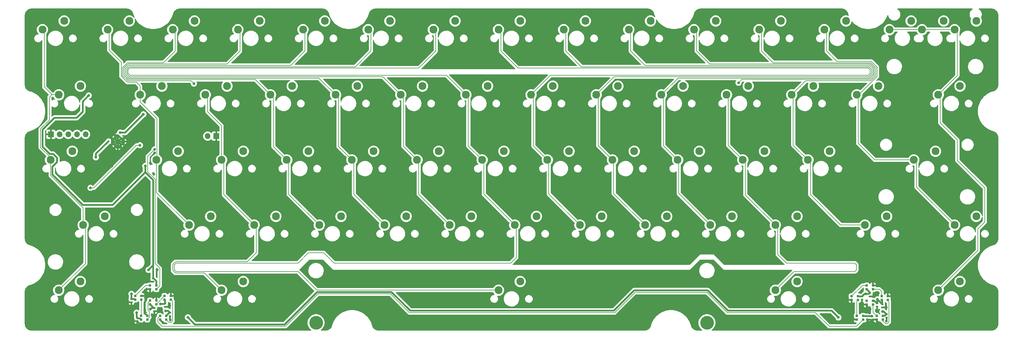
<source format=gtl>
%TF.GenerationSoftware,KiCad,Pcbnew,(7.0.0-0)*%
%TF.CreationDate,2023-03-18T23:54:28-07:00*%
%TF.ProjectId,popstar,706f7073-7461-4722-9e6b-696361645f70,rev?*%
%TF.SameCoordinates,Original*%
%TF.FileFunction,Copper,L1,Top*%
%TF.FilePolarity,Positive*%
%FSLAX46Y46*%
G04 Gerber Fmt 4.6, Leading zero omitted, Abs format (unit mm)*
G04 Created by KiCad (PCBNEW (7.0.0-0)) date 2023-03-18 23:54:28*
%MOMM*%
%LPD*%
G01*
G04 APERTURE LIST*
G04 Aperture macros list*
%AMRoundRect*
0 Rectangle with rounded corners*
0 $1 Rounding radius*
0 $2 $3 $4 $5 $6 $7 $8 $9 X,Y pos of 4 corners*
0 Add a 4 corners polygon primitive as box body*
4,1,4,$2,$3,$4,$5,$6,$7,$8,$9,$2,$3,0*
0 Add four circle primitives for the rounded corners*
1,1,$1+$1,$2,$3*
1,1,$1+$1,$4,$5*
1,1,$1+$1,$6,$7*
1,1,$1+$1,$8,$9*
0 Add four rect primitives between the rounded corners*
20,1,$1+$1,$2,$3,$4,$5,0*
20,1,$1+$1,$4,$5,$6,$7,0*
20,1,$1+$1,$6,$7,$8,$9,0*
20,1,$1+$1,$8,$9,$2,$3,0*%
G04 Aperture macros list end*
%TA.AperFunction,ComponentPad*%
%ADD10C,2.300000*%
%TD*%
%TA.AperFunction,SMDPad,CuDef*%
%ADD11RoundRect,0.140000X-0.170000X0.140000X-0.170000X-0.140000X0.170000X-0.140000X0.170000X0.140000X0*%
%TD*%
%TA.AperFunction,SMDPad,CuDef*%
%ADD12RoundRect,0.105000X-0.245000X-0.245000X0.245000X-0.245000X0.245000X0.245000X-0.245000X0.245000X0*%
%TD*%
%TA.AperFunction,SMDPad,CuDef*%
%ADD13RoundRect,0.105000X0.245000X0.245000X-0.245000X0.245000X-0.245000X-0.245000X0.245000X-0.245000X0*%
%TD*%
%TA.AperFunction,ComponentPad*%
%ADD14C,4.000000*%
%TD*%
%TA.AperFunction,ComponentPad*%
%ADD15R,1.700000X1.700000*%
%TD*%
%TA.AperFunction,ComponentPad*%
%ADD16O,1.700000X1.700000*%
%TD*%
%TA.AperFunction,ComponentPad*%
%ADD17C,0.600000*%
%TD*%
%TA.AperFunction,ViaPad*%
%ADD18C,0.800000*%
%TD*%
%TA.AperFunction,ViaPad*%
%ADD19C,0.600000*%
%TD*%
%TA.AperFunction,Conductor*%
%ADD20C,0.500000*%
%TD*%
%TA.AperFunction,Conductor*%
%ADD21C,0.600000*%
%TD*%
%TA.AperFunction,Conductor*%
%ADD22C,0.200000*%
%TD*%
G04 APERTURE END LIST*
D10*
%TO.P,SW15,1,1*%
%TO.N,COL13*%
X294640000Y-38735000D03*
%TO.P,SW15,2,2*%
%TO.N,Net-(D26-A)*%
X300990000Y-36195000D03*
%TD*%
%TO.P,SW22,1,1*%
%TO.N,COL05*%
X142240000Y-57785000D03*
%TO.P,SW22,2,2*%
%TO.N,Net-(D32-A)*%
X148590000Y-55245000D03*
%TD*%
%TO.P,SW55,1,1*%
%TO.N,COL12*%
X304165000Y-95885000D03*
%TO.P,SW55,2,2*%
%TO.N,Net-(D65-A)*%
X310515000Y-93345000D03*
%TD*%
%TO.P,SW29,1,1*%
%TO.N,COL12*%
X275590000Y-57785000D03*
%TO.P,SW29,2,2*%
%TO.N,Net-(D39-A)*%
X281940000Y-55245000D03*
%TD*%
%TO.P,SW33,1,1*%
%TO.N,COL03*%
X108902500Y-76835000D03*
%TO.P,SW33,2,2*%
%TO.N,Net-(D43-A)*%
X115252500Y-74295000D03*
%TD*%
%TO.P,SW25,1,1*%
%TO.N,COL08*%
X199390000Y-57785000D03*
%TO.P,SW25,2,2*%
%TO.N,Net-(D35-A)*%
X205740000Y-55245000D03*
%TD*%
%TO.P,SW53,1,1*%
%TO.N,COL10*%
X251777500Y-95885000D03*
%TO.P,SW53,2,2*%
%TO.N,Net-(D63-A)*%
X258127500Y-93345000D03*
%TD*%
D11*
%TO.P,C23,1*%
%TO.N,+5V*%
X73350000Y-118820000D03*
%TO.P,C23,2*%
%TO.N,GND*%
X73350000Y-119780000D03*
%TD*%
D10*
%TO.P,SW17,1,1*%
%TO.N,COL00*%
X42227500Y-57785000D03*
%TO.P,SW17,2,2*%
%TO.N,Net-(D27-A)*%
X48577500Y-55245000D03*
%TD*%
%TO.P,SW41,1,1*%
%TO.N,COL11*%
X261302500Y-76835000D03*
%TO.P,SW41,2,2*%
%TO.N,Net-(D51-A)*%
X267652500Y-74295000D03*
%TD*%
%TO.P,SW36,1,1*%
%TO.N,COL06*%
X166052500Y-76835000D03*
%TO.P,SW36,2,2*%
%TO.N,Net-(D46-A)*%
X172402500Y-74295000D03*
%TD*%
D12*
%TO.P,D6,1,DOUT*%
%TO.N,Net-(D6-DOUT)*%
X71835000Y-122425000D03*
%TO.P,D6,2,VSS*%
%TO.N,GND*%
X71835000Y-123525000D03*
%TO.P,D6,3,DIN*%
%TO.N,Net-(D5-DOUT)*%
X73665000Y-123525000D03*
%TO.P,D6,4,VDD*%
%TO.N,+5V*%
X73665000Y-122425000D03*
%TD*%
D13*
%TO.P,D5,1,DOUT*%
%TO.N,Net-(D5-DOUT)*%
X75015000Y-117700000D03*
%TO.P,D5,2,VSS*%
%TO.N,GND*%
X75015000Y-116600000D03*
%TO.P,D5,3,DIN*%
%TO.N,Net-(D4-DOUT)*%
X73185000Y-116600000D03*
%TO.P,D5,4,VDD*%
%TO.N,+5V*%
X73185000Y-117700000D03*
%TD*%
%TO.P,D2,1,DOUT*%
%TO.N,Net-(D2-DOUT)*%
X66415000Y-117700000D03*
%TO.P,D2,2,VSS*%
%TO.N,GND*%
X66415000Y-116600000D03*
%TO.P,D2,3,DIN*%
%TO.N,Net-(D1-DOUT)*%
X64585000Y-116600000D03*
%TO.P,D2,4,VDD*%
%TO.N,+5V*%
X64585000Y-117700000D03*
%TD*%
D10*
%TO.P,SW47,1,1*%
%TO.N,COL04*%
X137477500Y-95885000D03*
%TO.P,SW47,2,2*%
%TO.N,Net-(D57-A)*%
X143827500Y-93345000D03*
%TD*%
%TO.P,SW11,1,1*%
%TO.N,COL09*%
X208915000Y-38735000D03*
%TO.P,SW11,2,2*%
%TO.N,Net-(D22-A)*%
X215265000Y-36195000D03*
%TD*%
%TO.P,SW45,1,1*%
%TO.N,COL02*%
X99377500Y-95885000D03*
%TO.P,SW45,2,2*%
%TO.N,Net-(D55-A)*%
X105727500Y-93345000D03*
%TD*%
%TO.P,SW57,1,1*%
%TO.N,COL02*%
X89852500Y-114935000D03*
%TO.P,SW57,2,2*%
%TO.N,Net-(D67-A)*%
X96202500Y-112395000D03*
%TD*%
%TO.P,SW56,1,1*%
%TO.N,COL00*%
X42227500Y-114935000D03*
%TO.P,SW56,2,2*%
%TO.N,Net-(D66-A)*%
X48577500Y-112395000D03*
%TD*%
%TO.P,SW24,1,1*%
%TO.N,COL07*%
X180340000Y-57785000D03*
%TO.P,SW24,2,2*%
%TO.N,Net-(D34-A)*%
X186690000Y-55245000D03*
%TD*%
%TO.P,SW59,1,1*%
%TO.N,COL10*%
X251777500Y-114935000D03*
%TO.P,SW59,2,2*%
%TO.N,Net-(D69-A)*%
X258127500Y-112395000D03*
%TD*%
%TO.P,SW7,1,1*%
%TO.N,COL05*%
X132715000Y-38735000D03*
%TO.P,SW7,2,2*%
%TO.N,Net-(D18-A)*%
X139065000Y-36195000D03*
%TD*%
%TO.P,SW20,1,1*%
%TO.N,COL03*%
X104140000Y-57785000D03*
%TO.P,SW20,2,2*%
%TO.N,Net-(D30-A)*%
X110490000Y-55245000D03*
%TD*%
D11*
%TO.P,C22,1*%
%TO.N,+5V*%
X70200000Y-120120000D03*
%TO.P,C22,2*%
%TO.N,GND*%
X70200000Y-121080000D03*
%TD*%
D10*
%TO.P,SW2,1,1*%
%TO.N,COL00*%
X37465000Y-38735000D03*
%TO.P,SW2,2,2*%
%TO.N,Net-(D13-A)*%
X43815000Y-36195000D03*
%TD*%
D12*
%TO.P,D7,1,DOUT*%
%TO.N,Net-(D7-DOUT)*%
X275585000Y-122450000D03*
%TO.P,D7,2,VSS*%
%TO.N,GND*%
X275585000Y-123550000D03*
%TO.P,D7,3,DIN*%
%TO.N,Net-(D6-DOUT)*%
X277415000Y-123550000D03*
%TO.P,D7,4,VDD*%
%TO.N,+5V*%
X277415000Y-122450000D03*
%TD*%
D10*
%TO.P,SW31,1,1*%
%TO.N,COL01*%
X70802500Y-76835000D03*
%TO.P,SW31,2,2*%
%TO.N,Net-(D41-A)*%
X77152500Y-74295000D03*
%TD*%
%TO.P,SW27,1,1*%
%TO.N,COL10*%
X237490000Y-57785000D03*
%TO.P,SW27,2,2*%
%TO.N,Net-(D37-A)*%
X243840000Y-55245000D03*
%TD*%
%TO.P,SW32,1,1*%
%TO.N,COL02*%
X89852500Y-76835000D03*
%TO.P,SW32,2,2*%
%TO.N,Net-(D42-A)*%
X96202500Y-74295000D03*
%TD*%
D12*
%TO.P,D11,1,DOUT*%
%TO.N,Net-(D11-DOUT)*%
X281385000Y-122450000D03*
%TO.P,D11,2,VSS*%
%TO.N,GND*%
X281385000Y-123550000D03*
%TO.P,D11,3,DIN*%
%TO.N,Net-(D10-DOUT)*%
X283215000Y-123550000D03*
%TO.P,D11,4,VDD*%
%TO.N,+5V*%
X283215000Y-122450000D03*
%TD*%
D11*
%TO.P,C25,1*%
%TO.N,+5V*%
X278600000Y-122520000D03*
%TO.P,C25,2*%
%TO.N,GND*%
X278600000Y-123480000D03*
%TD*%
D10*
%TO.P,SW34,1,1*%
%TO.N,COL04*%
X127952500Y-76835000D03*
%TO.P,SW34,2,2*%
%TO.N,Net-(D44-A)*%
X134302500Y-74295000D03*
%TD*%
%TO.P,SW37,1,1*%
%TO.N,COL07*%
X185102500Y-76835000D03*
%TO.P,SW37,2,2*%
%TO.N,Net-(D47-A)*%
X191452500Y-74295000D03*
%TD*%
%TO.P,SW10,1,1*%
%TO.N,COL08*%
X189865000Y-38735000D03*
%TO.P,SW10,2,2*%
%TO.N,Net-(D21-A)*%
X196215000Y-36195000D03*
%TD*%
%TO.P,SW21,1,1*%
%TO.N,COL04*%
X123190000Y-57785000D03*
%TO.P,SW21,2,2*%
%TO.N,Net-(D31-A)*%
X129540000Y-55245000D03*
%TD*%
%TO.P,SW3,1,1*%
%TO.N,COL01*%
X56515000Y-38735000D03*
%TO.P,SW3,2,2*%
%TO.N,Net-(D14-A)*%
X62865000Y-36195000D03*
%TD*%
%TO.P,SW38,1,1*%
%TO.N,COL08*%
X204152500Y-76835000D03*
%TO.P,SW38,2,2*%
%TO.N,Net-(D48-A)*%
X210502500Y-74295000D03*
%TD*%
%TO.P,SW50,1,1*%
%TO.N,COL07*%
X194627500Y-95885000D03*
%TO.P,SW50,2,2*%
%TO.N,Net-(D60-A)*%
X200977500Y-93345000D03*
%TD*%
%TO.P,SW52,1,1*%
%TO.N,COL09*%
X232727500Y-95885000D03*
%TO.P,SW52,2,2*%
%TO.N,Net-(D62-A)*%
X239077500Y-93345000D03*
%TD*%
D11*
%TO.P,C24,1*%
%TO.N,+5V*%
X74750000Y-121520000D03*
%TO.P,C24,2*%
%TO.N,GND*%
X74750000Y-122480000D03*
%TD*%
D10*
%TO.P,SW13,1,1*%
%TO.N,COL11*%
X247015000Y-38735000D03*
%TO.P,SW13,2,2*%
%TO.N,Net-(D24-A)*%
X253365000Y-36195000D03*
%TD*%
D13*
%TO.P,D4,1,DOUT*%
%TO.N,Net-(D4-DOUT)*%
X70765000Y-119050000D03*
%TO.P,D4,2,VSS*%
%TO.N,GND*%
X70765000Y-117950000D03*
%TO.P,D4,3,DIN*%
%TO.N,Net-(D3-DOUT)*%
X68935000Y-117950000D03*
%TO.P,D4,4,VDD*%
%TO.N,+5V*%
X68935000Y-119050000D03*
%TD*%
D10*
%TO.P,SW35,1,1*%
%TO.N,COL05*%
X147002500Y-76835000D03*
%TO.P,SW35,2,2*%
%TO.N,Net-(D45-A)*%
X153352500Y-74295000D03*
%TD*%
D11*
%TO.P,C19,1*%
%TO.N,+5V*%
X69850000Y-111528000D03*
%TO.P,C19,2*%
%TO.N,GND*%
X69850000Y-112488000D03*
%TD*%
%TO.P,C20,1*%
%TO.N,+5V*%
X63500000Y-117520000D03*
%TO.P,C20,2*%
%TO.N,GND*%
X63500000Y-118480000D03*
%TD*%
D14*
%TO.P,S3,*%
%TO.N,*%
X231775000Y-124460000D03*
X117475000Y-124460000D03*
%TD*%
D10*
%TO.P,SW39,1,1*%
%TO.N,COL09*%
X223202500Y-76835000D03*
%TO.P,SW39,2,2*%
%TO.N,Net-(D49-A)*%
X229552500Y-74295000D03*
%TD*%
%TO.P,SW23,1,1*%
%TO.N,COL06*%
X161290000Y-57785000D03*
%TO.P,SW23,2,2*%
%TO.N,Net-(D33-A)*%
X167640000Y-55245000D03*
%TD*%
%TO.P,SW51,1,1*%
%TO.N,COL08*%
X213677500Y-95885000D03*
%TO.P,SW51,2,2*%
%TO.N,Net-(D61-A)*%
X220027500Y-93345000D03*
%TD*%
D11*
%TO.P,C27,1*%
%TO.N,+5V*%
X279400000Y-115770000D03*
%TO.P,C27,2*%
%TO.N,GND*%
X279400000Y-116730000D03*
%TD*%
D10*
%TO.P,SW43,1,1*%
%TO.N,COL00*%
X49371250Y-95885000D03*
%TO.P,SW43,2,2*%
%TO.N,Net-(D53-A)*%
X55721250Y-93345000D03*
%TD*%
%TO.P,SW61,1,1*%
%TO.N,COL13*%
X304165000Y-38735000D03*
%TO.P,SW61,2,2*%
%TO.N,Net-(D71-A)*%
X310515000Y-36195000D03*
%TD*%
%TO.P,SW44,1,1*%
%TO.N,COL01*%
X80327500Y-95885000D03*
%TO.P,SW44,2,2*%
%TO.N,Net-(D54-A)*%
X86677500Y-93345000D03*
%TD*%
%TO.P,SW58,1,1*%
%TO.N,COL06*%
X170815000Y-114935000D03*
%TO.P,SW58,2,2*%
%TO.N,Net-(D68-A)*%
X177165000Y-112395000D03*
%TD*%
D11*
%TO.P,C26,1*%
%TO.N,+5V*%
X277100000Y-116770000D03*
%TO.P,C26,2*%
%TO.N,GND*%
X277100000Y-117730000D03*
%TD*%
D10*
%TO.P,SW18,1,1*%
%TO.N,COL01*%
X66040000Y-57785000D03*
%TO.P,SW18,2,2*%
%TO.N,Net-(D28-A)*%
X72390000Y-55245000D03*
%TD*%
%TO.P,SW5,1,1*%
%TO.N,COL03*%
X94615000Y-38735000D03*
%TO.P,SW5,2,2*%
%TO.N,Net-(D16-A)*%
X100965000Y-36195000D03*
%TD*%
%TO.P,SW6,1,1*%
%TO.N,COL04*%
X113665000Y-38735000D03*
%TO.P,SW6,2,2*%
%TO.N,Net-(D17-A)*%
X120015000Y-36195000D03*
%TD*%
D13*
%TO.P,D9,1,DOUT*%
%TO.N,Net-(D10-DIN)*%
X280315000Y-114646250D03*
%TO.P,D9,2,VSS*%
%TO.N,GND*%
X280315000Y-113546250D03*
%TO.P,D9,3,DIN*%
%TO.N,Net-(D8-DOUT)*%
X278485000Y-113546250D03*
%TO.P,D9,4,VDD*%
%TO.N,+5V*%
X278485000Y-114646250D03*
%TD*%
%TO.P,D3,1,DOUT*%
%TO.N,Net-(D3-DOUT)*%
X68115000Y-123525000D03*
%TO.P,D3,2,VSS*%
%TO.N,GND*%
X68115000Y-122425000D03*
%TO.P,D3,3,DIN*%
%TO.N,Net-(D2-DOUT)*%
X66285000Y-122425000D03*
%TO.P,D3,4,VDD*%
%TO.N,+5V*%
X66285000Y-123525000D03*
%TD*%
D10*
%TO.P,SW28,1,1*%
%TO.N,COL11*%
X256540000Y-57785000D03*
%TO.P,SW28,2,2*%
%TO.N,Net-(D38-A)*%
X262890000Y-55245000D03*
%TD*%
%TO.P,SW48,1,1*%
%TO.N,COL05*%
X156527500Y-95885000D03*
%TO.P,SW48,2,2*%
%TO.N,Net-(D58-A)*%
X162877500Y-93345000D03*
%TD*%
D11*
%TO.P,C21,1*%
%TO.N,+5V*%
X65147500Y-123020000D03*
%TO.P,C21,2*%
%TO.N,GND*%
X65147500Y-123980000D03*
%TD*%
D10*
%TO.P,SW60,1,1*%
%TO.N,COL13*%
X299402500Y-114935000D03*
%TO.P,SW60,2,2*%
%TO.N,Net-(D70-A)*%
X305752500Y-112395000D03*
%TD*%
%TO.P,SW49,1,1*%
%TO.N,COL06*%
X175577500Y-95885000D03*
%TO.P,SW49,2,2*%
%TO.N,Net-(D59-A)*%
X181927500Y-93345000D03*
%TD*%
D13*
%TO.P,D10,1,DOUT*%
%TO.N,Net-(D10-DOUT)*%
X284665000Y-117800000D03*
%TO.P,D10,2,VSS*%
%TO.N,GND*%
X284665000Y-116700000D03*
%TO.P,D10,3,DIN*%
%TO.N,Net-(D10-DIN)*%
X282835000Y-116700000D03*
%TO.P,D10,4,VDD*%
%TO.N,+5V*%
X282835000Y-117800000D03*
%TD*%
D10*
%TO.P,SW30,1,1*%
%TO.N,COL00*%
X39846250Y-76835000D03*
%TO.P,SW30,2,2*%
%TO.N,Net-(D40-A)*%
X46196250Y-74295000D03*
%TD*%
%TO.P,SW26,1,1*%
%TO.N,COL09*%
X218440000Y-57785000D03*
%TO.P,SW26,2,2*%
%TO.N,Net-(D36-A)*%
X224790000Y-55245000D03*
%TD*%
%TO.P,SW62,1,1*%
%TO.N,COL13*%
X299402500Y-57785000D03*
%TO.P,SW62,2,2*%
%TO.N,Net-(D72-A)*%
X305752500Y-55245000D03*
%TD*%
%TO.P,SW16,1,1*%
%TO.N,COL13*%
X285115000Y-38735000D03*
%TO.P,SW16,2,2*%
%TO.N,Net-(D26-A)*%
X291465000Y-36195000D03*
%TD*%
%TO.P,SW14,1,1*%
%TO.N,COL12*%
X266065000Y-38735000D03*
%TO.P,SW14,2,2*%
%TO.N,Net-(D25-A)*%
X272415000Y-36195000D03*
%TD*%
D12*
%TO.P,D1,1,DOUT*%
%TO.N,Net-(D1-DOUT)*%
X68935000Y-113550000D03*
%TO.P,D1,2,VSS*%
%TO.N,GND*%
X68935000Y-114650000D03*
%TO.P,D1,3,DIN*%
%TO.N,ARGB_5V*%
X70765000Y-114650000D03*
%TO.P,D1,4,VDD*%
%TO.N,+5V*%
X70765000Y-113550000D03*
%TD*%
D10*
%TO.P,SW46,1,1*%
%TO.N,COL03*%
X118427500Y-95885000D03*
%TO.P,SW46,2,2*%
%TO.N,Net-(D56-A)*%
X124777500Y-93345000D03*
%TD*%
%TO.P,SW40,1,1*%
%TO.N,COL10*%
X242252500Y-76835000D03*
%TO.P,SW40,2,2*%
%TO.N,Net-(D50-A)*%
X248602500Y-74295000D03*
%TD*%
%TO.P,SW12,1,1*%
%TO.N,COL10*%
X227965000Y-38735000D03*
%TO.P,SW12,2,2*%
%TO.N,Net-(D23-A)*%
X234315000Y-36195000D03*
%TD*%
%TO.P,SW9,1,1*%
%TO.N,COL07*%
X170815000Y-38735000D03*
%TO.P,SW9,2,2*%
%TO.N,Net-(D20-A)*%
X177165000Y-36195000D03*
%TD*%
%TO.P,SW19,1,1*%
%TO.N,COL02*%
X85090000Y-57785000D03*
%TO.P,SW19,2,2*%
%TO.N,Net-(D29-A)*%
X91440000Y-55245000D03*
%TD*%
%TO.P,SW42,1,1*%
%TO.N,COL12*%
X292258750Y-76835000D03*
%TO.P,SW42,2,2*%
%TO.N,Net-(D52-A)*%
X298608750Y-74295000D03*
%TD*%
D11*
%TO.P,C30,1*%
%TO.N,+5V*%
X281500000Y-118770000D03*
%TO.P,C30,2*%
%TO.N,GND*%
X281500000Y-119730000D03*
%TD*%
D10*
%TO.P,SW4,1,1*%
%TO.N,COL02*%
X75565000Y-38735000D03*
%TO.P,SW4,2,2*%
%TO.N,Net-(D15-A)*%
X81915000Y-36195000D03*
%TD*%
D11*
%TO.P,C28,1*%
%TO.N,+5V*%
X283000000Y-119020000D03*
%TO.P,C28,2*%
%TO.N,GND*%
X283000000Y-119980000D03*
%TD*%
D12*
%TO.P,D12,1,DOUT*%
%TO.N,unconnected-(D12-DOUT-Pad1)*%
X278485000Y-118050000D03*
%TO.P,D12,2,VSS*%
%TO.N,GND*%
X278485000Y-119150000D03*
%TO.P,D12,3,DIN*%
%TO.N,Net-(D11-DOUT)*%
X280315000Y-119150000D03*
%TO.P,D12,4,VDD*%
%TO.N,+5V*%
X280315000Y-118050000D03*
%TD*%
D10*
%TO.P,SW8,1,1*%
%TO.N,COL06*%
X151765000Y-38735000D03*
%TO.P,SW8,2,2*%
%TO.N,Net-(D19-A)*%
X158115000Y-36195000D03*
%TD*%
D11*
%TO.P,C29,1*%
%TO.N,+5V*%
X284300000Y-122020000D03*
%TO.P,C29,2*%
%TO.N,GND*%
X284300000Y-122980000D03*
%TD*%
D12*
%TO.P,D8,1,DOUT*%
%TO.N,Net-(D8-DOUT)*%
X274085000Y-116700000D03*
%TO.P,D8,2,VSS*%
%TO.N,GND*%
X274085000Y-117800000D03*
%TO.P,D8,3,DIN*%
%TO.N,Net-(D7-DOUT)*%
X275915000Y-117800000D03*
%TO.P,D8,4,VDD*%
%TO.N,+5V*%
X275915000Y-116700000D03*
%TD*%
D10*
%TO.P,SW54,1,1*%
%TO.N,COL11*%
X277971250Y-95885000D03*
%TO.P,SW54,2,2*%
%TO.N,Net-(D64-A)*%
X284321250Y-93345000D03*
%TD*%
D15*
%TO.P,J2,1,Pin_1*%
%TO.N,GND*%
X39919999Y-69341999D03*
D16*
%TO.P,J2,2,Pin_2*%
%TO.N,SWCLK*%
X42459999Y-69341999D03*
%TO.P,J2,3,Pin_3*%
%TO.N,SWD*%
X44999999Y-69341999D03*
%TO.P,J2,4,Pin_4*%
%TO.N,~{RESET}*%
X47539999Y-69341999D03*
%TO.P,J2,5,Pin_5*%
%TO.N,+3V3*%
X50079999Y-69341999D03*
%TD*%
D17*
%TO.P,U6,57,GND*%
%TO.N,GND*%
X59531250Y-73240622D03*
X60432811Y-72339061D03*
X61334372Y-71437500D03*
X58629689Y-72339061D03*
X59531250Y-71437500D03*
X60432811Y-70535939D03*
X57728128Y-71437500D03*
X58629689Y-70535939D03*
X59531250Y-69634378D03*
%TD*%
D15*
%TO.P,SW1,1,1*%
%TO.N,GND*%
X88336249Y-69874999D03*
D16*
%TO.P,SW1,2,2*%
%TO.N,/~{USB_BOOT}*%
X85796249Y-69874999D03*
%TD*%
D18*
%TO.N,+1V1*%
X53086000Y-76073000D03*
X60200000Y-68850000D03*
X67000000Y-63500000D03*
D19*
X56800000Y-71350000D03*
D18*
%TO.N,GND*%
X38750000Y-72500000D03*
X276500000Y-119000000D03*
X167600000Y-122600000D03*
X128500000Y-89000000D03*
X282000000Y-48000000D03*
X269800000Y-124300000D03*
X51500000Y-104500000D03*
X40750000Y-63000000D03*
X65000000Y-73800500D03*
X233250000Y-47500000D03*
X166500000Y-89000000D03*
X72000000Y-82000000D03*
X201000000Y-119600000D03*
X70000000Y-81000000D03*
X97900000Y-123700000D03*
X56769000Y-53594000D03*
X62992000Y-63881000D03*
X249500000Y-122700000D03*
X268500000Y-123100000D03*
X126000000Y-76000000D03*
X281500000Y-121000000D03*
X204500000Y-89000000D03*
X134500000Y-46500000D03*
X54229000Y-78105000D03*
X71500000Y-88800000D03*
X300000000Y-93500000D03*
X306250000Y-46500000D03*
X47000000Y-63000000D03*
X142800000Y-116900000D03*
X160500000Y-66000000D03*
X49500000Y-57500000D03*
X180700000Y-119600000D03*
X65405000Y-62738000D03*
X72450000Y-121400000D03*
X59250000Y-91000000D03*
X71000000Y-109000000D03*
X68600000Y-101400000D03*
X74500000Y-106500000D03*
X80400000Y-121300000D03*
X66000000Y-76750000D03*
X68072000Y-71755000D03*
X197500000Y-119600000D03*
X153400000Y-119700000D03*
X206700000Y-116800000D03*
X71500000Y-101400000D03*
X50750000Y-88500000D03*
X53000000Y-71000000D03*
X74660500Y-119500000D03*
X64600000Y-115100000D03*
X51500000Y-76000000D03*
X179500000Y-66000000D03*
X221000000Y-76000000D03*
X163750000Y-76000000D03*
X55499000Y-78105000D03*
X109500000Y-89000000D03*
X44500000Y-56000000D03*
X201000000Y-122700000D03*
X46000000Y-84500000D03*
X48500000Y-104500000D03*
X221400000Y-116800000D03*
X67500000Y-115000000D03*
X277000000Y-115250000D03*
X72009000Y-65532000D03*
X48250000Y-71250000D03*
X200500000Y-82000000D03*
X68707000Y-65532000D03*
X235900000Y-116800000D03*
X80500000Y-73500000D03*
X46000000Y-71750000D03*
X185500000Y-89000000D03*
X124500000Y-82000000D03*
X115000000Y-46500000D03*
X143500000Y-82000000D03*
X68200000Y-107500000D03*
X72250000Y-73750000D03*
X72750000Y-124500000D03*
X65000000Y-84800000D03*
X54861000Y-85675000D03*
X41250000Y-67000000D03*
X66750000Y-109000000D03*
X274400000Y-123000000D03*
X251750000Y-47250000D03*
X221400000Y-113600000D03*
X74500000Y-110000000D03*
X147500000Y-89000000D03*
X103500000Y-66000000D03*
X62100000Y-116000000D03*
X292500000Y-39750000D03*
X45000000Y-39000000D03*
X140700000Y-119100000D03*
X182750000Y-76000000D03*
X177000000Y-48750000D03*
X70500000Y-116500000D03*
X162500000Y-82000000D03*
X223500000Y-89000000D03*
X40500000Y-58750000D03*
X167600000Y-119600000D03*
X279500000Y-120500000D03*
X68600000Y-103500000D03*
X141500000Y-66000000D03*
X96000000Y-46500000D03*
X38000000Y-57500000D03*
X63900000Y-122250000D03*
X150100000Y-119700000D03*
X153400000Y-122600000D03*
X249500000Y-119600000D03*
X43250000Y-86750000D03*
X283000000Y-52500000D03*
X57699500Y-78706111D03*
X63500000Y-79000000D03*
X81500000Y-56000000D03*
X262000000Y-89000000D03*
X181500000Y-82000000D03*
X67399312Y-120650500D03*
X306000000Y-79750000D03*
X71500000Y-103500000D03*
X195750000Y-48500000D03*
X65300000Y-70400000D03*
X281700000Y-116300000D03*
X52500000Y-68000000D03*
X106750000Y-76000000D03*
X52300000Y-86200000D03*
X66480713Y-77519287D03*
X254000000Y-104000000D03*
X220000000Y-82000000D03*
X68600000Y-88800000D03*
X122500000Y-66000000D03*
X239500000Y-54000000D03*
X77000000Y-46500000D03*
X270500000Y-46750000D03*
X209000000Y-119200000D03*
X128800000Y-117200000D03*
X198500000Y-66000000D03*
X76500000Y-116500000D03*
X243000000Y-89000000D03*
X68600000Y-110600000D03*
X105500000Y-82000000D03*
X35500000Y-72500000D03*
X285900000Y-116700000D03*
X259000000Y-76000000D03*
X280200000Y-123650000D03*
X144750000Y-76000000D03*
X61800000Y-84400000D03*
X58400000Y-62411000D03*
X153000000Y-46500000D03*
X83500000Y-54500000D03*
X90500000Y-89000000D03*
X114500000Y-116900000D03*
X274500000Y-66000000D03*
X279500000Y-124500000D03*
X236500000Y-66000000D03*
X86500000Y-82000000D03*
X59400000Y-62411000D03*
X83000000Y-68500000D03*
X100900000Y-123700000D03*
X128800000Y-113800000D03*
X301500000Y-54000000D03*
X68000000Y-116500000D03*
X174500000Y-104000000D03*
X258000000Y-82000000D03*
X74850000Y-123600000D03*
X59500000Y-52500000D03*
X50600000Y-86200000D03*
X79500000Y-124300000D03*
X301000000Y-75250000D03*
X70250000Y-74750000D03*
X261700000Y-122700000D03*
X150100000Y-122600000D03*
X197500000Y-122700000D03*
X201750000Y-76000000D03*
X64135000Y-63373000D03*
X74000000Y-69500000D03*
X282250000Y-124750000D03*
X90000000Y-123700000D03*
X214250000Y-48000000D03*
X271800000Y-122500000D03*
X185600000Y-119600000D03*
X180700000Y-122700000D03*
X289000000Y-82000000D03*
X81600000Y-122600000D03*
X241250000Y-55750000D03*
X185600000Y-122700000D03*
X279350000Y-121550000D03*
X66500000Y-124800500D03*
X50500000Y-62000000D03*
X57250000Y-88250000D03*
X64135000Y-55372000D03*
X52451000Y-58801000D03*
X284210500Y-120000000D03*
X116600000Y-119100000D03*
X63600000Y-119700000D03*
X69500000Y-122200000D03*
X280750000Y-116750000D03*
X233600000Y-119200000D03*
X59500000Y-51000000D03*
X71500000Y-121000000D03*
X58500000Y-57000000D03*
X47250000Y-67000000D03*
X65000000Y-79800000D03*
X270500000Y-121200000D03*
X57200000Y-62411000D03*
X60500000Y-46500000D03*
X69000000Y-77750000D03*
X284250000Y-124000000D03*
X50750000Y-91500000D03*
X290000000Y-75500000D03*
X261700000Y-119500000D03*
X239000000Y-82000000D03*
X240000000Y-76000000D03*
X280300000Y-112300000D03*
X177500000Y-104000000D03*
X98000000Y-104000000D03*
X63900000Y-120750000D03*
X78300000Y-123100000D03*
X57750000Y-61250000D03*
X272750000Y-118000000D03*
X217500000Y-66000000D03*
X255500000Y-66000000D03*
X39500000Y-47000000D03*
X68500000Y-112000000D03*
%TO.N,+5V*%
X280000000Y-122500000D03*
X281600000Y-117600000D03*
X69000000Y-120500000D03*
X73500000Y-121000000D03*
X51000000Y-58000000D03*
X283100000Y-121200000D03*
X72000000Y-119000000D03*
X68500000Y-109000000D03*
X270200000Y-122900000D03*
X65000000Y-121500000D03*
X67550500Y-78589075D03*
X80000000Y-122900000D03*
X63500000Y-116000000D03*
X278250000Y-116000000D03*
%TO.N,ARGB_5V*%
X70250000Y-73750000D03*
%TO.N,ROW2*%
X65978417Y-72554430D03*
X51500000Y-85000000D03*
%TO.N,COL02*%
X81750000Y-54500000D03*
%TO.N,COL10*%
X241000000Y-54250000D03*
%TD*%
D20*
%TO.N,+1V1*%
X53086000Y-76073000D02*
X53086000Y-75064000D01*
X53086000Y-75064000D02*
X56800000Y-71350000D01*
X61650000Y-68850000D02*
X60200000Y-68850000D01*
X67000000Y-63500000D02*
X61650000Y-68850000D01*
%TO.N,GND*%
X71835000Y-123525000D02*
X71835000Y-123585000D01*
X281500000Y-119730000D02*
X281500000Y-121000000D01*
D21*
X58629689Y-72339061D02*
X59531250Y-73240622D01*
X57728128Y-71437500D02*
X59531250Y-71437500D01*
X61334372Y-71437500D02*
X60432811Y-70535939D01*
D20*
X65147500Y-123980000D02*
X65968000Y-124800500D01*
X73350000Y-119780000D02*
X74380500Y-119780000D01*
X281385000Y-123550000D02*
X281385000Y-123885000D01*
X274950000Y-123550000D02*
X274400000Y-123000000D01*
D21*
X58629689Y-72339061D02*
X59531250Y-71437500D01*
D20*
X280315000Y-112315000D02*
X280300000Y-112300000D01*
X70200000Y-121080000D02*
X71420000Y-121080000D01*
D21*
X60432811Y-70535939D02*
X59531250Y-69634378D01*
D20*
X70765000Y-117950000D02*
X70765000Y-116765000D01*
X74380500Y-119780000D02*
X74660500Y-119500000D01*
X63500000Y-118480000D02*
X63500000Y-119600000D01*
D21*
X58629689Y-70535939D02*
X57728128Y-71437500D01*
D20*
X284300000Y-123950000D02*
X284250000Y-124000000D01*
D21*
X60432811Y-70535939D02*
X59531250Y-71437500D01*
D20*
X284665000Y-116700000D02*
X285900000Y-116700000D01*
D21*
X58629689Y-70535939D02*
X59531250Y-71437500D01*
D20*
X75015000Y-116600000D02*
X76400000Y-116600000D01*
X275585000Y-123550000D02*
X274950000Y-123550000D01*
X283000000Y-119980000D02*
X284190500Y-119980000D01*
X66415000Y-116600000D02*
X67900000Y-116600000D01*
X63500000Y-119600000D02*
X63600000Y-119700000D01*
D21*
X60432811Y-72339061D02*
X61334372Y-71437500D01*
X59531250Y-73240622D02*
X59531250Y-71437500D01*
X59531250Y-73240622D02*
X60432811Y-72339061D01*
D20*
X68935000Y-114650000D02*
X67850000Y-114650000D01*
X278600000Y-123600000D02*
X279500000Y-124500000D01*
X279400000Y-116730000D02*
X280730000Y-116730000D01*
X284190500Y-119980000D02*
X284210500Y-120000000D01*
D21*
X57728128Y-71437500D02*
X58629689Y-72339061D01*
D20*
X69850000Y-112488000D02*
X68988000Y-112488000D01*
X280730000Y-116730000D02*
X280750000Y-116750000D01*
X68115000Y-122425000D02*
X67399312Y-121709312D01*
D21*
X61334372Y-71437500D02*
X59531250Y-71437500D01*
D20*
X277100000Y-117730000D02*
X277100000Y-118400000D01*
X71835000Y-123585000D02*
X72750000Y-124500000D01*
X278485000Y-119150000D02*
X278485000Y-119485000D01*
X65968000Y-124800500D02*
X66500000Y-124800500D01*
X277100000Y-118400000D02*
X276500000Y-119000000D01*
X70765000Y-116765000D02*
X70500000Y-116500000D01*
D21*
X59531250Y-69634378D02*
X58629689Y-70535939D01*
D20*
X278485000Y-119485000D02*
X279500000Y-120500000D01*
X280315000Y-113546250D02*
X280315000Y-112315000D01*
X281385000Y-123885000D02*
X282250000Y-124750000D01*
X278600000Y-123480000D02*
X278600000Y-123600000D01*
X71420000Y-121080000D02*
X71500000Y-121000000D01*
X284300000Y-122980000D02*
X284300000Y-123950000D01*
X74750000Y-122480000D02*
X74750000Y-123500000D01*
D21*
X60432811Y-72339061D02*
X59531250Y-71437500D01*
D20*
X67900000Y-116600000D02*
X68000000Y-116500000D01*
D21*
X59531250Y-69634378D02*
X59531250Y-71437500D01*
D20*
X67850000Y-114650000D02*
X67500000Y-115000000D01*
X74750000Y-123500000D02*
X74850000Y-123600000D01*
X80032000Y-65532000D02*
X83000000Y-68500000D01*
X68988000Y-112488000D02*
X68500000Y-112000000D01*
X67399312Y-121709312D02*
X67399312Y-120650500D01*
X272950000Y-117800000D02*
X272750000Y-118000000D01*
X274085000Y-117800000D02*
X272950000Y-117800000D01*
X76400000Y-116600000D02*
X76500000Y-116500000D01*
X72009000Y-65532000D02*
X80032000Y-65532000D01*
%TO.N,+5V*%
X280000000Y-122500000D02*
X278620000Y-122500000D01*
X283000000Y-117965000D02*
X282835000Y-117800000D01*
X69852500Y-107500000D02*
X69852500Y-111525500D01*
X63500000Y-116000000D02*
X63500000Y-117520000D01*
X232000000Y-115000000D02*
X237950000Y-120950000D01*
X281600000Y-118670000D02*
X281500000Y-118770000D01*
X65985000Y-123225000D02*
X66285000Y-123525000D01*
X64405000Y-117520000D02*
X64585000Y-117700000D01*
X108300000Y-124950000D02*
X117765000Y-115485000D01*
X73170000Y-119000000D02*
X73350000Y-118820000D01*
X49277818Y-90000000D02*
X40396250Y-81118432D01*
X283000000Y-119020000D02*
X283000000Y-117965000D01*
X69852500Y-82727818D02*
X69852500Y-107500000D01*
X82050000Y-124950000D02*
X108300000Y-124950000D01*
X73350000Y-118820000D02*
X73350000Y-117865000D01*
X283480000Y-121200000D02*
X284300000Y-122020000D01*
X283100000Y-121200000D02*
X283480000Y-121200000D01*
X277100000Y-116770000D02*
X275985000Y-116770000D01*
X65000000Y-121500000D02*
X65000000Y-122872500D01*
X74750000Y-121520000D02*
X74565614Y-121520000D01*
X284115614Y-122020000D02*
X283685614Y-122450000D01*
X278250000Y-116000000D02*
X279170000Y-116000000D01*
X278620000Y-122500000D02*
X278600000Y-122520000D01*
X69000000Y-120500000D02*
X69380000Y-120120000D01*
X277485000Y-122520000D02*
X277415000Y-122450000D01*
X49250000Y-59750000D02*
X51000000Y-58000000D01*
X70765000Y-112258614D02*
X70765000Y-113550000D01*
X37500000Y-68000000D02*
X41000000Y-64500000D01*
X279400000Y-115561250D02*
X278485000Y-114646250D01*
X40396250Y-81118432D02*
X40396250Y-78853750D01*
X275985000Y-116770000D02*
X275915000Y-116700000D01*
X70200000Y-120120000D02*
X70005000Y-120120000D01*
X70034386Y-111528000D02*
X70765000Y-112258614D01*
X39605466Y-75105466D02*
X37500000Y-73000000D01*
X281600000Y-117600000D02*
X281600000Y-118670000D01*
X49250000Y-62750000D02*
X49250000Y-59750000D01*
X40605466Y-75105466D02*
X39605466Y-75105466D01*
X63500000Y-117520000D02*
X64405000Y-117520000D01*
X279400000Y-115770000D02*
X279400000Y-115561250D01*
X117765000Y-115485000D02*
X139535000Y-115485000D01*
X237950000Y-120950000D02*
X268250000Y-120950000D01*
X72000000Y-119000000D02*
X73170000Y-119000000D01*
X65352500Y-123225000D02*
X65985000Y-123225000D01*
X281600000Y-117600000D02*
X281600000Y-117620000D01*
X73665000Y-122420614D02*
X73665000Y-122425000D01*
X58000000Y-90000000D02*
X49277818Y-90000000D01*
X40396250Y-78853750D02*
X41750000Y-77500000D01*
X41750000Y-77500000D02*
X41750000Y-76250000D01*
X69852500Y-107647500D02*
X68500000Y-109000000D01*
X139535000Y-115485000D02*
X145000000Y-120950000D01*
X65147500Y-123020000D02*
X65352500Y-123225000D01*
X69380000Y-120120000D02*
X70200000Y-120120000D01*
X210500000Y-115000000D02*
X232000000Y-115000000D01*
X204550000Y-120950000D02*
X210500000Y-115000000D01*
X280780000Y-118050000D02*
X280315000Y-118050000D01*
X67550500Y-78589075D02*
X67550500Y-79500000D01*
X279170000Y-116000000D02*
X279400000Y-115770000D01*
X69850000Y-111528000D02*
X70034386Y-111528000D01*
X37500000Y-73000000D02*
X37500000Y-68000000D01*
X281600000Y-117620000D02*
X283000000Y-119020000D01*
X70005000Y-120120000D02*
X68935000Y-119050000D01*
X74230000Y-121000000D02*
X74750000Y-121520000D01*
X69852500Y-107500000D02*
X69852500Y-107647500D01*
X65000000Y-122872500D02*
X65147500Y-123020000D01*
X41750000Y-76250000D02*
X40605466Y-75105466D01*
X268250000Y-120950000D02*
X270200000Y-122900000D01*
X145000000Y-120950000D02*
X204550000Y-120950000D01*
X41000000Y-64500000D02*
X47500000Y-64500000D01*
X67550500Y-80425818D02*
X69852500Y-82727818D01*
X80000000Y-122900000D02*
X82050000Y-124950000D01*
X67550500Y-80449500D02*
X58000000Y-90000000D01*
X284300000Y-122020000D02*
X284115614Y-122020000D01*
X281500000Y-118770000D02*
X280780000Y-118050000D01*
X74565614Y-121520000D02*
X73665000Y-122420614D01*
X277870000Y-116000000D02*
X277100000Y-116770000D01*
X67550500Y-79500000D02*
X67550500Y-80425818D01*
X278250000Y-116000000D02*
X277870000Y-116000000D01*
X283685614Y-122450000D02*
X283215000Y-122450000D01*
X67550500Y-79500000D02*
X67550500Y-80449500D01*
X73350000Y-117865000D02*
X73185000Y-117700000D01*
X47500000Y-64500000D02*
X49250000Y-62750000D01*
X278600000Y-122520000D02*
X277485000Y-122520000D01*
X73500000Y-121000000D02*
X74230000Y-121000000D01*
X69852500Y-111525500D02*
X69850000Y-111528000D01*
D22*
%TO.N,Net-(D1-DOUT)*%
X68935000Y-113550000D02*
X67635000Y-113550000D01*
X67635000Y-113550000D02*
X64585000Y-116600000D01*
%TO.N,ARGB_5V*%
X71750000Y-108500000D02*
X71750000Y-113665000D01*
X71750000Y-113665000D02*
X70765000Y-114650000D01*
X68250000Y-80347500D02*
X70402500Y-82500000D01*
X68250000Y-75750000D02*
X68250000Y-80347500D01*
X70402500Y-107152500D02*
X71750000Y-108500000D01*
X70402500Y-82500000D02*
X70402500Y-107152500D01*
X70250000Y-73750000D02*
X68250000Y-75750000D01*
%TO.N,Net-(D2-DOUT)*%
X66415000Y-122295000D02*
X66285000Y-122425000D01*
X66415000Y-117700000D02*
X66415000Y-122295000D01*
%TO.N,Net-(D3-DOUT)*%
X68285000Y-118600000D02*
X68935000Y-117950000D01*
X68765000Y-122875000D02*
X68765000Y-121265000D01*
X68115000Y-123525000D02*
X68765000Y-122875000D01*
X68285000Y-120785000D02*
X68285000Y-118600000D01*
X68765000Y-121265000D02*
X68285000Y-120785000D01*
%TO.N,Net-(D4-DOUT)*%
X70765000Y-119050000D02*
X70765000Y-119020000D01*
X70765000Y-119020000D02*
X73185000Y-116600000D01*
%TO.N,Net-(D5-DOUT)*%
X75015000Y-117700000D02*
X75550000Y-118235000D01*
X75139950Y-124300000D02*
X74440000Y-124300000D01*
X75550000Y-118235000D02*
X75550000Y-123889950D01*
X74440000Y-124300000D02*
X73665000Y-123525000D01*
X75550000Y-123889950D02*
X75139950Y-124300000D01*
%TO.N,Net-(D6-DOUT)*%
X108527818Y-125500000D02*
X117992818Y-116035000D01*
X267500000Y-125500000D02*
X275465000Y-125500000D01*
X263500000Y-121500000D02*
X267500000Y-125500000D01*
X72500000Y-125500000D02*
X108527818Y-125500000D01*
X71185000Y-124185000D02*
X72500000Y-125500000D01*
X204777818Y-121500000D02*
X210727818Y-115550000D01*
X210727818Y-115550000D02*
X231772182Y-115550000D01*
X117992818Y-116035000D02*
X139307182Y-116035000D01*
X144772182Y-121500000D02*
X204777818Y-121500000D01*
X237722183Y-121500000D02*
X263500000Y-121500000D01*
X275465000Y-125500000D02*
X277415000Y-123550000D01*
X71185000Y-123075000D02*
X71185000Y-124185000D01*
X71835000Y-122425000D02*
X71185000Y-123075000D01*
X139307182Y-116035000D02*
X144772182Y-121500000D01*
X231772182Y-115550000D02*
X237722183Y-121500000D01*
%TO.N,Net-(D7-DOUT)*%
X275585000Y-118130000D02*
X275915000Y-117800000D01*
X275585000Y-122450000D02*
X275585000Y-118130000D01*
%TO.N,Net-(D8-DOUT)*%
X277238750Y-113546250D02*
X278485000Y-113546250D01*
X274085000Y-116700000D02*
X277238750Y-113546250D01*
%TO.N,Net-(D10-DIN)*%
X282835000Y-115285000D02*
X282835000Y-116700000D01*
X282196250Y-114646250D02*
X282835000Y-115285000D01*
X280315000Y-114646250D02*
X282196250Y-114646250D01*
%TO.N,Net-(D10-DOUT)*%
X284950000Y-118085000D02*
X284950000Y-124289950D01*
X284010050Y-124750000D02*
X283215000Y-123954950D01*
X284489950Y-124750000D02*
X284010050Y-124750000D01*
X283215000Y-123954950D02*
X283215000Y-123550000D01*
X284665000Y-117800000D02*
X284950000Y-118085000D01*
X284950000Y-124289950D02*
X284489950Y-124750000D01*
%TO.N,Net-(D11-DOUT)*%
X281385000Y-122450000D02*
X280315000Y-121380000D01*
X280315000Y-121380000D02*
X280315000Y-119150000D01*
%TO.N,ROW2*%
X52510050Y-85000000D02*
X51500000Y-85000000D01*
X64955620Y-72554430D02*
X52510050Y-85000000D01*
X65978417Y-72554430D02*
X64955620Y-72554430D01*
%TO.N,COL00*%
X39846250Y-81346250D02*
X39846250Y-76835000D01*
X49371250Y-95885000D02*
X50000000Y-96513750D01*
X36950000Y-67772182D02*
X36950000Y-73227817D01*
X38000000Y-39270000D02*
X37465000Y-38735000D01*
X39500000Y-58500000D02*
X39500000Y-65222182D01*
X42227500Y-57785000D02*
X40215000Y-57785000D01*
X36950000Y-73227817D02*
X39846250Y-76124068D01*
X50000000Y-96513750D02*
X50000000Y-107162500D01*
X39846250Y-76124068D02*
X39846250Y-76835000D01*
X40285000Y-57785000D02*
X38000000Y-55500000D01*
X40215000Y-57785000D02*
X39500000Y-58500000D01*
X38000000Y-55500000D02*
X38000000Y-39270000D01*
X39500000Y-65222182D02*
X36950000Y-67772182D01*
X49371250Y-95885000D02*
X49371250Y-90871250D01*
X50000000Y-107162500D02*
X42227500Y-114935000D01*
X49371250Y-90871250D02*
X39846250Y-81346250D01*
%TO.N,COL01*%
X60500000Y-48250000D02*
X60500000Y-52328426D01*
X57000000Y-39220000D02*
X57000000Y-44750000D01*
X66040000Y-57785000D02*
X66040000Y-59829775D01*
X57000000Y-44750000D02*
X60500000Y-48250000D01*
X70950000Y-64739775D02*
X70950000Y-76687500D01*
X70802500Y-86360000D02*
X80327500Y-95885000D01*
X62271571Y-54099998D02*
X64900002Y-54099998D01*
X70802500Y-76835000D02*
X70802500Y-86360000D01*
X66040000Y-55239996D02*
X66040000Y-57785000D01*
X64900002Y-54099998D02*
X66040000Y-55239996D01*
X56515000Y-38735000D02*
X57000000Y-39220000D01*
X70950000Y-76687500D02*
X70802500Y-76835000D01*
X66040000Y-59829775D02*
X70950000Y-64739775D01*
X60500000Y-52328426D02*
X62271571Y-54099998D01*
%TO.N,COL02*%
X89852500Y-66833750D02*
X85725000Y-62706250D01*
X84817500Y-109900000D02*
X89852500Y-114935000D01*
X76250000Y-39420000D02*
X76250000Y-45000000D01*
X62337260Y-48400000D02*
X60900002Y-49837256D01*
X89852500Y-76835000D02*
X90487500Y-77470000D01*
X100000000Y-96500000D02*
X100000000Y-104000000D01*
X62437256Y-53699998D02*
X80950000Y-53700000D01*
X60900002Y-49837256D02*
X60900000Y-52162740D01*
X76250000Y-45000000D02*
X72850000Y-48400000D01*
X90487500Y-86995000D02*
X99377500Y-95885000D01*
X100000000Y-104000000D02*
X97400000Y-106600000D01*
X99377500Y-95885000D02*
X99385000Y-95885000D01*
X80950000Y-53700000D02*
X81750000Y-54500000D01*
X76334315Y-109900000D02*
X84817500Y-109900000D01*
X75600000Y-109165686D02*
X76334315Y-109900000D01*
X75565000Y-38735000D02*
X76250000Y-39420000D01*
X99385000Y-95885000D02*
X100000000Y-96500000D01*
X60900000Y-52162740D02*
X62437256Y-53699998D01*
X75600000Y-107334315D02*
X75600000Y-109165686D01*
X72850000Y-48400000D02*
X62337260Y-48400000D01*
X90487500Y-77470000D02*
X90487500Y-86995000D01*
X85725000Y-62706250D02*
X85725000Y-58420000D01*
X85725000Y-58420000D02*
X85090000Y-57785000D01*
X97400000Y-106600000D02*
X76334314Y-106600000D01*
X76334314Y-106600000D02*
X75600000Y-107334315D01*
X89852500Y-76835000D02*
X89852500Y-66833750D01*
%TO.N,COL03*%
X91450000Y-48800000D02*
X95250000Y-45000000D01*
X62502945Y-48800000D02*
X91450000Y-48800000D01*
X108902500Y-76835000D02*
X105000000Y-72932500D01*
X62602942Y-53299999D02*
X61300000Y-51997055D01*
X104140000Y-57785000D02*
X99655000Y-53300000D01*
X105000000Y-58645000D02*
X104140000Y-57785000D01*
X109500000Y-86957500D02*
X118427500Y-95885000D01*
X61300001Y-50002942D02*
X62502945Y-48800000D01*
X109500000Y-77432500D02*
X109500000Y-86957500D01*
X95250000Y-45000000D02*
X95250000Y-39370000D01*
X99655000Y-53300000D02*
X62602942Y-53299999D01*
X61300000Y-51997055D02*
X61300001Y-50002942D01*
X108902500Y-76835000D02*
X109500000Y-77432500D01*
X95250000Y-39370000D02*
X94615000Y-38735000D01*
X105000000Y-72932500D02*
X105000000Y-58645000D01*
%TO.N,COL04*%
X123190000Y-57785000D02*
X118305000Y-52900000D01*
X128500000Y-77382500D02*
X128500000Y-86907500D01*
X61700000Y-51831370D02*
X61700000Y-50168628D01*
X127952500Y-76835000D02*
X124000000Y-72882500D01*
X127952500Y-76835000D02*
X128500000Y-77382500D01*
X118305000Y-52900000D02*
X62768628Y-52900000D01*
X128500000Y-86907500D02*
X137477500Y-95885000D01*
X124000000Y-58595000D02*
X123190000Y-57785000D01*
X114250000Y-45000000D02*
X114250000Y-39320000D01*
X124000000Y-72882500D02*
X124000000Y-58595000D01*
X62668630Y-49200000D02*
X110050000Y-49200000D01*
X62768628Y-52900000D02*
X61700000Y-51831370D01*
X61700000Y-50168628D02*
X62668630Y-49200000D01*
X110050000Y-49200000D02*
X114250000Y-45000000D01*
X114250000Y-39320000D02*
X113665000Y-38735000D01*
%TO.N,COL05*%
X147500000Y-77332500D02*
X147500000Y-86857500D01*
X62100000Y-51665685D02*
X62100000Y-50334314D01*
X147002500Y-76835000D02*
X143000000Y-72832500D01*
X147500000Y-86857500D02*
X156527500Y-95885000D01*
X133500000Y-45000000D02*
X133500000Y-39520000D01*
X128900000Y-49600000D02*
X133500000Y-45000000D01*
X147002500Y-76835000D02*
X147500000Y-77332500D01*
X62100000Y-50334314D02*
X62834315Y-49600000D01*
X62834315Y-49600000D02*
X128900000Y-49600000D01*
X143000000Y-72832500D02*
X143000000Y-58545000D01*
X133500000Y-39520000D02*
X132715000Y-38735000D01*
X142240000Y-57785000D02*
X136955000Y-52500000D01*
X136955000Y-52500000D02*
X62934314Y-52500000D01*
X62934314Y-52500000D02*
X62100000Y-51665685D01*
X143000000Y-58545000D02*
X142240000Y-57785000D01*
%TO.N,COL06*%
X176000000Y-96307500D02*
X175577500Y-95885000D01*
X63000000Y-50000000D02*
X147500000Y-50000000D01*
X166500000Y-77282500D02*
X166500000Y-86807500D01*
X112250000Y-109500000D02*
X76500000Y-109500000D01*
X63100000Y-52100000D02*
X62500000Y-51500000D01*
X112250000Y-107000000D02*
X115250000Y-104000000D01*
X166500000Y-86807500D02*
X175577500Y-95885000D01*
X76000000Y-109000000D02*
X76000000Y-107500000D01*
X152500000Y-39470000D02*
X151765000Y-38735000D01*
X162000000Y-58495000D02*
X161290000Y-57785000D01*
X166052500Y-76835000D02*
X166500000Y-77282500D01*
X115250000Y-104000000D02*
X119750000Y-104000000D01*
X76500000Y-109500000D02*
X76000000Y-109000000D01*
X166052500Y-76835000D02*
X162000000Y-72782500D01*
X152500000Y-45000000D02*
X152500000Y-39470000D01*
X176000000Y-105400000D02*
X176000000Y-96307500D01*
X161290000Y-57785000D02*
X155605000Y-52100000D01*
X155605000Y-52100000D02*
X63100000Y-52100000D01*
X119750000Y-104000000D02*
X122750000Y-107000000D01*
X147500000Y-50000000D02*
X152500000Y-45000000D01*
X76500000Y-107000000D02*
X112250000Y-107000000D01*
X62500000Y-50500000D02*
X63000000Y-50000000D01*
X162000000Y-72782500D02*
X162000000Y-58495000D01*
X174400000Y-107000000D02*
X176000000Y-105400000D01*
X170815000Y-114935000D02*
X117685000Y-114935000D01*
X122750000Y-107000000D02*
X174400000Y-107000000D01*
X117685000Y-114935000D02*
X112250000Y-109500000D01*
X76000000Y-107500000D02*
X76500000Y-107000000D01*
X62500000Y-51500000D02*
X62500000Y-50500000D01*
%TO.N,COL07*%
X171500000Y-39420000D02*
X170815000Y-38735000D01*
X185102500Y-77102500D02*
X185500000Y-77500000D01*
X185500000Y-86757500D02*
X194627500Y-95885000D01*
X180340000Y-57785000D02*
X186025000Y-52100000D01*
X185102500Y-76835000D02*
X181000000Y-72732500D01*
X185102500Y-76835000D02*
X185102500Y-77102500D01*
X171500000Y-45000000D02*
X171500000Y-39420000D01*
X176500000Y-50000000D02*
X171500000Y-45000000D01*
X181000000Y-72732500D02*
X181000000Y-58445000D01*
X181000000Y-58445000D02*
X180340000Y-57785000D01*
X279000000Y-50000000D02*
X176500000Y-50000000D01*
X185500000Y-77500000D02*
X185500000Y-86757500D01*
X186025000Y-52100000D02*
X279000000Y-52100000D01*
X279500000Y-50500000D02*
X279000000Y-50000000D01*
X279000000Y-52100000D02*
X279500000Y-51600000D01*
X279500000Y-51600000D02*
X279500000Y-50500000D01*
%TO.N,COL08*%
X190500000Y-39370000D02*
X189865000Y-38735000D01*
X190500000Y-45000000D02*
X190500000Y-39370000D01*
X279165686Y-52500000D02*
X279900000Y-51765685D01*
X279900000Y-50334314D02*
X279165685Y-49600000D01*
X195100000Y-49600000D02*
X190500000Y-45000000D01*
X204152500Y-76835000D02*
X204335000Y-76835000D01*
X279165685Y-49600000D02*
X195100000Y-49600000D01*
X200000000Y-58395000D02*
X199390000Y-57785000D01*
X204335000Y-76835000D02*
X204500000Y-77000000D01*
X204152500Y-76835000D02*
X200000000Y-72682500D01*
X204675000Y-52500000D02*
X279165686Y-52500000D01*
X204152500Y-76835000D02*
X204500000Y-77182500D01*
X279900000Y-51765685D02*
X279900000Y-50334314D01*
X200000000Y-72682500D02*
X200000000Y-58395000D01*
X204500000Y-77182500D02*
X204500000Y-86707500D01*
X199390000Y-57785000D02*
X204675000Y-52500000D01*
X204500000Y-86707500D02*
X213677500Y-95885000D01*
%TO.N,COL09*%
X280300000Y-51931370D02*
X280300000Y-50168628D01*
X209500000Y-45000000D02*
X209500000Y-39320000D01*
X223500000Y-86657500D02*
X232727500Y-95885000D01*
X219000000Y-58345000D02*
X218440000Y-57785000D01*
X219000000Y-72632500D02*
X219000000Y-58345000D01*
X218440000Y-57785000D02*
X223325000Y-52900000D01*
X279331370Y-49200000D02*
X213700000Y-49200000D01*
X279331370Y-52900000D02*
X279865685Y-52365685D01*
X223202500Y-76835000D02*
X223500000Y-77132500D01*
X279865685Y-52365685D02*
X280300000Y-51931370D01*
X279331372Y-52900000D02*
X279865685Y-52365685D01*
X223325000Y-52900000D02*
X279331370Y-52900000D01*
X280300000Y-50168628D02*
X279331370Y-49200000D01*
X209500000Y-39320000D02*
X208915000Y-38735000D01*
X213700000Y-49200000D02*
X209500000Y-45000000D01*
X223202500Y-76835000D02*
X219000000Y-72632500D01*
X223500000Y-77132500D02*
X223500000Y-86657500D01*
%TO.N,COL10*%
X243000000Y-77582500D02*
X243000000Y-87107500D01*
X242252500Y-76835000D02*
X243000000Y-77582500D01*
X252500000Y-96607500D02*
X252500000Y-104500000D01*
X238000000Y-72582500D02*
X242252500Y-76835000D01*
X228750000Y-39520000D02*
X227965000Y-38735000D01*
X242000000Y-53300000D02*
X279497056Y-53300000D01*
X255000000Y-107000000D02*
X275000000Y-107000000D01*
X275500000Y-109000000D02*
X275000000Y-109500000D01*
X279497055Y-48800000D02*
X232550000Y-48800000D01*
X280699999Y-50002942D02*
X279497055Y-48800000D01*
X257212500Y-109500000D02*
X251777500Y-114935000D01*
X243000000Y-87107500D02*
X251777500Y-95885000D01*
X228750000Y-45000000D02*
X228750000Y-39520000D01*
X238000000Y-58295000D02*
X238000000Y-72582500D01*
X280700000Y-52097055D02*
X280699999Y-50002942D01*
X275000000Y-107000000D02*
X275500000Y-107500000D01*
X241950000Y-53300000D02*
X241000000Y-54250000D01*
X232550000Y-48800000D02*
X228750000Y-45000000D01*
X237490000Y-57785000D02*
X238000000Y-58295000D01*
X279898528Y-52898528D02*
X280700000Y-52097055D01*
X252500000Y-104500000D02*
X255000000Y-107000000D01*
X242000000Y-53300000D02*
X241950000Y-53300000D01*
X251777500Y-95885000D02*
X252500000Y-96607500D01*
X279497056Y-53300000D02*
X279898528Y-52898528D01*
X275500000Y-107500000D02*
X275500000Y-109000000D01*
X275000000Y-109500000D02*
X257212500Y-109500000D01*
X279497058Y-53299999D02*
X279898528Y-52898528D01*
%TO.N,COL11*%
X281099998Y-49837256D02*
X279662740Y-48400000D01*
X257000000Y-72532500D02*
X257000000Y-58245000D01*
X281100000Y-52262740D02*
X281099998Y-49837256D01*
X247750000Y-39470000D02*
X247015000Y-38735000D01*
X279662742Y-53700000D02*
X281100000Y-52262740D01*
X279662740Y-48400000D02*
X251150000Y-48400000D01*
X270885000Y-95885000D02*
X262000000Y-87000000D01*
X262000000Y-77532500D02*
X261302500Y-76835000D01*
X247750000Y-45000000D02*
X247750000Y-39470000D01*
X261302500Y-76835000D02*
X257000000Y-72532500D01*
X262000000Y-87000000D02*
X262000000Y-77532500D01*
X251150000Y-48400000D02*
X247750000Y-45000000D01*
X260625000Y-53700000D02*
X279662742Y-53700000D01*
X257000000Y-58245000D02*
X256540000Y-57785000D01*
X277971250Y-95885000D02*
X270885000Y-95885000D01*
X256540000Y-57785000D02*
X260625000Y-53700000D01*
%TO.N,COL12*%
X266750000Y-45000000D02*
X266750000Y-39420000D01*
X292258750Y-76835000D02*
X293000000Y-77576250D01*
X276000000Y-58195000D02*
X275590000Y-57785000D01*
X293000000Y-84720000D02*
X304165000Y-95885000D01*
X269750000Y-48000000D02*
X266750000Y-45000000D01*
X266750000Y-39420000D02*
X266065000Y-38735000D01*
X276000000Y-72000000D02*
X276000000Y-58195000D01*
X275590000Y-57785000D02*
X276143427Y-57785000D01*
X279828426Y-48000000D02*
X269750000Y-48000000D01*
X292258750Y-76835000D02*
X280835000Y-76835000D01*
X281500000Y-49671574D02*
X279828426Y-48000000D01*
X280835000Y-76835000D02*
X276000000Y-72000000D01*
X281500000Y-52428427D02*
X281500000Y-49671574D01*
X276143427Y-57785000D02*
X281500000Y-52428427D01*
X293000000Y-77576250D02*
X293000000Y-84720000D01*
%TO.N,COL13*%
X294640000Y-38735000D02*
X285115000Y-38735000D01*
X311000000Y-97000000D02*
X313000000Y-95000000D01*
X313000000Y-85000000D02*
X305000000Y-77000000D01*
X300000000Y-66000000D02*
X300000000Y-58382500D01*
X311000000Y-103337500D02*
X311000000Y-97000000D01*
X305000000Y-39570000D02*
X304165000Y-38735000D01*
X305000000Y-71000000D02*
X300000000Y-66000000D01*
X305000000Y-77000000D02*
X305000000Y-71000000D01*
X304165000Y-38735000D02*
X294640000Y-38735000D01*
X305000000Y-52187500D02*
X305000000Y-39570000D01*
X313000000Y-95000000D02*
X313000000Y-85000000D01*
X299402500Y-114935000D02*
X311000000Y-103337500D01*
X300000000Y-58382500D02*
X299402500Y-57785000D01*
X299402500Y-57785000D02*
X305000000Y-52187500D01*
%TD*%
%TA.AperFunction,Conductor*%
%TO.N,GND*%
G36*
X155352356Y-52709939D02*
G01*
X155392584Y-52736819D01*
X159719439Y-57063674D01*
X159746319Y-57103902D01*
X159755758Y-57151354D01*
X159746320Y-57198806D01*
X159717294Y-57268883D01*
X159715427Y-57273390D01*
X159714292Y-57278114D01*
X159714290Y-57278123D01*
X159655915Y-57521272D01*
X159655913Y-57521278D01*
X159654779Y-57526006D01*
X159654397Y-57530854D01*
X159654397Y-57530857D01*
X159634778Y-57780146D01*
X159634396Y-57785000D01*
X159654779Y-58043994D01*
X159655914Y-58048723D01*
X159655915Y-58048727D01*
X159714289Y-58291873D01*
X159714291Y-58291881D01*
X159715427Y-58296610D01*
X159717291Y-58301110D01*
X159812981Y-58532127D01*
X159814846Y-58536628D01*
X159817382Y-58540767D01*
X159817386Y-58540774D01*
X159947220Y-58752644D01*
X159950588Y-58758140D01*
X159953753Y-58761846D01*
X159953754Y-58761847D01*
X160099790Y-58932833D01*
X160119311Y-58955689D01*
X160123009Y-58958847D01*
X160123011Y-58958849D01*
X160149192Y-58981210D01*
X160183952Y-59029853D01*
X160191911Y-59089107D01*
X160171218Y-59145199D01*
X160126683Y-59185087D01*
X160068660Y-59199500D01*
X159966382Y-59199500D01*
X159963453Y-59199779D01*
X159963446Y-59199780D01*
X159811909Y-59214250D01*
X159811903Y-59214251D01*
X159806029Y-59214812D01*
X159800359Y-59216476D01*
X159800358Y-59216477D01*
X159605453Y-59273706D01*
X159605448Y-59273707D01*
X159599791Y-59275369D01*
X159594551Y-59278070D01*
X159594547Y-59278072D01*
X159413990Y-59371155D01*
X159413982Y-59371159D01*
X159408741Y-59373862D01*
X159404109Y-59377504D01*
X159404099Y-59377511D01*
X159244423Y-59503082D01*
X159244416Y-59503088D01*
X159239783Y-59506732D01*
X159235919Y-59511190D01*
X159235916Y-59511194D01*
X159102890Y-59664714D01*
X159099024Y-59669176D01*
X159096073Y-59674286D01*
X159096071Y-59674290D01*
X158996045Y-59847541D01*
X158991552Y-59855323D01*
X158989620Y-59860903D01*
X158989619Y-59860907D01*
X158923183Y-60052859D01*
X158923181Y-60052865D01*
X158921250Y-60058446D01*
X158920409Y-60064289D01*
X158920408Y-60064297D01*
X158891500Y-60265363D01*
X158891499Y-60265369D01*
X158890661Y-60271203D01*
X158890941Y-60277087D01*
X158890941Y-60277094D01*
X158900607Y-60480006D01*
X158900888Y-60485904D01*
X158902279Y-60491641D01*
X158902280Y-60491642D01*
X158948828Y-60683519D01*
X158951563Y-60694790D01*
X158954016Y-60700161D01*
X158954018Y-60700167D01*
X159018329Y-60840988D01*
X159040854Y-60890310D01*
X159044276Y-60895115D01*
X159044278Y-60895119D01*
X159162109Y-61060590D01*
X159162112Y-61060593D01*
X159165534Y-61065399D01*
X159321097Y-61213727D01*
X159326065Y-61216920D01*
X159326068Y-61216922D01*
X159418210Y-61276138D01*
X159501920Y-61329935D01*
X159507403Y-61332130D01*
X159507405Y-61332131D01*
X159682619Y-61402276D01*
X159701468Y-61409822D01*
X159912528Y-61450500D01*
X160070664Y-61450500D01*
X160073618Y-61450500D01*
X160233971Y-61435188D01*
X160440209Y-61374631D01*
X160631259Y-61276138D01*
X160800217Y-61143268D01*
X160940976Y-60980824D01*
X161048448Y-60794677D01*
X161118750Y-60591554D01*
X161149339Y-60378797D01*
X161139112Y-60164096D01*
X161088437Y-59955210D01*
X160999146Y-59759690D01*
X160934691Y-59669176D01*
X160893138Y-59610822D01*
X160871253Y-59555430D01*
X160877719Y-59496224D01*
X160911044Y-59446862D01*
X160963540Y-59418731D01*
X161021456Y-59418333D01*
X161021458Y-59418322D01*
X161021526Y-59418332D01*
X161023096Y-59418322D01*
X161031006Y-59420221D01*
X161194359Y-59433077D01*
X161285229Y-59440229D01*
X161343035Y-59459852D01*
X161384473Y-59504679D01*
X161399500Y-59563847D01*
X161399500Y-72735013D01*
X161398438Y-72751198D01*
X161394318Y-72782500D01*
X161395379Y-72790559D01*
X161399500Y-72821861D01*
X161413894Y-72931202D01*
X161413895Y-72931208D01*
X161414956Y-72939262D01*
X161418065Y-72946768D01*
X161418066Y-72946771D01*
X161470472Y-73073290D01*
X161475464Y-73085341D01*
X161571718Y-73210782D01*
X161593919Y-73227817D01*
X161596769Y-73230004D01*
X161608964Y-73240699D01*
X164481939Y-76113675D01*
X164508819Y-76153903D01*
X164518258Y-76201356D01*
X164508819Y-76248808D01*
X164479792Y-76318884D01*
X164479788Y-76318896D01*
X164477927Y-76323390D01*
X164476792Y-76328114D01*
X164476789Y-76328126D01*
X164418415Y-76571272D01*
X164418413Y-76571278D01*
X164417279Y-76576006D01*
X164396896Y-76835000D01*
X164397278Y-76839854D01*
X164407689Y-76972147D01*
X164417279Y-77093994D01*
X164418414Y-77098723D01*
X164418415Y-77098727D01*
X164476789Y-77341873D01*
X164476791Y-77341881D01*
X164477927Y-77346610D01*
X164479791Y-77351110D01*
X164575481Y-77582127D01*
X164577346Y-77586628D01*
X164579882Y-77590767D01*
X164579886Y-77590774D01*
X164686228Y-77764309D01*
X164713088Y-77808140D01*
X164716253Y-77811846D01*
X164716254Y-77811847D01*
X164874790Y-77997468D01*
X164881811Y-78005689D01*
X164885511Y-78008849D01*
X164911692Y-78031210D01*
X164946452Y-78079853D01*
X164954411Y-78139107D01*
X164933718Y-78195199D01*
X164889183Y-78235087D01*
X164831160Y-78249500D01*
X164728882Y-78249500D01*
X164725953Y-78249779D01*
X164725946Y-78249780D01*
X164574409Y-78264250D01*
X164574403Y-78264251D01*
X164568529Y-78264812D01*
X164562859Y-78266476D01*
X164562858Y-78266477D01*
X164367953Y-78323706D01*
X164367948Y-78323707D01*
X164362291Y-78325369D01*
X164357051Y-78328070D01*
X164357047Y-78328072D01*
X164176490Y-78421155D01*
X164176482Y-78421159D01*
X164171241Y-78423862D01*
X164166609Y-78427504D01*
X164166599Y-78427511D01*
X164006923Y-78553082D01*
X164006916Y-78553088D01*
X164002283Y-78556732D01*
X163998419Y-78561190D01*
X163998416Y-78561194D01*
X163865390Y-78714714D01*
X163861524Y-78719176D01*
X163858573Y-78724286D01*
X163858571Y-78724290D01*
X163761410Y-78892579D01*
X163754052Y-78905323D01*
X163752120Y-78910903D01*
X163752119Y-78910907D01*
X163685683Y-79102859D01*
X163685681Y-79102865D01*
X163683750Y-79108446D01*
X163682909Y-79114289D01*
X163682908Y-79114297D01*
X163654000Y-79315363D01*
X163653999Y-79315369D01*
X163653161Y-79321203D01*
X163653441Y-79327087D01*
X163653441Y-79327094D01*
X163661293Y-79491931D01*
X163663388Y-79535904D01*
X163664779Y-79541641D01*
X163664780Y-79541642D01*
X163707669Y-79718436D01*
X163714063Y-79744790D01*
X163716516Y-79750161D01*
X163716518Y-79750167D01*
X163759680Y-79844677D01*
X163803354Y-79940310D01*
X163806776Y-79945115D01*
X163806778Y-79945119D01*
X163924609Y-80110590D01*
X163924612Y-80110593D01*
X163928034Y-80115399D01*
X164083597Y-80263727D01*
X164088565Y-80266920D01*
X164088568Y-80266922D01*
X164180710Y-80326138D01*
X164264420Y-80379935D01*
X164269903Y-80382130D01*
X164269905Y-80382131D01*
X164445119Y-80452276D01*
X164463968Y-80459822D01*
X164675028Y-80500500D01*
X164833164Y-80500500D01*
X164836118Y-80500500D01*
X164996471Y-80485188D01*
X165202709Y-80424631D01*
X165393759Y-80326138D01*
X165562717Y-80193268D01*
X165681787Y-80055853D01*
X165730512Y-80021506D01*
X165789635Y-80013865D01*
X165845491Y-80034698D01*
X165885170Y-80079190D01*
X165899500Y-80137057D01*
X165899500Y-86760013D01*
X165898438Y-86776198D01*
X165894318Y-86807500D01*
X165895379Y-86815559D01*
X165899500Y-86846861D01*
X165913894Y-86956202D01*
X165913895Y-86956208D01*
X165914956Y-86964262D01*
X165918065Y-86971768D01*
X165918066Y-86971771D01*
X165936713Y-87016788D01*
X165975464Y-87110341D01*
X166071718Y-87235782D01*
X166078164Y-87240728D01*
X166096769Y-87255004D01*
X166108964Y-87265699D01*
X174006939Y-95163674D01*
X174033819Y-95203902D01*
X174043258Y-95251354D01*
X174033820Y-95298806D01*
X174029479Y-95309288D01*
X174002927Y-95373390D01*
X174001792Y-95378114D01*
X174001790Y-95378123D01*
X173943415Y-95621272D01*
X173943413Y-95621278D01*
X173942279Y-95626006D01*
X173921896Y-95885000D01*
X173942279Y-96143994D01*
X173943414Y-96148723D01*
X173943415Y-96148727D01*
X174001789Y-96391873D01*
X174001791Y-96391881D01*
X174002927Y-96396610D01*
X174004791Y-96401110D01*
X174100481Y-96632127D01*
X174102346Y-96636628D01*
X174104882Y-96640767D01*
X174104886Y-96640774D01*
X174235542Y-96853986D01*
X174238088Y-96858140D01*
X174241253Y-96861846D01*
X174241254Y-96861847D01*
X174387321Y-97032869D01*
X174406811Y-97055689D01*
X174410511Y-97058849D01*
X174436692Y-97081210D01*
X174471452Y-97129853D01*
X174479411Y-97189107D01*
X174458718Y-97245199D01*
X174414183Y-97285087D01*
X174356160Y-97299500D01*
X174253882Y-97299500D01*
X174250953Y-97299779D01*
X174250946Y-97299780D01*
X174099409Y-97314250D01*
X174099403Y-97314251D01*
X174093529Y-97314812D01*
X174087859Y-97316476D01*
X174087858Y-97316477D01*
X173892953Y-97373706D01*
X173892948Y-97373707D01*
X173887291Y-97375369D01*
X173882051Y-97378070D01*
X173882047Y-97378072D01*
X173701490Y-97471155D01*
X173701482Y-97471159D01*
X173696241Y-97473862D01*
X173691609Y-97477504D01*
X173691599Y-97477511D01*
X173531923Y-97603082D01*
X173531916Y-97603088D01*
X173527283Y-97606732D01*
X173523419Y-97611190D01*
X173523416Y-97611194D01*
X173390390Y-97764714D01*
X173386524Y-97769176D01*
X173383573Y-97774286D01*
X173383571Y-97774290D01*
X173285937Y-97943398D01*
X173279052Y-97955323D01*
X173277120Y-97960903D01*
X173277119Y-97960907D01*
X173210683Y-98152859D01*
X173210681Y-98152865D01*
X173208750Y-98158446D01*
X173207909Y-98164289D01*
X173207908Y-98164297D01*
X173179000Y-98365363D01*
X173178999Y-98365369D01*
X173178161Y-98371203D01*
X173178441Y-98377087D01*
X173178441Y-98377094D01*
X173185571Y-98526759D01*
X173188388Y-98585904D01*
X173189779Y-98591641D01*
X173189780Y-98591642D01*
X173225951Y-98740744D01*
X173239063Y-98794790D01*
X173241516Y-98800161D01*
X173241518Y-98800167D01*
X173243521Y-98804552D01*
X173328354Y-98990310D01*
X173331776Y-98995115D01*
X173331778Y-98995119D01*
X173449609Y-99160590D01*
X173449612Y-99160593D01*
X173453034Y-99165399D01*
X173608597Y-99313727D01*
X173613565Y-99316920D01*
X173613568Y-99316922D01*
X173705710Y-99376138D01*
X173789420Y-99429935D01*
X173794903Y-99432130D01*
X173794905Y-99432131D01*
X173970119Y-99502276D01*
X173988968Y-99509822D01*
X174200028Y-99550500D01*
X174358164Y-99550500D01*
X174361118Y-99550500D01*
X174521471Y-99535188D01*
X174727709Y-99474631D01*
X174918759Y-99376138D01*
X175087717Y-99243268D01*
X175181786Y-99134706D01*
X175230512Y-99100358D01*
X175289635Y-99092717D01*
X175345491Y-99113551D01*
X175385170Y-99158042D01*
X175399500Y-99215909D01*
X175399500Y-105099903D01*
X175390061Y-105147356D01*
X175363181Y-105187584D01*
X174187584Y-106363181D01*
X174147356Y-106390061D01*
X174099903Y-106399500D01*
X123050097Y-106399500D01*
X123002644Y-106390061D01*
X122962416Y-106363181D01*
X120208199Y-103608964D01*
X120197504Y-103596769D01*
X120183228Y-103578164D01*
X120178282Y-103571718D01*
X120052841Y-103475464D01*
X120043563Y-103471621D01*
X119914271Y-103418066D01*
X119914268Y-103418065D01*
X119906762Y-103414956D01*
X119898708Y-103413895D01*
X119898702Y-103413894D01*
X119789361Y-103399500D01*
X119758059Y-103395379D01*
X119750000Y-103394318D01*
X119741941Y-103395379D01*
X119718698Y-103398439D01*
X119702513Y-103399500D01*
X115297487Y-103399500D01*
X115281302Y-103398439D01*
X115258059Y-103395379D01*
X115250000Y-103394318D01*
X115241941Y-103395379D01*
X115210639Y-103399500D01*
X115101297Y-103413894D01*
X115101289Y-103413896D01*
X115093238Y-103414956D01*
X115085733Y-103418064D01*
X115085728Y-103418066D01*
X114954666Y-103472354D01*
X114954662Y-103472355D01*
X114947159Y-103475464D01*
X114940714Y-103480408D01*
X114940711Y-103480411D01*
X114828163Y-103566772D01*
X114828160Y-103566774D01*
X114821718Y-103571718D01*
X114816773Y-103578161D01*
X114816770Y-103578165D01*
X114802490Y-103596774D01*
X114791798Y-103608965D01*
X112037584Y-106363181D01*
X111997356Y-106390061D01*
X111949903Y-106399500D01*
X98749097Y-106399500D01*
X98692802Y-106385985D01*
X98648779Y-106348385D01*
X98626624Y-106294898D01*
X98631166Y-106237182D01*
X98661416Y-106187819D01*
X99027401Y-105821834D01*
X100391044Y-104458189D01*
X100403222Y-104447510D01*
X100428282Y-104428282D01*
X100524536Y-104302841D01*
X100585044Y-104156762D01*
X100600500Y-104039361D01*
X100605682Y-104000000D01*
X100601561Y-103968698D01*
X100600500Y-103952513D01*
X100600500Y-98500164D01*
X100939333Y-98500164D01*
X100939747Y-98504285D01*
X100939748Y-98504296D01*
X100965050Y-98755800D01*
X100969411Y-98799145D01*
X100970371Y-98803173D01*
X100970373Y-98803185D01*
X101017943Y-99002797D01*
X101039070Y-99091449D01*
X101040560Y-99095318D01*
X101040562Y-99095324D01*
X101087005Y-99215909D01*
X101147069Y-99371860D01*
X101149053Y-99375481D01*
X101149059Y-99375493D01*
X101244812Y-99550219D01*
X101291479Y-99635375D01*
X101293935Y-99638708D01*
X101293938Y-99638713D01*
X101448930Y-99849069D01*
X101469723Y-99877290D01*
X101678621Y-100093289D01*
X101801526Y-100190346D01*
X101911191Y-100276948D01*
X101911195Y-100276950D01*
X101914446Y-100279518D01*
X102172987Y-100432652D01*
X102176791Y-100434265D01*
X102176795Y-100434267D01*
X102281690Y-100478746D01*
X102449633Y-100549960D01*
X102739446Y-100629348D01*
X103037255Y-100669400D01*
X103260451Y-100669400D01*
X103262533Y-100669400D01*
X103487319Y-100654352D01*
X103781787Y-100594499D01*
X104065651Y-100495931D01*
X104333843Y-100360407D01*
X104581580Y-100190346D01*
X104804439Y-99988782D01*
X104998443Y-99759312D01*
X105160131Y-99506032D01*
X105286618Y-99233460D01*
X105375646Y-98946462D01*
X105425626Y-98650158D01*
X105434953Y-98371203D01*
X107138161Y-98371203D01*
X107138441Y-98377087D01*
X107138441Y-98377094D01*
X107145571Y-98526759D01*
X107148388Y-98585904D01*
X107149779Y-98591641D01*
X107149780Y-98591642D01*
X107185951Y-98740744D01*
X107199063Y-98794790D01*
X107201516Y-98800161D01*
X107201518Y-98800167D01*
X107203521Y-98804552D01*
X107288354Y-98990310D01*
X107291776Y-98995115D01*
X107291778Y-98995119D01*
X107409609Y-99160590D01*
X107409612Y-99160593D01*
X107413034Y-99165399D01*
X107568597Y-99313727D01*
X107573565Y-99316920D01*
X107573568Y-99316922D01*
X107665710Y-99376138D01*
X107749420Y-99429935D01*
X107754903Y-99432130D01*
X107754905Y-99432131D01*
X107930119Y-99502276D01*
X107948968Y-99509822D01*
X108160028Y-99550500D01*
X108318164Y-99550500D01*
X108321118Y-99550500D01*
X108481471Y-99535188D01*
X108687709Y-99474631D01*
X108878759Y-99376138D01*
X109047717Y-99243268D01*
X109188476Y-99080824D01*
X109295948Y-98894677D01*
X109366250Y-98691554D01*
X109396839Y-98478797D01*
X109386612Y-98264096D01*
X109335937Y-98055210D01*
X109246646Y-97859690D01*
X109185833Y-97774290D01*
X109125390Y-97689409D01*
X109125388Y-97689407D01*
X109121966Y-97684601D01*
X108966403Y-97536273D01*
X108961435Y-97533080D01*
X108961431Y-97533077D01*
X108790552Y-97423260D01*
X108790549Y-97423258D01*
X108785580Y-97420065D01*
X108780100Y-97417871D01*
X108780094Y-97417868D01*
X108591514Y-97342372D01*
X108591507Y-97342370D01*
X108586032Y-97340178D01*
X108580237Y-97339061D01*
X108580230Y-97339059D01*
X108380769Y-97300617D01*
X108380766Y-97300616D01*
X108374972Y-97299500D01*
X108213882Y-97299500D01*
X108210953Y-97299779D01*
X108210946Y-97299780D01*
X108059409Y-97314250D01*
X108059403Y-97314251D01*
X108053529Y-97314812D01*
X108047859Y-97316476D01*
X108047858Y-97316477D01*
X107852953Y-97373706D01*
X107852948Y-97373707D01*
X107847291Y-97375369D01*
X107842051Y-97378070D01*
X107842047Y-97378072D01*
X107661490Y-97471155D01*
X107661482Y-97471159D01*
X107656241Y-97473862D01*
X107651609Y-97477504D01*
X107651599Y-97477511D01*
X107491923Y-97603082D01*
X107491916Y-97603088D01*
X107487283Y-97606732D01*
X107483419Y-97611190D01*
X107483416Y-97611194D01*
X107350390Y-97764714D01*
X107346524Y-97769176D01*
X107343573Y-97774286D01*
X107343571Y-97774290D01*
X107245937Y-97943398D01*
X107239052Y-97955323D01*
X107237120Y-97960903D01*
X107237119Y-97960907D01*
X107170683Y-98152859D01*
X107170681Y-98152865D01*
X107168750Y-98158446D01*
X107167909Y-98164289D01*
X107167908Y-98164297D01*
X107139000Y-98365363D01*
X107138999Y-98365369D01*
X107138161Y-98371203D01*
X105434953Y-98371203D01*
X105435667Y-98349836D01*
X105405589Y-98050855D01*
X105335930Y-97758551D01*
X105227931Y-97478140D01*
X105224103Y-97471155D01*
X105130187Y-97299780D01*
X105083521Y-97214625D01*
X104905277Y-96972710D01*
X104696379Y-96756711D01*
X104538616Y-96632127D01*
X104463808Y-96573051D01*
X104463801Y-96573046D01*
X104460554Y-96570482D01*
X104456993Y-96568372D01*
X104456986Y-96568368D01*
X104205574Y-96419457D01*
X104205571Y-96419455D01*
X104202013Y-96417348D01*
X104198214Y-96415737D01*
X104198204Y-96415732D01*
X103929176Y-96301655D01*
X103929173Y-96301654D01*
X103925367Y-96300040D01*
X103921380Y-96298948D01*
X103921372Y-96298945D01*
X103639549Y-96221746D01*
X103639544Y-96221745D01*
X103635554Y-96220652D01*
X103631459Y-96220101D01*
X103631453Y-96220100D01*
X103341844Y-96181151D01*
X103341840Y-96181150D01*
X103337745Y-96180600D01*
X103112467Y-96180600D01*
X103110393Y-96180738D01*
X103110388Y-96180739D01*
X102891813Y-96195371D01*
X102891807Y-96195371D01*
X102887681Y-96195648D01*
X102883624Y-96196472D01*
X102883621Y-96196473D01*
X102597281Y-96254674D01*
X102597278Y-96254674D01*
X102593213Y-96255501D01*
X102589299Y-96256860D01*
X102589292Y-96256862D01*
X102313261Y-96352710D01*
X102313253Y-96352713D01*
X102309349Y-96354069D01*
X102305652Y-96355936D01*
X102305650Y-96355938D01*
X102044858Y-96487722D01*
X102044848Y-96487727D01*
X102041157Y-96489593D01*
X102037746Y-96491934D01*
X102037740Y-96491938D01*
X101796837Y-96657307D01*
X101796823Y-96657317D01*
X101793420Y-96659654D01*
X101790355Y-96662425D01*
X101790345Y-96662434D01*
X101573635Y-96858437D01*
X101573629Y-96858442D01*
X101570561Y-96861218D01*
X101567892Y-96864373D01*
X101567886Y-96864381D01*
X101379232Y-97087523D01*
X101379226Y-97087530D01*
X101376557Y-97090688D01*
X101374334Y-97094169D01*
X101374326Y-97094181D01*
X101217095Y-97340480D01*
X101217091Y-97340487D01*
X101214869Y-97343968D01*
X101213129Y-97347717D01*
X101213126Y-97347723D01*
X101090127Y-97612778D01*
X101090123Y-97612787D01*
X101088382Y-97616540D01*
X101087156Y-97620490D01*
X101087154Y-97620497D01*
X101039447Y-97774290D01*
X100999354Y-97903538D01*
X100998665Y-97907616D01*
X100998665Y-97907621D01*
X100955370Y-98164297D01*
X100949374Y-98199842D01*
X100949236Y-98203965D01*
X100949235Y-98203977D01*
X100939471Y-98496016D01*
X100939471Y-98496026D01*
X100939333Y-98500164D01*
X100600500Y-98500164D01*
X100600500Y-97040187D01*
X100608164Y-96997268D01*
X100630210Y-96959655D01*
X100664168Y-96919895D01*
X100716912Y-96858140D01*
X100852654Y-96636628D01*
X100952073Y-96396610D01*
X101012721Y-96143994D01*
X101033104Y-95885000D01*
X101012721Y-95626006D01*
X100952073Y-95373390D01*
X100852654Y-95133372D01*
X100765985Y-94991941D01*
X100719457Y-94916013D01*
X100719456Y-94916012D01*
X100716912Y-94911860D01*
X100548189Y-94714311D01*
X100350640Y-94545588D01*
X100346489Y-94543044D01*
X100346486Y-94543042D01*
X100133274Y-94412386D01*
X100133267Y-94412382D01*
X100129128Y-94409846D01*
X100124633Y-94407984D01*
X100124631Y-94407983D01*
X99893610Y-94312291D01*
X99889110Y-94310427D01*
X99884381Y-94309291D01*
X99884373Y-94309289D01*
X99641227Y-94250915D01*
X99641223Y-94250914D01*
X99636494Y-94249779D01*
X99631643Y-94249397D01*
X99631642Y-94249397D01*
X99382354Y-94229778D01*
X99377500Y-94229396D01*
X99372646Y-94229778D01*
X99123357Y-94249397D01*
X99123354Y-94249397D01*
X99118506Y-94249779D01*
X99113778Y-94250913D01*
X99113772Y-94250915D01*
X98870623Y-94309290D01*
X98870614Y-94309292D01*
X98865890Y-94310427D01*
X98861401Y-94312286D01*
X98861396Y-94312288D01*
X98791306Y-94341320D01*
X98743854Y-94350758D01*
X98696402Y-94341319D01*
X98656174Y-94314439D01*
X97686735Y-93345000D01*
X104071896Y-93345000D01*
X104092279Y-93603994D01*
X104093414Y-93608723D01*
X104093415Y-93608727D01*
X104151789Y-93851873D01*
X104151791Y-93851881D01*
X104152927Y-93856610D01*
X104252346Y-94096628D01*
X104254882Y-94100767D01*
X104254886Y-94100774D01*
X104385542Y-94313986D01*
X104388088Y-94318140D01*
X104391253Y-94321846D01*
X104391254Y-94321847D01*
X104464821Y-94407983D01*
X104556811Y-94515689D01*
X104754360Y-94684412D01*
X104975872Y-94820154D01*
X105215890Y-94919573D01*
X105468506Y-94980221D01*
X105727500Y-95000604D01*
X105986494Y-94980221D01*
X106239110Y-94919573D01*
X106479128Y-94820154D01*
X106700640Y-94684412D01*
X106898189Y-94515689D01*
X107066912Y-94318140D01*
X107202654Y-94096628D01*
X107302073Y-93856610D01*
X107362721Y-93603994D01*
X107383104Y-93345000D01*
X107362721Y-93086006D01*
X107302073Y-92833390D01*
X107202654Y-92593372D01*
X107066912Y-92371860D01*
X106898189Y-92174311D01*
X106804502Y-92094295D01*
X106704347Y-92008754D01*
X106704346Y-92008753D01*
X106700640Y-92005588D01*
X106696489Y-92003044D01*
X106696486Y-92003042D01*
X106483274Y-91872386D01*
X106483267Y-91872382D01*
X106479128Y-91869846D01*
X106474633Y-91867984D01*
X106474631Y-91867983D01*
X106243610Y-91772291D01*
X106239110Y-91770427D01*
X106234381Y-91769291D01*
X106234373Y-91769289D01*
X105991227Y-91710915D01*
X105991223Y-91710914D01*
X105986494Y-91709779D01*
X105981643Y-91709397D01*
X105981642Y-91709397D01*
X105732354Y-91689778D01*
X105727500Y-91689396D01*
X105722646Y-91689778D01*
X105473357Y-91709397D01*
X105473354Y-91709397D01*
X105468506Y-91709779D01*
X105463778Y-91710913D01*
X105463772Y-91710915D01*
X105220626Y-91769289D01*
X105220614Y-91769292D01*
X105215890Y-91770427D01*
X105211393Y-91772289D01*
X105211389Y-91772291D01*
X104980368Y-91867983D01*
X104980360Y-91867986D01*
X104975872Y-91869846D01*
X104971737Y-91872379D01*
X104971725Y-91872386D01*
X104758513Y-92003042D01*
X104758503Y-92003048D01*
X104754360Y-92005588D01*
X104750659Y-92008748D01*
X104750652Y-92008754D01*
X104560511Y-92171150D01*
X104560504Y-92171156D01*
X104556811Y-92174311D01*
X104553656Y-92178004D01*
X104553650Y-92178011D01*
X104391254Y-92368152D01*
X104391248Y-92368159D01*
X104388088Y-92371860D01*
X104385548Y-92376003D01*
X104385542Y-92376013D01*
X104254886Y-92589225D01*
X104254879Y-92589237D01*
X104252346Y-92593372D01*
X104250486Y-92597860D01*
X104250483Y-92597868D01*
X104191178Y-92741043D01*
X104152927Y-92833390D01*
X104151792Y-92838114D01*
X104151789Y-92838126D01*
X104093415Y-93081272D01*
X104093413Y-93081278D01*
X104092279Y-93086006D01*
X104091897Y-93090854D01*
X104091897Y-93090857D01*
X104087915Y-93141452D01*
X104071896Y-93345000D01*
X97686735Y-93345000D01*
X91124319Y-86782584D01*
X91097439Y-86742356D01*
X91088000Y-86694903D01*
X91088000Y-79450164D01*
X91414333Y-79450164D01*
X91414747Y-79454285D01*
X91414748Y-79454296D01*
X91443973Y-79744790D01*
X91444411Y-79749145D01*
X91445371Y-79753173D01*
X91445373Y-79753185D01*
X91494680Y-79960085D01*
X91514070Y-80041449D01*
X91515560Y-80045318D01*
X91515562Y-80045324D01*
X91547894Y-80129271D01*
X91622069Y-80321860D01*
X91624053Y-80325481D01*
X91624059Y-80325493D01*
X91719812Y-80500219D01*
X91766479Y-80585375D01*
X91768935Y-80588708D01*
X91768938Y-80588713D01*
X91892345Y-80756202D01*
X91944723Y-80827290D01*
X92153621Y-81043289D01*
X92308281Y-81165423D01*
X92386191Y-81226948D01*
X92386195Y-81226950D01*
X92389446Y-81229518D01*
X92393010Y-81231629D01*
X92393013Y-81231631D01*
X92520074Y-81306889D01*
X92647987Y-81382652D01*
X92651791Y-81384265D01*
X92651795Y-81384267D01*
X92654965Y-81385611D01*
X92924633Y-81499960D01*
X93214446Y-81579348D01*
X93512255Y-81619400D01*
X93735451Y-81619400D01*
X93737533Y-81619400D01*
X93962319Y-81604352D01*
X94256787Y-81544499D01*
X94540651Y-81445931D01*
X94808843Y-81310407D01*
X95056580Y-81140346D01*
X95279439Y-80938782D01*
X95473443Y-80709312D01*
X95635131Y-80456032D01*
X95761618Y-80183460D01*
X95850646Y-79896462D01*
X95900626Y-79600158D01*
X95909953Y-79321203D01*
X97613161Y-79321203D01*
X97613441Y-79327087D01*
X97613441Y-79327094D01*
X97621293Y-79491931D01*
X97623388Y-79535904D01*
X97624779Y-79541641D01*
X97624780Y-79541642D01*
X97667669Y-79718436D01*
X97674063Y-79744790D01*
X97676516Y-79750161D01*
X97676518Y-79750167D01*
X97719680Y-79844677D01*
X97763354Y-79940310D01*
X97766776Y-79945115D01*
X97766778Y-79945119D01*
X97884609Y-80110590D01*
X97884612Y-80110593D01*
X97888034Y-80115399D01*
X98043597Y-80263727D01*
X98048565Y-80266920D01*
X98048568Y-80266922D01*
X98140710Y-80326138D01*
X98224420Y-80379935D01*
X98229903Y-80382130D01*
X98229905Y-80382131D01*
X98405119Y-80452276D01*
X98423968Y-80459822D01*
X98635028Y-80500500D01*
X98793164Y-80500500D01*
X98796118Y-80500500D01*
X98956471Y-80485188D01*
X99162709Y-80424631D01*
X99353759Y-80326138D01*
X99522717Y-80193268D01*
X99663476Y-80030824D01*
X99770948Y-79844677D01*
X99841250Y-79641554D01*
X99871839Y-79428797D01*
X99861612Y-79214096D01*
X99810937Y-79005210D01*
X99806925Y-78996426D01*
X99789084Y-78957359D01*
X99721646Y-78809690D01*
X99709500Y-78792633D01*
X99600390Y-78639409D01*
X99600388Y-78639407D01*
X99596966Y-78634601D01*
X99441403Y-78486273D01*
X99436435Y-78483080D01*
X99436431Y-78483077D01*
X99265552Y-78373260D01*
X99265549Y-78373258D01*
X99260580Y-78370065D01*
X99255100Y-78367871D01*
X99255094Y-78367868D01*
X99066514Y-78292372D01*
X99066507Y-78292370D01*
X99061032Y-78290178D01*
X99055237Y-78289061D01*
X99055230Y-78289059D01*
X98855769Y-78250617D01*
X98855766Y-78250616D01*
X98849972Y-78249500D01*
X98688882Y-78249500D01*
X98685953Y-78249779D01*
X98685946Y-78249780D01*
X98534409Y-78264250D01*
X98534403Y-78264251D01*
X98528529Y-78264812D01*
X98522859Y-78266476D01*
X98522858Y-78266477D01*
X98327953Y-78323706D01*
X98327948Y-78323707D01*
X98322291Y-78325369D01*
X98317051Y-78328070D01*
X98317047Y-78328072D01*
X98136490Y-78421155D01*
X98136482Y-78421159D01*
X98131241Y-78423862D01*
X98126609Y-78427504D01*
X98126599Y-78427511D01*
X97966923Y-78553082D01*
X97966916Y-78553088D01*
X97962283Y-78556732D01*
X97958419Y-78561190D01*
X97958416Y-78561194D01*
X97825390Y-78714714D01*
X97821524Y-78719176D01*
X97818573Y-78724286D01*
X97818571Y-78724290D01*
X97721410Y-78892579D01*
X97714052Y-78905323D01*
X97712120Y-78910903D01*
X97712119Y-78910907D01*
X97645683Y-79102859D01*
X97645681Y-79102865D01*
X97643750Y-79108446D01*
X97642909Y-79114289D01*
X97642908Y-79114297D01*
X97614000Y-79315363D01*
X97613999Y-79315369D01*
X97613161Y-79321203D01*
X95909953Y-79321203D01*
X95910667Y-79299836D01*
X95880589Y-79000855D01*
X95810930Y-78708551D01*
X95702931Y-78428140D01*
X95699103Y-78421155D01*
X95605187Y-78249780D01*
X95558521Y-78164625D01*
X95522734Y-78116055D01*
X95443749Y-78008855D01*
X95380277Y-77922710D01*
X95171379Y-77706711D01*
X94991390Y-77564575D01*
X94938808Y-77523051D01*
X94938801Y-77523046D01*
X94935554Y-77520482D01*
X94931993Y-77518372D01*
X94931986Y-77518368D01*
X94680574Y-77369457D01*
X94680571Y-77369455D01*
X94677013Y-77367348D01*
X94673214Y-77365737D01*
X94673204Y-77365732D01*
X94404176Y-77251655D01*
X94404173Y-77251654D01*
X94400367Y-77250040D01*
X94396380Y-77248948D01*
X94396372Y-77248945D01*
X94114549Y-77171746D01*
X94114544Y-77171745D01*
X94110554Y-77170652D01*
X94106459Y-77170101D01*
X94106453Y-77170100D01*
X93816844Y-77131151D01*
X93816840Y-77131150D01*
X93812745Y-77130600D01*
X93587467Y-77130600D01*
X93585393Y-77130738D01*
X93585388Y-77130739D01*
X93366813Y-77145371D01*
X93366807Y-77145371D01*
X93362681Y-77145648D01*
X93358624Y-77146472D01*
X93358621Y-77146473D01*
X93072281Y-77204674D01*
X93072278Y-77204674D01*
X93068213Y-77205501D01*
X93064299Y-77206860D01*
X93064292Y-77206862D01*
X92788261Y-77302710D01*
X92788253Y-77302713D01*
X92784349Y-77304069D01*
X92780652Y-77305936D01*
X92780650Y-77305938D01*
X92519858Y-77437722D01*
X92519848Y-77437727D01*
X92516157Y-77439593D01*
X92512746Y-77441934D01*
X92512740Y-77441938D01*
X92271837Y-77607307D01*
X92271823Y-77607317D01*
X92268420Y-77609654D01*
X92265355Y-77612425D01*
X92265345Y-77612434D01*
X92048635Y-77808437D01*
X92048629Y-77808442D01*
X92045561Y-77811218D01*
X92042892Y-77814373D01*
X92042886Y-77814381D01*
X91854232Y-78037523D01*
X91854226Y-78037530D01*
X91851557Y-78040688D01*
X91849334Y-78044169D01*
X91849326Y-78044181D01*
X91692095Y-78290480D01*
X91692091Y-78290487D01*
X91689869Y-78293968D01*
X91688129Y-78297717D01*
X91688126Y-78297723D01*
X91565127Y-78562778D01*
X91565123Y-78562787D01*
X91563382Y-78566540D01*
X91562156Y-78570490D01*
X91562154Y-78570497D01*
X91483351Y-78824533D01*
X91474354Y-78853538D01*
X91473665Y-78857616D01*
X91473665Y-78857621D01*
X91426499Y-79137247D01*
X91424374Y-79149842D01*
X91424236Y-79153965D01*
X91424235Y-79153977D01*
X91414471Y-79446016D01*
X91414471Y-79446026D01*
X91414333Y-79450164D01*
X91088000Y-79450164D01*
X91088000Y-77975551D01*
X91095664Y-77932632D01*
X91117710Y-77895019D01*
X91191912Y-77808140D01*
X91327654Y-77586628D01*
X91427073Y-77346610D01*
X91487721Y-77093994D01*
X91508104Y-76835000D01*
X91487721Y-76576006D01*
X91427073Y-76323390D01*
X91327654Y-76083372D01*
X91317339Y-76066540D01*
X91194457Y-75866013D01*
X91194454Y-75866009D01*
X91191912Y-75861860D01*
X91023189Y-75664311D01*
X91019488Y-75661150D01*
X90829347Y-75498754D01*
X90829346Y-75498753D01*
X90825640Y-75495588D01*
X90821489Y-75493044D01*
X90821486Y-75493042D01*
X90608274Y-75362386D01*
X90608267Y-75362382D01*
X90604128Y-75359846D01*
X90599633Y-75357984D01*
X90599627Y-75357981D01*
X90529548Y-75328954D01*
X90489319Y-75302075D01*
X90462439Y-75261846D01*
X90453000Y-75214393D01*
X90453000Y-74295000D01*
X94546896Y-74295000D01*
X94547278Y-74299854D01*
X94566482Y-74543875D01*
X94567279Y-74553994D01*
X94568414Y-74558723D01*
X94568415Y-74558727D01*
X94626789Y-74801873D01*
X94626791Y-74801881D01*
X94627927Y-74806610D01*
X94629791Y-74811110D01*
X94710252Y-75005361D01*
X94727346Y-75046628D01*
X94729882Y-75050767D01*
X94729886Y-75050774D01*
X94859504Y-75262292D01*
X94863088Y-75268140D01*
X94866253Y-75271846D01*
X94866254Y-75271847D01*
X94998110Y-75426230D01*
X95031811Y-75465689D01*
X95229360Y-75634412D01*
X95233512Y-75636956D01*
X95233513Y-75636957D01*
X95441325Y-75764304D01*
X95450872Y-75770154D01*
X95690890Y-75869573D01*
X95943506Y-75930221D01*
X96202500Y-75950604D01*
X96461494Y-75930221D01*
X96714110Y-75869573D01*
X96954128Y-75770154D01*
X97175640Y-75634412D01*
X97373189Y-75465689D01*
X97541912Y-75268140D01*
X97677654Y-75046628D01*
X97777073Y-74806610D01*
X97837721Y-74553994D01*
X97858104Y-74295000D01*
X97837721Y-74036006D01*
X97777073Y-73783390D01*
X97677654Y-73543372D01*
X97655333Y-73506948D01*
X97544457Y-73326013D01*
X97544456Y-73326012D01*
X97541912Y-73321860D01*
X97373189Y-73124311D01*
X97334741Y-73091473D01*
X97179347Y-72958754D01*
X97179346Y-72958753D01*
X97175640Y-72955588D01*
X97171489Y-72953044D01*
X97171486Y-72953042D01*
X96958274Y-72822386D01*
X96958267Y-72822382D01*
X96954128Y-72819846D01*
X96949633Y-72817984D01*
X96949631Y-72817983D01*
X96718610Y-72722291D01*
X96714110Y-72720427D01*
X96709381Y-72719291D01*
X96709373Y-72719289D01*
X96466227Y-72660915D01*
X96466223Y-72660914D01*
X96461494Y-72659779D01*
X96456643Y-72659397D01*
X96456642Y-72659397D01*
X96207354Y-72639778D01*
X96202500Y-72639396D01*
X96197646Y-72639778D01*
X95948357Y-72659397D01*
X95948354Y-72659397D01*
X95943506Y-72659779D01*
X95938778Y-72660913D01*
X95938772Y-72660915D01*
X95695626Y-72719289D01*
X95695614Y-72719292D01*
X95690890Y-72720427D01*
X95686393Y-72722289D01*
X95686389Y-72722291D01*
X95455368Y-72817983D01*
X95455360Y-72817986D01*
X95450872Y-72819846D01*
X95446737Y-72822379D01*
X95446725Y-72822386D01*
X95233513Y-72953042D01*
X95233503Y-72953048D01*
X95229360Y-72955588D01*
X95225659Y-72958748D01*
X95225652Y-72958754D01*
X95035511Y-73121150D01*
X95035504Y-73121156D01*
X95031811Y-73124311D01*
X95028656Y-73128004D01*
X95028650Y-73128011D01*
X94866254Y-73318152D01*
X94866248Y-73318159D01*
X94863088Y-73321860D01*
X94860548Y-73326003D01*
X94860542Y-73326013D01*
X94729886Y-73539225D01*
X94729879Y-73539237D01*
X94727346Y-73543372D01*
X94725486Y-73547860D01*
X94725483Y-73547868D01*
X94640025Y-73754183D01*
X94627927Y-73783390D01*
X94626792Y-73788114D01*
X94626789Y-73788126D01*
X94568415Y-74031272D01*
X94568413Y-74031278D01*
X94567279Y-74036006D01*
X94566897Y-74040854D01*
X94566897Y-74040857D01*
X94562915Y-74091452D01*
X94546896Y-74295000D01*
X90453000Y-74295000D01*
X90453000Y-66881237D01*
X90454061Y-66865052D01*
X90457121Y-66841809D01*
X90458182Y-66833750D01*
X90437544Y-66676988D01*
X90377036Y-66530909D01*
X90304950Y-66436964D01*
X90304948Y-66436962D01*
X90280782Y-66405468D01*
X90274335Y-66400521D01*
X90274333Y-66400519D01*
X90255732Y-66386246D01*
X90243538Y-66375552D01*
X88304920Y-64436934D01*
X86361818Y-62493833D01*
X86334939Y-62453606D01*
X86325500Y-62406153D01*
X86325500Y-60400164D01*
X86651833Y-60400164D01*
X86652247Y-60404285D01*
X86652248Y-60404296D01*
X86681473Y-60694790D01*
X86681911Y-60699145D01*
X86682871Y-60703173D01*
X86682873Y-60703185D01*
X86744273Y-60960830D01*
X86751570Y-60991449D01*
X86753060Y-60995318D01*
X86753062Y-60995324D01*
X86782221Y-61071033D01*
X86859569Y-61271860D01*
X86861553Y-61275481D01*
X86861559Y-61275493D01*
X86957312Y-61450219D01*
X87003979Y-61535375D01*
X87006435Y-61538708D01*
X87006438Y-61538713D01*
X87179762Y-61773950D01*
X87182223Y-61777290D01*
X87391121Y-61993289D01*
X87514026Y-62090346D01*
X87623691Y-62176948D01*
X87623695Y-62176950D01*
X87626946Y-62179518D01*
X87885487Y-62332652D01*
X87889291Y-62334265D01*
X87889295Y-62334267D01*
X87951250Y-62360538D01*
X88162133Y-62449960D01*
X88451946Y-62529348D01*
X88749755Y-62569400D01*
X88972951Y-62569400D01*
X88975033Y-62569400D01*
X89199819Y-62554352D01*
X89494287Y-62494499D01*
X89778151Y-62395931D01*
X90046343Y-62260407D01*
X90294080Y-62090346D01*
X90516939Y-61888782D01*
X90710943Y-61659312D01*
X90872631Y-61406032D01*
X90999118Y-61133460D01*
X91088146Y-60846462D01*
X91138126Y-60550158D01*
X91147453Y-60271203D01*
X92850661Y-60271203D01*
X92850941Y-60277087D01*
X92850941Y-60277094D01*
X92860607Y-60480006D01*
X92860888Y-60485904D01*
X92862279Y-60491641D01*
X92862280Y-60491642D01*
X92908828Y-60683519D01*
X92911563Y-60694790D01*
X92914016Y-60700161D01*
X92914018Y-60700167D01*
X92978329Y-60840988D01*
X93000854Y-60890310D01*
X93004276Y-60895115D01*
X93004278Y-60895119D01*
X93122109Y-61060590D01*
X93122112Y-61060593D01*
X93125534Y-61065399D01*
X93281097Y-61213727D01*
X93286065Y-61216920D01*
X93286068Y-61216922D01*
X93378210Y-61276138D01*
X93461920Y-61329935D01*
X93467403Y-61332130D01*
X93467405Y-61332131D01*
X93642619Y-61402276D01*
X93661468Y-61409822D01*
X93872528Y-61450500D01*
X94030664Y-61450500D01*
X94033618Y-61450500D01*
X94193971Y-61435188D01*
X94400209Y-61374631D01*
X94591259Y-61276138D01*
X94760217Y-61143268D01*
X94900976Y-60980824D01*
X95008448Y-60794677D01*
X95078750Y-60591554D01*
X95109339Y-60378797D01*
X95099112Y-60164096D01*
X95048437Y-59955210D01*
X94959146Y-59759690D01*
X94897371Y-59672939D01*
X94837890Y-59589409D01*
X94837888Y-59589407D01*
X94834466Y-59584601D01*
X94678903Y-59436273D01*
X94673935Y-59433080D01*
X94673931Y-59433077D01*
X94503052Y-59323260D01*
X94503049Y-59323258D01*
X94498080Y-59320065D01*
X94492600Y-59317871D01*
X94492594Y-59317868D01*
X94304014Y-59242372D01*
X94304007Y-59242370D01*
X94298532Y-59240178D01*
X94292737Y-59239061D01*
X94292730Y-59239059D01*
X94093269Y-59200617D01*
X94093266Y-59200616D01*
X94087472Y-59199500D01*
X93926382Y-59199500D01*
X93923453Y-59199779D01*
X93923446Y-59199780D01*
X93771909Y-59214250D01*
X93771903Y-59214251D01*
X93766029Y-59214812D01*
X93760359Y-59216476D01*
X93760358Y-59216477D01*
X93565453Y-59273706D01*
X93565448Y-59273707D01*
X93559791Y-59275369D01*
X93554551Y-59278070D01*
X93554547Y-59278072D01*
X93373990Y-59371155D01*
X93373982Y-59371159D01*
X93368741Y-59373862D01*
X93364109Y-59377504D01*
X93364099Y-59377511D01*
X93204423Y-59503082D01*
X93204416Y-59503088D01*
X93199783Y-59506732D01*
X93195919Y-59511190D01*
X93195916Y-59511194D01*
X93062890Y-59664714D01*
X93059024Y-59669176D01*
X93056073Y-59674286D01*
X93056071Y-59674290D01*
X92956045Y-59847541D01*
X92951552Y-59855323D01*
X92949620Y-59860903D01*
X92949619Y-59860907D01*
X92883183Y-60052859D01*
X92883181Y-60052865D01*
X92881250Y-60058446D01*
X92880409Y-60064289D01*
X92880408Y-60064297D01*
X92851500Y-60265363D01*
X92851499Y-60265369D01*
X92850661Y-60271203D01*
X91147453Y-60271203D01*
X91148167Y-60249836D01*
X91118089Y-59950855D01*
X91048430Y-59658551D01*
X90940431Y-59378140D01*
X90936603Y-59371155D01*
X90842687Y-59199780D01*
X90796021Y-59114625D01*
X90617777Y-58872710D01*
X90408879Y-58656711D01*
X90259403Y-58538671D01*
X90176308Y-58473051D01*
X90176301Y-58473046D01*
X90173054Y-58470482D01*
X90169493Y-58468372D01*
X90169486Y-58468368D01*
X89918074Y-58319457D01*
X89918071Y-58319455D01*
X89914513Y-58317348D01*
X89910714Y-58315737D01*
X89910704Y-58315732D01*
X89641676Y-58201655D01*
X89641673Y-58201654D01*
X89637867Y-58200040D01*
X89633880Y-58198948D01*
X89633872Y-58198945D01*
X89352049Y-58121746D01*
X89352044Y-58121745D01*
X89348054Y-58120652D01*
X89343959Y-58120101D01*
X89343953Y-58120100D01*
X89054344Y-58081151D01*
X89054340Y-58081150D01*
X89050245Y-58080600D01*
X88824967Y-58080600D01*
X88822893Y-58080738D01*
X88822888Y-58080739D01*
X88604313Y-58095371D01*
X88604307Y-58095371D01*
X88600181Y-58095648D01*
X88596124Y-58096472D01*
X88596121Y-58096473D01*
X88309781Y-58154674D01*
X88309778Y-58154674D01*
X88305713Y-58155501D01*
X88301799Y-58156860D01*
X88301792Y-58156862D01*
X88025761Y-58252710D01*
X88025753Y-58252713D01*
X88021849Y-58254069D01*
X88018152Y-58255936D01*
X88018150Y-58255938D01*
X87757358Y-58387722D01*
X87757348Y-58387727D01*
X87753657Y-58389593D01*
X87750246Y-58391934D01*
X87750240Y-58391938D01*
X87509337Y-58557307D01*
X87509323Y-58557317D01*
X87505920Y-58559654D01*
X87502855Y-58562425D01*
X87502845Y-58562434D01*
X87286135Y-58758437D01*
X87286129Y-58758442D01*
X87283061Y-58761218D01*
X87280392Y-58764373D01*
X87280386Y-58764381D01*
X87091732Y-58987523D01*
X87091726Y-58987530D01*
X87089057Y-58990688D01*
X87086834Y-58994169D01*
X87086826Y-58994181D01*
X86929595Y-59240480D01*
X86929591Y-59240487D01*
X86927369Y-59243968D01*
X86925629Y-59247717D01*
X86925626Y-59247723D01*
X86802627Y-59512778D01*
X86802623Y-59512787D01*
X86800882Y-59516540D01*
X86799656Y-59520490D01*
X86799654Y-59520497D01*
X86723790Y-59765061D01*
X86711854Y-59803538D01*
X86711165Y-59807616D01*
X86711165Y-59807621D01*
X86667870Y-60064297D01*
X86661874Y-60099842D01*
X86661736Y-60103965D01*
X86661735Y-60103977D01*
X86651971Y-60396016D01*
X86651971Y-60396026D01*
X86651833Y-60400164D01*
X86325500Y-60400164D01*
X86325500Y-58925551D01*
X86333164Y-58882632D01*
X86355210Y-58845019D01*
X86363623Y-58835169D01*
X86429412Y-58758140D01*
X86565154Y-58536628D01*
X86664573Y-58296610D01*
X86725221Y-58043994D01*
X86745604Y-57785000D01*
X86725221Y-57526006D01*
X86664573Y-57273390D01*
X86565154Y-57033372D01*
X86550610Y-57009639D01*
X86431957Y-56816013D01*
X86431956Y-56816012D01*
X86429412Y-56811860D01*
X86260689Y-56614311D01*
X86101145Y-56478047D01*
X86066847Y-56448754D01*
X86066846Y-56448753D01*
X86063140Y-56445588D01*
X86058989Y-56443044D01*
X86058986Y-56443042D01*
X85845774Y-56312386D01*
X85845767Y-56312382D01*
X85841628Y-56309846D01*
X85837133Y-56307984D01*
X85837131Y-56307983D01*
X85606110Y-56212291D01*
X85601610Y-56210427D01*
X85596881Y-56209291D01*
X85596873Y-56209289D01*
X85353727Y-56150915D01*
X85353723Y-56150914D01*
X85348994Y-56149779D01*
X85344143Y-56149397D01*
X85344142Y-56149397D01*
X85094854Y-56129778D01*
X85090000Y-56129396D01*
X85085146Y-56129778D01*
X84835857Y-56149397D01*
X84835854Y-56149397D01*
X84831006Y-56149779D01*
X84826278Y-56150913D01*
X84826272Y-56150915D01*
X84583126Y-56209289D01*
X84583114Y-56209292D01*
X84578390Y-56210427D01*
X84573893Y-56212289D01*
X84573889Y-56212291D01*
X84342868Y-56307983D01*
X84342860Y-56307986D01*
X84338372Y-56309846D01*
X84334237Y-56312379D01*
X84334225Y-56312386D01*
X84121013Y-56443042D01*
X84121003Y-56443048D01*
X84116860Y-56445588D01*
X84113159Y-56448748D01*
X84113152Y-56448754D01*
X83923011Y-56611150D01*
X83923004Y-56611156D01*
X83919311Y-56614311D01*
X83916156Y-56618004D01*
X83916150Y-56618011D01*
X83753754Y-56808152D01*
X83753748Y-56808159D01*
X83750588Y-56811860D01*
X83748048Y-56816003D01*
X83748042Y-56816013D01*
X83617386Y-57029225D01*
X83617379Y-57029237D01*
X83614846Y-57033372D01*
X83612986Y-57037860D01*
X83612983Y-57037868D01*
X83517291Y-57268889D01*
X83515427Y-57273390D01*
X83514292Y-57278114D01*
X83514289Y-57278126D01*
X83455915Y-57521272D01*
X83455913Y-57521278D01*
X83454779Y-57526006D01*
X83454397Y-57530854D01*
X83454397Y-57530857D01*
X83434778Y-57780146D01*
X83434396Y-57785000D01*
X83454779Y-58043994D01*
X83455914Y-58048723D01*
X83455915Y-58048727D01*
X83514289Y-58291873D01*
X83514291Y-58291881D01*
X83515427Y-58296610D01*
X83517291Y-58301110D01*
X83612981Y-58532127D01*
X83614846Y-58536628D01*
X83617382Y-58540767D01*
X83617386Y-58540774D01*
X83747220Y-58752644D01*
X83750588Y-58758140D01*
X83753753Y-58761846D01*
X83753754Y-58761847D01*
X83899790Y-58932833D01*
X83919311Y-58955689D01*
X83923009Y-58958847D01*
X83923011Y-58958849D01*
X83949192Y-58981210D01*
X83983952Y-59029853D01*
X83991911Y-59089107D01*
X83971218Y-59145199D01*
X83926683Y-59185087D01*
X83868660Y-59199500D01*
X83766382Y-59199500D01*
X83763453Y-59199779D01*
X83763446Y-59199780D01*
X83611909Y-59214250D01*
X83611903Y-59214251D01*
X83606029Y-59214812D01*
X83600359Y-59216476D01*
X83600358Y-59216477D01*
X83405453Y-59273706D01*
X83405448Y-59273707D01*
X83399791Y-59275369D01*
X83394551Y-59278070D01*
X83394547Y-59278072D01*
X83213990Y-59371155D01*
X83213982Y-59371159D01*
X83208741Y-59373862D01*
X83204109Y-59377504D01*
X83204099Y-59377511D01*
X83044423Y-59503082D01*
X83044416Y-59503088D01*
X83039783Y-59506732D01*
X83035919Y-59511190D01*
X83035916Y-59511194D01*
X82902890Y-59664714D01*
X82899024Y-59669176D01*
X82896073Y-59674286D01*
X82896071Y-59674290D01*
X82796045Y-59847541D01*
X82791552Y-59855323D01*
X82789620Y-59860903D01*
X82789619Y-59860907D01*
X82723183Y-60052859D01*
X82723181Y-60052865D01*
X82721250Y-60058446D01*
X82720409Y-60064289D01*
X82720408Y-60064297D01*
X82691500Y-60265363D01*
X82691499Y-60265369D01*
X82690661Y-60271203D01*
X82690941Y-60277087D01*
X82690941Y-60277094D01*
X82700607Y-60480006D01*
X82700888Y-60485904D01*
X82702279Y-60491641D01*
X82702280Y-60491642D01*
X82748828Y-60683519D01*
X82751563Y-60694790D01*
X82754016Y-60700161D01*
X82754018Y-60700167D01*
X82818329Y-60840988D01*
X82840854Y-60890310D01*
X82844276Y-60895115D01*
X82844278Y-60895119D01*
X82962109Y-61060590D01*
X82962112Y-61060593D01*
X82965534Y-61065399D01*
X83121097Y-61213727D01*
X83126065Y-61216920D01*
X83126068Y-61216922D01*
X83218210Y-61276138D01*
X83301920Y-61329935D01*
X83307403Y-61332130D01*
X83307405Y-61332131D01*
X83482619Y-61402276D01*
X83501468Y-61409822D01*
X83712528Y-61450500D01*
X83870664Y-61450500D01*
X83873618Y-61450500D01*
X84033971Y-61435188D01*
X84240209Y-61374631D01*
X84431259Y-61276138D01*
X84600217Y-61143268D01*
X84740976Y-60980824D01*
X84848448Y-60794677D01*
X84882975Y-60694918D01*
X84883320Y-60693922D01*
X84922924Y-60637742D01*
X84986365Y-60611287D01*
X85054150Y-60622686D01*
X85105449Y-60668436D01*
X85124500Y-60734479D01*
X85124500Y-62658763D01*
X85123438Y-62674948D01*
X85119318Y-62706250D01*
X85120379Y-62714309D01*
X85124500Y-62745611D01*
X85138894Y-62854952D01*
X85138895Y-62854958D01*
X85139956Y-62863012D01*
X85143065Y-62870518D01*
X85143066Y-62870521D01*
X85195741Y-62997688D01*
X85200464Y-63009091D01*
X85296718Y-63134532D01*
X85303164Y-63139478D01*
X85321769Y-63153754D01*
X85333964Y-63164449D01*
X89215681Y-67046167D01*
X89242561Y-67086395D01*
X89252000Y-67133848D01*
X89252000Y-68401000D01*
X89235387Y-68463000D01*
X89190000Y-68508387D01*
X89128000Y-68525000D01*
X88602576Y-68525000D01*
X88589700Y-68528450D01*
X88586250Y-68541326D01*
X88586250Y-71208674D01*
X88589700Y-71221549D01*
X88602576Y-71225000D01*
X89128000Y-71225000D01*
X89190000Y-71241613D01*
X89235387Y-71287000D01*
X89252000Y-71349000D01*
X89252000Y-75214393D01*
X89242561Y-75261846D01*
X89215681Y-75302075D01*
X89175452Y-75328954D01*
X89105372Y-75357981D01*
X89105361Y-75357986D01*
X89100872Y-75359846D01*
X89096737Y-75362379D01*
X89096725Y-75362386D01*
X88883513Y-75493042D01*
X88883503Y-75493048D01*
X88879360Y-75495588D01*
X88875659Y-75498748D01*
X88875652Y-75498754D01*
X88685511Y-75661150D01*
X88685504Y-75661156D01*
X88681811Y-75664311D01*
X88678656Y-75668004D01*
X88678650Y-75668011D01*
X88516254Y-75858152D01*
X88516250Y-75858158D01*
X88513088Y-75861860D01*
X88510548Y-75866003D01*
X88510542Y-75866013D01*
X88379886Y-76079225D01*
X88379879Y-76079237D01*
X88377346Y-76083372D01*
X88375486Y-76087860D01*
X88375483Y-76087868D01*
X88279793Y-76318884D01*
X88277927Y-76323390D01*
X88276792Y-76328114D01*
X88276789Y-76328126D01*
X88218415Y-76571272D01*
X88218413Y-76571278D01*
X88217279Y-76576006D01*
X88196896Y-76835000D01*
X88197278Y-76839854D01*
X88207689Y-76972147D01*
X88217279Y-77093994D01*
X88218414Y-77098723D01*
X88218415Y-77098727D01*
X88276789Y-77341873D01*
X88276791Y-77341881D01*
X88277927Y-77346610D01*
X88279791Y-77351110D01*
X88375481Y-77582127D01*
X88377346Y-77586628D01*
X88379882Y-77590767D01*
X88379886Y-77590774D01*
X88486228Y-77764309D01*
X88513088Y-77808140D01*
X88516253Y-77811846D01*
X88516254Y-77811847D01*
X88674790Y-77997468D01*
X88681811Y-78005689D01*
X88685511Y-78008849D01*
X88711692Y-78031210D01*
X88746452Y-78079853D01*
X88754411Y-78139107D01*
X88733718Y-78195199D01*
X88689183Y-78235087D01*
X88631160Y-78249500D01*
X88528882Y-78249500D01*
X88525953Y-78249779D01*
X88525946Y-78249780D01*
X88374409Y-78264250D01*
X88374403Y-78264251D01*
X88368529Y-78264812D01*
X88362859Y-78266476D01*
X88362858Y-78266477D01*
X88167953Y-78323706D01*
X88167948Y-78323707D01*
X88162291Y-78325369D01*
X88157051Y-78328070D01*
X88157047Y-78328072D01*
X87976490Y-78421155D01*
X87976482Y-78421159D01*
X87971241Y-78423862D01*
X87966609Y-78427504D01*
X87966599Y-78427511D01*
X87806923Y-78553082D01*
X87806916Y-78553088D01*
X87802283Y-78556732D01*
X87798419Y-78561190D01*
X87798416Y-78561194D01*
X87665390Y-78714714D01*
X87661524Y-78719176D01*
X87658573Y-78724286D01*
X87658571Y-78724290D01*
X87561410Y-78892579D01*
X87554052Y-78905323D01*
X87552120Y-78910903D01*
X87552119Y-78910907D01*
X87485683Y-79102859D01*
X87485681Y-79102865D01*
X87483750Y-79108446D01*
X87482909Y-79114289D01*
X87482908Y-79114297D01*
X87454000Y-79315363D01*
X87453999Y-79315369D01*
X87453161Y-79321203D01*
X87453441Y-79327087D01*
X87453441Y-79327094D01*
X87461293Y-79491931D01*
X87463388Y-79535904D01*
X87464779Y-79541641D01*
X87464780Y-79541642D01*
X87507669Y-79718436D01*
X87514063Y-79744790D01*
X87516516Y-79750161D01*
X87516518Y-79750167D01*
X87559680Y-79844677D01*
X87603354Y-79940310D01*
X87606776Y-79945115D01*
X87606778Y-79945119D01*
X87724609Y-80110590D01*
X87724612Y-80110593D01*
X87728034Y-80115399D01*
X87883597Y-80263727D01*
X87888565Y-80266920D01*
X87888568Y-80266922D01*
X87980710Y-80326138D01*
X88064420Y-80379935D01*
X88069903Y-80382130D01*
X88069905Y-80382131D01*
X88245119Y-80452276D01*
X88263968Y-80459822D01*
X88475028Y-80500500D01*
X88633164Y-80500500D01*
X88636118Y-80500500D01*
X88796471Y-80485188D01*
X89002709Y-80424631D01*
X89193759Y-80326138D01*
X89362717Y-80193268D01*
X89503476Y-80030824D01*
X89610948Y-79844677D01*
X89645443Y-79745012D01*
X89645820Y-79743922D01*
X89685424Y-79687742D01*
X89748865Y-79661287D01*
X89816650Y-79672686D01*
X89867949Y-79718436D01*
X89887000Y-79784479D01*
X89887000Y-86947513D01*
X89885938Y-86963698D01*
X89881818Y-86995000D01*
X89897003Y-87110341D01*
X89902456Y-87151762D01*
X89905565Y-87159268D01*
X89905566Y-87159271D01*
X89957969Y-87285782D01*
X89962964Y-87297841D01*
X89967911Y-87304288D01*
X90045068Y-87404842D01*
X90059218Y-87423282D01*
X90065664Y-87428228D01*
X90084269Y-87442504D01*
X90096464Y-87453199D01*
X97806939Y-95163674D01*
X97833819Y-95203902D01*
X97843258Y-95251354D01*
X97833820Y-95298806D01*
X97829479Y-95309288D01*
X97802927Y-95373390D01*
X97801792Y-95378114D01*
X97801790Y-95378123D01*
X97743415Y-95621272D01*
X97743413Y-95621278D01*
X97742279Y-95626006D01*
X97721896Y-95885000D01*
X97742279Y-96143994D01*
X97743414Y-96148723D01*
X97743415Y-96148727D01*
X97801789Y-96391873D01*
X97801791Y-96391881D01*
X97802927Y-96396610D01*
X97804791Y-96401110D01*
X97900481Y-96632127D01*
X97902346Y-96636628D01*
X97904882Y-96640767D01*
X97904886Y-96640774D01*
X98035542Y-96853986D01*
X98038088Y-96858140D01*
X98041253Y-96861846D01*
X98041254Y-96861847D01*
X98187321Y-97032869D01*
X98206811Y-97055689D01*
X98210511Y-97058849D01*
X98236692Y-97081210D01*
X98271452Y-97129853D01*
X98279411Y-97189107D01*
X98258718Y-97245199D01*
X98214183Y-97285087D01*
X98156160Y-97299500D01*
X98053882Y-97299500D01*
X98050953Y-97299779D01*
X98050946Y-97299780D01*
X97899409Y-97314250D01*
X97899403Y-97314251D01*
X97893529Y-97314812D01*
X97887859Y-97316476D01*
X97887858Y-97316477D01*
X97692953Y-97373706D01*
X97692948Y-97373707D01*
X97687291Y-97375369D01*
X97682051Y-97378070D01*
X97682047Y-97378072D01*
X97501490Y-97471155D01*
X97501482Y-97471159D01*
X97496241Y-97473862D01*
X97491609Y-97477504D01*
X97491599Y-97477511D01*
X97331923Y-97603082D01*
X97331916Y-97603088D01*
X97327283Y-97606732D01*
X97323419Y-97611190D01*
X97323416Y-97611194D01*
X97190390Y-97764714D01*
X97186524Y-97769176D01*
X97183573Y-97774286D01*
X97183571Y-97774290D01*
X97085937Y-97943398D01*
X97079052Y-97955323D01*
X97077120Y-97960903D01*
X97077119Y-97960907D01*
X97010683Y-98152859D01*
X97010681Y-98152865D01*
X97008750Y-98158446D01*
X97007909Y-98164289D01*
X97007908Y-98164297D01*
X96979000Y-98365363D01*
X96978999Y-98365369D01*
X96978161Y-98371203D01*
X96978441Y-98377087D01*
X96978441Y-98377094D01*
X96985571Y-98526759D01*
X96988388Y-98585904D01*
X96989779Y-98591641D01*
X96989780Y-98591642D01*
X97025951Y-98740744D01*
X97039063Y-98794790D01*
X97041516Y-98800161D01*
X97041518Y-98800167D01*
X97043521Y-98804552D01*
X97128354Y-98990310D01*
X97131776Y-98995115D01*
X97131778Y-98995119D01*
X97249609Y-99160590D01*
X97249612Y-99160593D01*
X97253034Y-99165399D01*
X97408597Y-99313727D01*
X97413565Y-99316920D01*
X97413568Y-99316922D01*
X97505710Y-99376138D01*
X97589420Y-99429935D01*
X97594903Y-99432130D01*
X97594905Y-99432131D01*
X97770119Y-99502276D01*
X97788968Y-99509822D01*
X98000028Y-99550500D01*
X98158164Y-99550500D01*
X98161118Y-99550500D01*
X98321471Y-99535188D01*
X98527709Y-99474631D01*
X98718759Y-99376138D01*
X98887717Y-99243268D01*
X99028476Y-99080824D01*
X99135948Y-98894677D01*
X99158319Y-98830038D01*
X99197924Y-98773858D01*
X99261365Y-98747403D01*
X99329150Y-98758802D01*
X99380449Y-98804552D01*
X99399500Y-98870595D01*
X99399500Y-103699903D01*
X99390061Y-103747356D01*
X99363181Y-103787584D01*
X97187584Y-105963181D01*
X97147356Y-105990061D01*
X97099903Y-105999500D01*
X76381808Y-105999500D01*
X76365622Y-105998439D01*
X76342373Y-105995378D01*
X76334314Y-105994317D01*
X76326255Y-105995378D01*
X76188224Y-106013551D01*
X76185611Y-106013894D01*
X76185603Y-106013895D01*
X76177552Y-106014956D01*
X76170047Y-106018064D01*
X76170042Y-106018066D01*
X76038980Y-106072354D01*
X76038976Y-106072355D01*
X76031473Y-106075464D01*
X76025028Y-106080408D01*
X76025025Y-106080411D01*
X75912478Y-106166771D01*
X75912474Y-106166774D01*
X75906032Y-106171718D01*
X75901088Y-106178160D01*
X75901085Y-106178164D01*
X75886808Y-106196771D01*
X75876114Y-106208964D01*
X75208965Y-106876113D01*
X75196774Y-106886805D01*
X75178165Y-106901085D01*
X75178161Y-106901088D01*
X75171718Y-106906033D01*
X75166774Y-106912475D01*
X75166772Y-106912478D01*
X75106791Y-106990648D01*
X75080411Y-107025026D01*
X75080408Y-107025029D01*
X75075464Y-107031474D01*
X75072355Y-107038978D01*
X75072353Y-107038983D01*
X75018066Y-107170043D01*
X75018064Y-107170048D01*
X75014956Y-107177553D01*
X75013896Y-107185604D01*
X75013894Y-107185612D01*
X75000555Y-107286938D01*
X74994318Y-107334315D01*
X74995379Y-107342374D01*
X74998439Y-107365617D01*
X74999500Y-107381802D01*
X74999500Y-109118199D01*
X74998438Y-109134384D01*
X74994318Y-109165686D01*
X74995379Y-109173745D01*
X74999500Y-109205047D01*
X75013894Y-109314388D01*
X75013895Y-109314394D01*
X75014956Y-109322448D01*
X75075464Y-109468527D01*
X75171718Y-109593968D01*
X75178164Y-109598914D01*
X75196765Y-109613187D01*
X75208960Y-109623882D01*
X75876117Y-110291038D01*
X75886811Y-110303232D01*
X75901084Y-110321833D01*
X75901086Y-110321835D01*
X75906033Y-110328282D01*
X75937527Y-110352448D01*
X75937530Y-110352451D01*
X76031475Y-110424537D01*
X76117046Y-110459981D01*
X76177553Y-110485044D01*
X76196818Y-110487579D01*
X76196819Y-110487580D01*
X76294949Y-110500500D01*
X76334316Y-110505683D01*
X76365624Y-110501560D01*
X76381810Y-110500500D01*
X84517403Y-110500500D01*
X84564856Y-110509939D01*
X84605084Y-110536819D01*
X88281939Y-114213674D01*
X88308819Y-114253902D01*
X88318258Y-114301354D01*
X88308820Y-114348806D01*
X88279794Y-114418883D01*
X88277927Y-114423390D01*
X88276792Y-114428114D01*
X88276790Y-114428123D01*
X88218415Y-114671272D01*
X88218413Y-114671278D01*
X88217279Y-114676006D01*
X88216897Y-114680854D01*
X88216897Y-114680857D01*
X88199379Y-114903450D01*
X88196896Y-114935000D01*
X88197278Y-114939854D01*
X88212939Y-115138856D01*
X88217279Y-115193994D01*
X88218414Y-115198723D01*
X88218415Y-115198727D01*
X88276789Y-115441873D01*
X88276791Y-115441881D01*
X88277927Y-115446610D01*
X88279791Y-115451110D01*
X88375481Y-115682127D01*
X88377346Y-115686628D01*
X88379882Y-115690767D01*
X88379886Y-115690774D01*
X88510542Y-115903986D01*
X88513088Y-115908140D01*
X88516253Y-115911846D01*
X88516254Y-115911847D01*
X88608392Y-116019727D01*
X88681811Y-116105689D01*
X88685511Y-116108849D01*
X88711692Y-116131210D01*
X88746452Y-116179853D01*
X88754411Y-116239107D01*
X88733718Y-116295199D01*
X88689183Y-116335087D01*
X88631160Y-116349500D01*
X88528882Y-116349500D01*
X88525953Y-116349779D01*
X88525946Y-116349780D01*
X88374409Y-116364250D01*
X88374403Y-116364251D01*
X88368529Y-116364812D01*
X88362859Y-116366476D01*
X88362858Y-116366477D01*
X88167953Y-116423706D01*
X88167948Y-116423707D01*
X88162291Y-116425369D01*
X88157051Y-116428070D01*
X88157047Y-116428072D01*
X87976490Y-116521155D01*
X87976482Y-116521159D01*
X87971241Y-116523862D01*
X87966609Y-116527504D01*
X87966599Y-116527511D01*
X87806923Y-116653082D01*
X87806916Y-116653088D01*
X87802283Y-116656732D01*
X87798419Y-116661190D01*
X87798416Y-116661194D01*
X87666698Y-116813205D01*
X87661524Y-116819176D01*
X87658573Y-116824286D01*
X87658571Y-116824290D01*
X87565966Y-116984688D01*
X87554052Y-117005323D01*
X87552120Y-117010903D01*
X87552119Y-117010907D01*
X87485683Y-117202859D01*
X87485681Y-117202865D01*
X87483750Y-117208446D01*
X87482909Y-117214289D01*
X87482908Y-117214297D01*
X87454000Y-117415363D01*
X87453999Y-117415369D01*
X87453161Y-117421203D01*
X87453441Y-117427087D01*
X87453441Y-117427094D01*
X87459534Y-117554992D01*
X87463388Y-117635904D01*
X87464779Y-117641641D01*
X87464780Y-117641642D01*
X87508509Y-117821899D01*
X87514063Y-117844790D01*
X87516516Y-117850161D01*
X87516518Y-117850167D01*
X87565346Y-117957084D01*
X87603354Y-118040310D01*
X87606776Y-118045115D01*
X87606778Y-118045119D01*
X87724609Y-118210590D01*
X87724612Y-118210593D01*
X87728034Y-118215399D01*
X87883597Y-118363727D01*
X87888565Y-118366920D01*
X87888568Y-118366922D01*
X87997016Y-118436617D01*
X88064420Y-118479935D01*
X88069903Y-118482130D01*
X88069905Y-118482131D01*
X88254501Y-118556032D01*
X88263968Y-118559822D01*
X88475028Y-118600500D01*
X88633164Y-118600500D01*
X88636118Y-118600500D01*
X88796471Y-118585188D01*
X89002709Y-118524631D01*
X89193759Y-118426138D01*
X89362717Y-118293268D01*
X89503476Y-118130824D01*
X89610948Y-117944677D01*
X89681250Y-117741554D01*
X89708767Y-117550164D01*
X91414333Y-117550164D01*
X91414747Y-117554285D01*
X91414748Y-117554296D01*
X91440791Y-117813164D01*
X91444411Y-117849145D01*
X91445371Y-117853173D01*
X91445373Y-117853185D01*
X91511538Y-118130824D01*
X91514070Y-118141449D01*
X91515560Y-118145318D01*
X91515562Y-118145324D01*
X91572542Y-118293268D01*
X91622069Y-118421860D01*
X91624053Y-118425481D01*
X91624059Y-118425493D01*
X91738146Y-118633674D01*
X91766479Y-118685375D01*
X91768935Y-118688708D01*
X91768938Y-118688713D01*
X91942262Y-118923950D01*
X91944723Y-118927290D01*
X92153621Y-119143289D01*
X92298008Y-119257310D01*
X92386191Y-119326948D01*
X92386195Y-119326950D01*
X92389446Y-119329518D01*
X92647987Y-119482652D01*
X92651791Y-119484265D01*
X92651795Y-119484267D01*
X92690047Y-119500487D01*
X92924633Y-119599960D01*
X93214446Y-119679348D01*
X93512255Y-119719400D01*
X93735451Y-119719400D01*
X93737533Y-119719400D01*
X93962319Y-119704352D01*
X94256787Y-119644499D01*
X94540651Y-119545931D01*
X94808843Y-119410407D01*
X95056580Y-119240346D01*
X95279439Y-119038782D01*
X95473443Y-118809312D01*
X95635131Y-118556032D01*
X95761618Y-118283460D01*
X95850646Y-117996462D01*
X95900626Y-117700158D01*
X95909953Y-117421203D01*
X97613161Y-117421203D01*
X97613441Y-117427087D01*
X97613441Y-117427094D01*
X97619534Y-117554992D01*
X97623388Y-117635904D01*
X97624779Y-117641641D01*
X97624780Y-117641642D01*
X97668509Y-117821899D01*
X97674063Y-117844790D01*
X97676516Y-117850161D01*
X97676518Y-117850167D01*
X97725346Y-117957084D01*
X97763354Y-118040310D01*
X97766776Y-118045115D01*
X97766778Y-118045119D01*
X97884609Y-118210590D01*
X97884612Y-118210593D01*
X97888034Y-118215399D01*
X98043597Y-118363727D01*
X98048565Y-118366920D01*
X98048568Y-118366922D01*
X98157016Y-118436617D01*
X98224420Y-118479935D01*
X98229903Y-118482130D01*
X98229905Y-118482131D01*
X98414501Y-118556032D01*
X98423968Y-118559822D01*
X98635028Y-118600500D01*
X98793164Y-118600500D01*
X98796118Y-118600500D01*
X98956471Y-118585188D01*
X99162709Y-118524631D01*
X99353759Y-118426138D01*
X99522717Y-118293268D01*
X99663476Y-118130824D01*
X99770948Y-117944677D01*
X99841250Y-117741554D01*
X99871839Y-117528797D01*
X99861612Y-117314096D01*
X99810937Y-117105210D01*
X99721646Y-116909690D01*
X99714139Y-116899148D01*
X99600390Y-116739409D01*
X99600388Y-116739407D01*
X99596966Y-116734601D01*
X99441403Y-116586273D01*
X99436435Y-116583080D01*
X99436431Y-116583077D01*
X99265552Y-116473260D01*
X99265549Y-116473258D01*
X99260580Y-116470065D01*
X99255100Y-116467871D01*
X99255094Y-116467868D01*
X99066514Y-116392372D01*
X99066507Y-116392370D01*
X99061032Y-116390178D01*
X99055237Y-116389061D01*
X99055230Y-116389059D01*
X98855769Y-116350617D01*
X98855766Y-116350616D01*
X98849972Y-116349500D01*
X98688882Y-116349500D01*
X98685953Y-116349779D01*
X98685946Y-116349780D01*
X98534409Y-116364250D01*
X98534403Y-116364251D01*
X98528529Y-116364812D01*
X98522859Y-116366476D01*
X98522858Y-116366477D01*
X98327953Y-116423706D01*
X98327948Y-116423707D01*
X98322291Y-116425369D01*
X98317051Y-116428070D01*
X98317047Y-116428072D01*
X98136490Y-116521155D01*
X98136482Y-116521159D01*
X98131241Y-116523862D01*
X98126609Y-116527504D01*
X98126599Y-116527511D01*
X97966923Y-116653082D01*
X97966916Y-116653088D01*
X97962283Y-116656732D01*
X97958419Y-116661190D01*
X97958416Y-116661194D01*
X97826698Y-116813205D01*
X97821524Y-116819176D01*
X97818573Y-116824286D01*
X97818571Y-116824290D01*
X97725966Y-116984688D01*
X97714052Y-117005323D01*
X97712120Y-117010903D01*
X97712119Y-117010907D01*
X97645683Y-117202859D01*
X97645681Y-117202865D01*
X97643750Y-117208446D01*
X97642909Y-117214289D01*
X97642908Y-117214297D01*
X97614000Y-117415363D01*
X97613999Y-117415369D01*
X97613161Y-117421203D01*
X95909953Y-117421203D01*
X95910667Y-117399836D01*
X95880589Y-117100855D01*
X95810930Y-116808551D01*
X95702931Y-116528140D01*
X95699103Y-116521155D01*
X95618411Y-116373910D01*
X95558521Y-116264625D01*
X95479513Y-116157395D01*
X95405833Y-116057395D01*
X95380277Y-116022710D01*
X95171379Y-115806711D01*
X95024566Y-115690774D01*
X94938808Y-115623051D01*
X94938801Y-115623046D01*
X94935554Y-115620482D01*
X94931993Y-115618372D01*
X94931986Y-115618368D01*
X94680574Y-115469457D01*
X94680571Y-115469455D01*
X94677013Y-115467348D01*
X94673214Y-115465737D01*
X94673204Y-115465732D01*
X94404176Y-115351655D01*
X94404173Y-115351654D01*
X94400367Y-115350040D01*
X94396380Y-115348948D01*
X94396372Y-115348945D01*
X94114549Y-115271746D01*
X94114544Y-115271745D01*
X94110554Y-115270652D01*
X94106459Y-115270101D01*
X94106453Y-115270100D01*
X93816844Y-115231151D01*
X93816840Y-115231150D01*
X93812745Y-115230600D01*
X93587467Y-115230600D01*
X93585393Y-115230738D01*
X93585388Y-115230739D01*
X93366813Y-115245371D01*
X93366807Y-115245371D01*
X93362681Y-115245648D01*
X93358624Y-115246472D01*
X93358621Y-115246473D01*
X93072281Y-115304674D01*
X93072278Y-115304674D01*
X93068213Y-115305501D01*
X93064299Y-115306860D01*
X93064292Y-115306862D01*
X92788261Y-115402710D01*
X92788253Y-115402713D01*
X92784349Y-115404069D01*
X92780652Y-115405936D01*
X92780650Y-115405938D01*
X92519858Y-115537722D01*
X92519848Y-115537727D01*
X92516157Y-115539593D01*
X92512746Y-115541934D01*
X92512740Y-115541938D01*
X92271837Y-115707307D01*
X92271823Y-115707317D01*
X92268420Y-115709654D01*
X92265355Y-115712425D01*
X92265345Y-115712434D01*
X92048635Y-115908437D01*
X92048629Y-115908442D01*
X92045561Y-115911218D01*
X92042892Y-115914373D01*
X92042886Y-115914381D01*
X91854232Y-116137523D01*
X91854226Y-116137530D01*
X91851557Y-116140688D01*
X91849334Y-116144169D01*
X91849326Y-116144181D01*
X91692095Y-116390480D01*
X91692091Y-116390487D01*
X91689869Y-116393968D01*
X91688129Y-116397717D01*
X91688126Y-116397723D01*
X91565127Y-116662778D01*
X91565123Y-116662787D01*
X91563382Y-116666540D01*
X91562156Y-116670490D01*
X91562154Y-116670497D01*
X91475581Y-116949582D01*
X91474354Y-116953538D01*
X91473665Y-116957616D01*
X91473665Y-116957621D01*
X91430237Y-117215085D01*
X91424374Y-117249842D01*
X91424236Y-117253965D01*
X91424235Y-117253977D01*
X91414471Y-117546016D01*
X91414471Y-117546026D01*
X91414333Y-117550164D01*
X89708767Y-117550164D01*
X89711839Y-117528797D01*
X89701612Y-117314096D01*
X89650937Y-117105210D01*
X89561646Y-116909690D01*
X89554138Y-116899147D01*
X89455638Y-116760822D01*
X89433753Y-116705430D01*
X89440219Y-116646224D01*
X89473544Y-116596862D01*
X89526040Y-116568731D01*
X89583956Y-116568333D01*
X89583958Y-116568322D01*
X89584026Y-116568332D01*
X89585596Y-116568322D01*
X89593506Y-116570221D01*
X89852500Y-116590604D01*
X90111494Y-116570221D01*
X90364110Y-116509573D01*
X90604128Y-116410154D01*
X90825640Y-116274412D01*
X91023189Y-116105689D01*
X91191912Y-115908140D01*
X91327654Y-115686628D01*
X91427073Y-115446610D01*
X91487721Y-115193994D01*
X91508104Y-114935000D01*
X91487721Y-114676006D01*
X91427073Y-114423390D01*
X91327654Y-114183372D01*
X91313294Y-114159939D01*
X91194457Y-113966013D01*
X91194456Y-113966012D01*
X91191912Y-113961860D01*
X91023189Y-113764311D01*
X90851311Y-113617513D01*
X90829347Y-113598754D01*
X90829346Y-113598753D01*
X90825640Y-113595588D01*
X90821489Y-113593044D01*
X90821486Y-113593042D01*
X90608274Y-113462386D01*
X90608267Y-113462382D01*
X90604128Y-113459846D01*
X90599633Y-113457984D01*
X90599631Y-113457983D01*
X90368610Y-113362291D01*
X90364110Y-113360427D01*
X90359381Y-113359291D01*
X90359373Y-113359289D01*
X90116227Y-113300915D01*
X90116223Y-113300914D01*
X90111494Y-113299779D01*
X90106643Y-113299397D01*
X90106642Y-113299397D01*
X89857354Y-113279778D01*
X89852500Y-113279396D01*
X89847646Y-113279778D01*
X89598357Y-113299397D01*
X89598354Y-113299397D01*
X89593506Y-113299779D01*
X89588778Y-113300913D01*
X89588772Y-113300915D01*
X89345623Y-113359290D01*
X89345614Y-113359292D01*
X89340890Y-113360427D01*
X89336401Y-113362286D01*
X89336396Y-113362288D01*
X89266306Y-113391320D01*
X89218854Y-113400758D01*
X89171402Y-113391319D01*
X89131174Y-113364439D01*
X88161735Y-112395000D01*
X94546896Y-112395000D01*
X94567279Y-112653994D01*
X94568414Y-112658723D01*
X94568415Y-112658727D01*
X94626789Y-112901873D01*
X94626791Y-112901881D01*
X94627927Y-112906610D01*
X94629791Y-112911110D01*
X94715474Y-113117968D01*
X94727346Y-113146628D01*
X94729882Y-113150767D01*
X94729886Y-113150774D01*
X94860542Y-113363986D01*
X94863088Y-113368140D01*
X94866253Y-113371846D01*
X94866254Y-113371847D01*
X95016687Y-113547981D01*
X95031811Y-113565689D01*
X95229360Y-113734412D01*
X95233512Y-113736956D01*
X95233513Y-113736957D01*
X95438686Y-113862687D01*
X95450872Y-113870154D01*
X95690890Y-113969573D01*
X95943506Y-114030221D01*
X96202500Y-114050604D01*
X96461494Y-114030221D01*
X96714110Y-113969573D01*
X96954128Y-113870154D01*
X97175640Y-113734412D01*
X97373189Y-113565689D01*
X97541912Y-113368140D01*
X97677654Y-113146628D01*
X97777073Y-112906610D01*
X97837721Y-112653994D01*
X97858104Y-112395000D01*
X97837721Y-112136006D01*
X97777073Y-111883390D01*
X97677654Y-111643372D01*
X97624752Y-111557044D01*
X97544457Y-111426013D01*
X97544456Y-111426012D01*
X97541912Y-111421860D01*
X97373189Y-111224311D01*
X97175640Y-111055588D01*
X97171489Y-111053044D01*
X97171486Y-111053042D01*
X96958274Y-110922386D01*
X96958267Y-110922382D01*
X96954128Y-110919846D01*
X96949633Y-110917984D01*
X96949631Y-110917983D01*
X96718610Y-110822291D01*
X96714110Y-110820427D01*
X96709381Y-110819291D01*
X96709373Y-110819289D01*
X96466227Y-110760915D01*
X96466223Y-110760914D01*
X96461494Y-110759779D01*
X96456643Y-110759397D01*
X96456642Y-110759397D01*
X96207354Y-110739778D01*
X96202500Y-110739396D01*
X96197646Y-110739778D01*
X95948357Y-110759397D01*
X95948354Y-110759397D01*
X95943506Y-110759779D01*
X95938778Y-110760913D01*
X95938772Y-110760915D01*
X95695626Y-110819289D01*
X95695614Y-110819292D01*
X95690890Y-110820427D01*
X95686393Y-110822289D01*
X95686389Y-110822291D01*
X95455368Y-110917983D01*
X95455360Y-110917986D01*
X95450872Y-110919846D01*
X95446737Y-110922379D01*
X95446725Y-110922386D01*
X95233513Y-111053042D01*
X95233503Y-111053048D01*
X95229360Y-111055588D01*
X95225659Y-111058748D01*
X95225652Y-111058754D01*
X95035511Y-111221150D01*
X95035504Y-111221156D01*
X95031811Y-111224311D01*
X95028656Y-111228004D01*
X95028650Y-111228011D01*
X94866254Y-111418152D01*
X94866248Y-111418159D01*
X94863088Y-111421860D01*
X94860548Y-111426003D01*
X94860542Y-111426013D01*
X94729886Y-111639225D01*
X94729879Y-111639237D01*
X94727346Y-111643372D01*
X94725486Y-111647860D01*
X94725483Y-111647868D01*
X94672790Y-111775081D01*
X94627927Y-111883390D01*
X94626792Y-111888114D01*
X94626789Y-111888126D01*
X94568415Y-112131272D01*
X94568413Y-112131278D01*
X94567279Y-112136006D01*
X94566897Y-112140854D01*
X94566897Y-112140857D01*
X94560250Y-112225320D01*
X94546896Y-112395000D01*
X88161735Y-112395000D01*
X86078916Y-110312181D01*
X86048666Y-110262818D01*
X86044124Y-110205102D01*
X86066279Y-110151615D01*
X86110302Y-110114015D01*
X86166597Y-110100500D01*
X111949903Y-110100500D01*
X111997356Y-110109939D01*
X112037584Y-110136819D01*
X116957017Y-115056252D01*
X116989111Y-115111839D01*
X116989111Y-115176027D01*
X116957017Y-115231614D01*
X108025451Y-124163181D01*
X107985223Y-124190061D01*
X107937770Y-124199500D01*
X82412229Y-124199500D01*
X82364776Y-124190061D01*
X82324548Y-124163181D01*
X80912770Y-122751402D01*
X80882521Y-122702041D01*
X80827179Y-122531716D01*
X80732533Y-122367784D01*
X80610685Y-122232459D01*
X80610220Y-122231942D01*
X80610219Y-122231941D01*
X80605871Y-122227112D01*
X80600613Y-122223292D01*
X80600611Y-122223290D01*
X80457988Y-122119669D01*
X80457987Y-122119668D01*
X80452730Y-122115849D01*
X80446792Y-122113205D01*
X80285745Y-122041501D01*
X80285740Y-122041499D01*
X80279803Y-122038856D01*
X80273444Y-122037504D01*
X80273440Y-122037503D01*
X80101008Y-122000852D01*
X80101005Y-122000851D01*
X80094646Y-121999500D01*
X79905354Y-121999500D01*
X79898995Y-122000851D01*
X79898991Y-122000852D01*
X79726559Y-122037503D01*
X79726552Y-122037505D01*
X79720197Y-122038856D01*
X79714262Y-122041498D01*
X79714254Y-122041501D01*
X79553207Y-122113205D01*
X79553202Y-122113207D01*
X79547270Y-122115849D01*
X79542016Y-122119665D01*
X79542011Y-122119669D01*
X79399388Y-122223290D01*
X79399381Y-122223295D01*
X79394129Y-122227112D01*
X79389784Y-122231937D01*
X79389779Y-122231942D01*
X79271813Y-122362956D01*
X79271808Y-122362962D01*
X79267467Y-122367784D01*
X79264222Y-122373404D01*
X79264218Y-122373410D01*
X79176069Y-122526089D01*
X79176066Y-122526094D01*
X79172821Y-122531716D01*
X79170815Y-122537888D01*
X79170813Y-122537894D01*
X79116333Y-122705564D01*
X79116331Y-122705573D01*
X79114326Y-122711744D01*
X79113648Y-122718194D01*
X79113646Y-122718204D01*
X79096321Y-122883059D01*
X79094540Y-122900000D01*
X79095219Y-122906460D01*
X79113646Y-123081795D01*
X79113647Y-123081803D01*
X79114326Y-123088256D01*
X79116331Y-123094428D01*
X79116333Y-123094435D01*
X79170559Y-123261323D01*
X79172821Y-123268284D01*
X79176068Y-123273908D01*
X79176069Y-123273910D01*
X79254006Y-123408902D01*
X79267467Y-123432216D01*
X79271811Y-123437041D01*
X79271813Y-123437043D01*
X79378641Y-123555687D01*
X79394129Y-123572888D01*
X79547270Y-123684151D01*
X79720197Y-123761144D01*
X79785335Y-123774989D01*
X79818714Y-123787303D01*
X79847228Y-123808596D01*
X80726451Y-124687819D01*
X80756701Y-124737182D01*
X80761243Y-124794898D01*
X80739088Y-124848385D01*
X80695065Y-124885985D01*
X80638770Y-124899500D01*
X75689046Y-124899500D01*
X75632751Y-124885985D01*
X75588728Y-124848385D01*
X75566573Y-124794898D01*
X75571115Y-124737182D01*
X75601365Y-124687819D01*
X75768288Y-124520896D01*
X75941044Y-124348139D01*
X75953222Y-124337460D01*
X75978282Y-124318232D01*
X76074536Y-124192791D01*
X76135044Y-124046712D01*
X76144419Y-123975500D01*
X76147344Y-123953283D01*
X76147344Y-123953282D01*
X76154621Y-123898009D01*
X76155682Y-123889950D01*
X76151561Y-123858648D01*
X76150500Y-123842463D01*
X76150500Y-118282487D01*
X76151561Y-118266302D01*
X76154621Y-118243059D01*
X76155682Y-118235000D01*
X76135044Y-118078238D01*
X76074536Y-117932159D01*
X76061148Y-117914711D01*
X75978282Y-117806718D01*
X75953222Y-117787489D01*
X75941034Y-117776799D01*
X75901819Y-117737584D01*
X75874939Y-117697356D01*
X75865500Y-117649903D01*
X75865500Y-117419365D01*
X75865500Y-117415312D01*
X75849915Y-117296933D01*
X75808437Y-117196797D01*
X75798999Y-117149347D01*
X75808438Y-117101894D01*
X75846317Y-117010446D01*
X75850489Y-116994877D01*
X75864470Y-116888676D01*
X75865000Y-116880604D01*
X75865000Y-116866326D01*
X75861549Y-116853450D01*
X75848674Y-116850000D01*
X75307315Y-116850000D01*
X75302215Y-116849832D01*
X75299688Y-116849500D01*
X74889000Y-116849500D01*
X74827000Y-116832887D01*
X74781613Y-116787500D01*
X74765000Y-116725500D01*
X74765000Y-116333674D01*
X75265000Y-116333674D01*
X75268450Y-116346549D01*
X75281326Y-116350000D01*
X75848673Y-116350000D01*
X75861548Y-116346549D01*
X75864999Y-116333674D01*
X75864999Y-116319399D01*
X75864469Y-116311321D01*
X75850489Y-116205123D01*
X75846316Y-116189551D01*
X75791577Y-116057399D01*
X75783518Y-116043439D01*
X75696438Y-115929956D01*
X75685043Y-115918561D01*
X75571560Y-115831481D01*
X75557600Y-115823422D01*
X75425449Y-115768683D01*
X75409875Y-115764510D01*
X75303676Y-115750529D01*
X75295604Y-115750000D01*
X75281326Y-115750000D01*
X75268450Y-115753450D01*
X75265000Y-115766326D01*
X75265000Y-116333674D01*
X74765000Y-116333674D01*
X74765000Y-115766327D01*
X74761549Y-115753451D01*
X74748674Y-115750001D01*
X74734399Y-115750001D01*
X74726321Y-115750530D01*
X74620123Y-115764510D01*
X74604551Y-115768683D01*
X74472399Y-115823422D01*
X74458439Y-115831481D01*
X74344956Y-115918561D01*
X74333561Y-115929956D01*
X74246481Y-116043439D01*
X74238424Y-116057395D01*
X74214831Y-116114354D01*
X74180801Y-116161191D01*
X74129217Y-116187474D01*
X74071322Y-116187474D01*
X74019738Y-116161190D01*
X73985709Y-116114352D01*
X73962014Y-116057146D01*
X73962011Y-116057141D01*
X73958903Y-116049637D01*
X73861848Y-115923152D01*
X73735363Y-115826097D01*
X73682359Y-115804142D01*
X73595576Y-115768195D01*
X73595573Y-115768194D01*
X73588067Y-115765085D01*
X73580013Y-115764024D01*
X73580007Y-115764023D01*
X73473707Y-115750029D01*
X73473705Y-115750028D01*
X73469688Y-115749500D01*
X72900312Y-115749500D01*
X72896295Y-115750028D01*
X72896292Y-115750029D01*
X72789992Y-115764023D01*
X72789984Y-115764024D01*
X72781933Y-115765085D01*
X72774428Y-115768193D01*
X72774423Y-115768195D01*
X72642144Y-115822987D01*
X72642140Y-115822988D01*
X72634637Y-115826097D01*
X72628192Y-115831041D01*
X72628189Y-115831044D01*
X72514598Y-115918205D01*
X72514594Y-115918208D01*
X72508152Y-115923152D01*
X72503208Y-115929594D01*
X72503205Y-115929598D01*
X72416044Y-116043189D01*
X72416041Y-116043192D01*
X72411097Y-116049637D01*
X72407988Y-116057140D01*
X72407987Y-116057144D01*
X72353195Y-116189423D01*
X72353193Y-116189428D01*
X72350085Y-116196933D01*
X72349024Y-116204984D01*
X72349023Y-116204992D01*
X72335841Y-116305123D01*
X72334500Y-116315312D01*
X72334500Y-116319365D01*
X72334500Y-116549903D01*
X72325061Y-116597356D01*
X72298181Y-116637584D01*
X71637322Y-117298441D01*
X71576481Y-117331820D01*
X71507233Y-117327283D01*
X71451268Y-117286250D01*
X71446438Y-117279956D01*
X71435043Y-117268561D01*
X71321560Y-117181481D01*
X71307600Y-117173422D01*
X71175449Y-117118683D01*
X71159875Y-117114510D01*
X71053676Y-117100529D01*
X71045604Y-117100000D01*
X71031326Y-117100000D01*
X71018450Y-117103450D01*
X71015000Y-117116326D01*
X71015000Y-117869403D01*
X71005561Y-117916856D01*
X70978681Y-117957084D01*
X70772584Y-118163181D01*
X70732356Y-118190061D01*
X70684903Y-118199500D01*
X70639000Y-118199500D01*
X70577000Y-118182887D01*
X70531613Y-118137500D01*
X70515000Y-118075500D01*
X70515000Y-117116327D01*
X70511549Y-117103451D01*
X70498674Y-117100001D01*
X70484399Y-117100001D01*
X70476321Y-117100530D01*
X70370123Y-117114510D01*
X70354551Y-117118683D01*
X70222399Y-117173422D01*
X70208439Y-117181481D01*
X70094956Y-117268561D01*
X70083561Y-117279956D01*
X69996481Y-117393439D01*
X69988424Y-117407395D01*
X69964831Y-117464354D01*
X69930801Y-117511191D01*
X69879217Y-117537474D01*
X69821322Y-117537474D01*
X69769738Y-117511190D01*
X69735709Y-117464352D01*
X69712014Y-117407146D01*
X69712011Y-117407141D01*
X69708903Y-117399637D01*
X69611848Y-117273152D01*
X69485363Y-117176097D01*
X69477855Y-117172987D01*
X69345576Y-117118195D01*
X69345573Y-117118194D01*
X69338067Y-117115085D01*
X69330013Y-117114024D01*
X69330007Y-117114023D01*
X69223707Y-117100029D01*
X69223705Y-117100028D01*
X69219688Y-117099500D01*
X68650312Y-117099500D01*
X68646295Y-117100028D01*
X68646292Y-117100029D01*
X68539992Y-117114023D01*
X68539984Y-117114024D01*
X68531933Y-117115085D01*
X68524428Y-117118193D01*
X68524423Y-117118195D01*
X68392144Y-117172987D01*
X68392140Y-117172988D01*
X68384637Y-117176097D01*
X68378192Y-117181041D01*
X68378189Y-117181044D01*
X68264598Y-117268205D01*
X68264594Y-117268208D01*
X68258152Y-117273152D01*
X68253208Y-117279594D01*
X68253205Y-117279598D01*
X68166044Y-117393189D01*
X68166041Y-117393192D01*
X68161097Y-117399637D01*
X68157988Y-117407140D01*
X68157987Y-117407144D01*
X68103195Y-117539423D01*
X68103193Y-117539428D01*
X68100085Y-117546933D01*
X68099024Y-117554984D01*
X68099023Y-117554992D01*
X68085029Y-117661292D01*
X68084500Y-117665312D01*
X68084500Y-117669365D01*
X68084500Y-117899903D01*
X68075061Y-117947356D01*
X68048183Y-117987581D01*
X67925188Y-118110576D01*
X67893965Y-118141799D01*
X67881774Y-118152490D01*
X67863165Y-118166770D01*
X67863161Y-118166773D01*
X67856718Y-118171718D01*
X67851774Y-118178160D01*
X67851772Y-118178163D01*
X67777945Y-118274377D01*
X67765411Y-118290711D01*
X67765409Y-118290714D01*
X67760464Y-118297159D01*
X67757355Y-118304662D01*
X67757354Y-118304666D01*
X67703066Y-118435728D01*
X67703064Y-118435733D01*
X67699956Y-118443238D01*
X67698896Y-118451289D01*
X67698894Y-118451297D01*
X67683463Y-118568518D01*
X67679318Y-118600000D01*
X67680379Y-118608059D01*
X67683439Y-118631302D01*
X67684500Y-118647487D01*
X67684500Y-120737513D01*
X67683438Y-120753698D01*
X67679318Y-120785000D01*
X67680379Y-120793059D01*
X67692970Y-120888698D01*
X67698894Y-120933702D01*
X67698895Y-120933708D01*
X67699956Y-120941762D01*
X67703065Y-120949268D01*
X67703066Y-120949271D01*
X67744056Y-121048228D01*
X67760464Y-121087841D01*
X67856718Y-121213282D01*
X67863164Y-121218228D01*
X67881769Y-121232504D01*
X67893964Y-121243199D01*
X68014084Y-121363319D01*
X68044334Y-121412682D01*
X68048876Y-121470397D01*
X68026722Y-121523885D01*
X67982699Y-121561484D01*
X67926404Y-121575000D01*
X67834399Y-121575000D01*
X67826321Y-121575530D01*
X67720123Y-121589510D01*
X67704551Y-121593683D01*
X67572399Y-121648422D01*
X67558439Y-121656481D01*
X67444956Y-121743561D01*
X67433561Y-121754956D01*
X67346481Y-121868439D01*
X67338424Y-121882395D01*
X67314831Y-121939354D01*
X67280801Y-121986191D01*
X67229217Y-122012474D01*
X67171322Y-122012474D01*
X67119738Y-121986190D01*
X67085709Y-121939352D01*
X67062014Y-121882146D01*
X67062011Y-121882141D01*
X67058903Y-121874637D01*
X67041122Y-121851464D01*
X67022081Y-121815840D01*
X67015500Y-121775981D01*
X67015500Y-118496583D01*
X67028287Y-118441740D01*
X67064013Y-118398208D01*
X67085399Y-118381797D01*
X67085401Y-118381794D01*
X67091848Y-118376848D01*
X67188903Y-118250363D01*
X67249915Y-118103067D01*
X67265500Y-117984688D01*
X67265500Y-117415312D01*
X67249915Y-117296933D01*
X67208437Y-117196797D01*
X67198999Y-117149347D01*
X67208438Y-117101894D01*
X67246317Y-117010446D01*
X67250489Y-116994877D01*
X67264470Y-116888676D01*
X67265000Y-116880604D01*
X67265000Y-116866326D01*
X67261549Y-116853450D01*
X67248674Y-116850000D01*
X66707315Y-116850000D01*
X66702215Y-116849832D01*
X66699688Y-116849500D01*
X66289000Y-116849500D01*
X66227000Y-116832887D01*
X66181613Y-116787500D01*
X66165000Y-116725500D01*
X66165000Y-116474000D01*
X66181613Y-116412000D01*
X66227000Y-116366613D01*
X66289000Y-116350000D01*
X67248673Y-116350000D01*
X67261548Y-116346549D01*
X67264999Y-116333674D01*
X67264999Y-116319399D01*
X67264469Y-116311321D01*
X67250489Y-116205123D01*
X67246316Y-116189551D01*
X67191577Y-116057399D01*
X67183518Y-116043439D01*
X67096438Y-115929956D01*
X67085043Y-115918561D01*
X66971560Y-115831481D01*
X66957600Y-115823422D01*
X66825449Y-115768683D01*
X66809875Y-115764510D01*
X66703676Y-115750529D01*
X66695604Y-115750000D01*
X66583596Y-115750000D01*
X66527301Y-115736485D01*
X66483278Y-115698885D01*
X66461123Y-115645398D01*
X66465665Y-115587682D01*
X66495913Y-115538321D01*
X67103633Y-114930601D01*
X68085001Y-114930601D01*
X68085530Y-114938678D01*
X68099510Y-115044876D01*
X68103683Y-115060448D01*
X68158422Y-115192600D01*
X68166481Y-115206560D01*
X68253561Y-115320043D01*
X68264956Y-115331438D01*
X68378439Y-115418518D01*
X68392399Y-115426577D01*
X68524550Y-115481316D01*
X68540124Y-115485489D01*
X68646323Y-115499470D01*
X68654396Y-115500000D01*
X68668674Y-115500000D01*
X68681549Y-115496549D01*
X68685000Y-115483674D01*
X68685000Y-114916326D01*
X68681549Y-114903450D01*
X68668674Y-114900000D01*
X68101327Y-114900000D01*
X68088451Y-114903450D01*
X68085001Y-114916326D01*
X68085001Y-114930601D01*
X67103633Y-114930601D01*
X67847416Y-114186818D01*
X67887644Y-114159939D01*
X67935097Y-114150500D01*
X67971890Y-114150500D01*
X68038515Y-114169919D01*
X68084272Y-114222095D01*
X68094829Y-114290685D01*
X68085529Y-114361323D01*
X68085000Y-114369396D01*
X68085000Y-114383674D01*
X68088450Y-114396549D01*
X68101326Y-114400000D01*
X68642685Y-114400000D01*
X68647784Y-114400167D01*
X68650312Y-114400500D01*
X68654366Y-114400500D01*
X69061000Y-114400500D01*
X69123000Y-114417113D01*
X69168387Y-114462500D01*
X69185000Y-114524500D01*
X69185000Y-115483673D01*
X69188450Y-115496548D01*
X69201326Y-115499999D01*
X69215601Y-115499999D01*
X69223678Y-115499469D01*
X69329876Y-115485489D01*
X69345448Y-115481316D01*
X69477600Y-115426577D01*
X69491560Y-115418518D01*
X69605043Y-115331438D01*
X69616438Y-115320043D01*
X69703518Y-115206560D01*
X69711575Y-115192604D01*
X69735167Y-115135648D01*
X69769196Y-115088809D01*
X69820781Y-115062525D01*
X69878675Y-115062525D01*
X69930260Y-115088808D01*
X69964290Y-115135646D01*
X69967723Y-115143933D01*
X69991097Y-115200363D01*
X70088152Y-115326848D01*
X70214637Y-115423903D01*
X70361933Y-115484915D01*
X70480312Y-115500500D01*
X71045635Y-115500500D01*
X71049688Y-115500500D01*
X71168067Y-115484915D01*
X71315363Y-115423903D01*
X71441848Y-115326848D01*
X71538903Y-115200363D01*
X71599915Y-115053067D01*
X71615500Y-114934688D01*
X71615500Y-114700097D01*
X71624939Y-114652644D01*
X71651819Y-114612416D01*
X71763508Y-114500727D01*
X72141044Y-114123189D01*
X72153222Y-114112510D01*
X72178282Y-114093282D01*
X72274536Y-113967841D01*
X72335044Y-113821762D01*
X72350500Y-113704361D01*
X72355682Y-113665000D01*
X72351561Y-113633698D01*
X72350500Y-113617513D01*
X72350500Y-108547487D01*
X72351561Y-108531302D01*
X72354621Y-108508059D01*
X72355682Y-108500000D01*
X72335044Y-108343238D01*
X72274536Y-108197159D01*
X72269591Y-108190714D01*
X72269589Y-108190711D01*
X72236260Y-108147277D01*
X72236259Y-108147276D01*
X72232765Y-108142723D01*
X72178282Y-108071718D01*
X72153222Y-108052489D01*
X72141034Y-108041799D01*
X71039319Y-106940084D01*
X71012439Y-106899856D01*
X71003000Y-106852403D01*
X71003000Y-87709097D01*
X71016515Y-87652802D01*
X71054115Y-87608779D01*
X71107602Y-87586624D01*
X71165318Y-87591166D01*
X71214681Y-87621416D01*
X78756939Y-95163674D01*
X78783819Y-95203902D01*
X78793258Y-95251354D01*
X78783820Y-95298806D01*
X78779479Y-95309288D01*
X78752927Y-95373390D01*
X78751792Y-95378114D01*
X78751790Y-95378123D01*
X78693415Y-95621272D01*
X78693413Y-95621278D01*
X78692279Y-95626006D01*
X78671896Y-95885000D01*
X78692279Y-96143994D01*
X78693414Y-96148723D01*
X78693415Y-96148727D01*
X78751789Y-96391873D01*
X78751791Y-96391881D01*
X78752927Y-96396610D01*
X78754791Y-96401110D01*
X78850481Y-96632127D01*
X78852346Y-96636628D01*
X78854882Y-96640767D01*
X78854886Y-96640774D01*
X78985542Y-96853986D01*
X78988088Y-96858140D01*
X78991253Y-96861846D01*
X78991254Y-96861847D01*
X79137321Y-97032869D01*
X79156811Y-97055689D01*
X79160511Y-97058849D01*
X79186692Y-97081210D01*
X79221452Y-97129853D01*
X79229411Y-97189107D01*
X79208718Y-97245199D01*
X79164183Y-97285087D01*
X79106160Y-97299500D01*
X79003882Y-97299500D01*
X79000953Y-97299779D01*
X79000946Y-97299780D01*
X78849409Y-97314250D01*
X78849403Y-97314251D01*
X78843529Y-97314812D01*
X78837859Y-97316476D01*
X78837858Y-97316477D01*
X78642953Y-97373706D01*
X78642948Y-97373707D01*
X78637291Y-97375369D01*
X78632051Y-97378070D01*
X78632047Y-97378072D01*
X78451490Y-97471155D01*
X78451482Y-97471159D01*
X78446241Y-97473862D01*
X78441609Y-97477504D01*
X78441599Y-97477511D01*
X78281923Y-97603082D01*
X78281916Y-97603088D01*
X78277283Y-97606732D01*
X78273419Y-97611190D01*
X78273416Y-97611194D01*
X78140390Y-97764714D01*
X78136524Y-97769176D01*
X78133573Y-97774286D01*
X78133571Y-97774290D01*
X78035937Y-97943398D01*
X78029052Y-97955323D01*
X78027120Y-97960903D01*
X78027119Y-97960907D01*
X77960683Y-98152859D01*
X77960681Y-98152865D01*
X77958750Y-98158446D01*
X77957909Y-98164289D01*
X77957908Y-98164297D01*
X77929000Y-98365363D01*
X77928999Y-98365369D01*
X77928161Y-98371203D01*
X77928441Y-98377087D01*
X77928441Y-98377094D01*
X77935571Y-98526759D01*
X77938388Y-98585904D01*
X77939779Y-98591641D01*
X77939780Y-98591642D01*
X77975951Y-98740744D01*
X77989063Y-98794790D01*
X77991516Y-98800161D01*
X77991518Y-98800167D01*
X77993521Y-98804552D01*
X78078354Y-98990310D01*
X78081776Y-98995115D01*
X78081778Y-98995119D01*
X78199609Y-99160590D01*
X78199612Y-99160593D01*
X78203034Y-99165399D01*
X78358597Y-99313727D01*
X78363565Y-99316920D01*
X78363568Y-99316922D01*
X78455710Y-99376138D01*
X78539420Y-99429935D01*
X78544903Y-99432130D01*
X78544905Y-99432131D01*
X78720119Y-99502276D01*
X78738968Y-99509822D01*
X78950028Y-99550500D01*
X79108164Y-99550500D01*
X79111118Y-99550500D01*
X79271471Y-99535188D01*
X79477709Y-99474631D01*
X79668759Y-99376138D01*
X79837717Y-99243268D01*
X79978476Y-99080824D01*
X80085948Y-98894677D01*
X80156250Y-98691554D01*
X80183767Y-98500164D01*
X81889333Y-98500164D01*
X81889747Y-98504285D01*
X81889748Y-98504296D01*
X81915050Y-98755800D01*
X81919411Y-98799145D01*
X81920371Y-98803173D01*
X81920373Y-98803185D01*
X81967943Y-99002797D01*
X81989070Y-99091449D01*
X81990560Y-99095318D01*
X81990562Y-99095324D01*
X82037005Y-99215909D01*
X82097069Y-99371860D01*
X82099053Y-99375481D01*
X82099059Y-99375493D01*
X82194812Y-99550219D01*
X82241479Y-99635375D01*
X82243935Y-99638708D01*
X82243938Y-99638713D01*
X82398930Y-99849069D01*
X82419723Y-99877290D01*
X82628621Y-100093289D01*
X82751526Y-100190346D01*
X82861191Y-100276948D01*
X82861195Y-100276950D01*
X82864446Y-100279518D01*
X83122987Y-100432652D01*
X83126791Y-100434265D01*
X83126795Y-100434267D01*
X83231690Y-100478746D01*
X83399633Y-100549960D01*
X83689446Y-100629348D01*
X83987255Y-100669400D01*
X84210451Y-100669400D01*
X84212533Y-100669400D01*
X84437319Y-100654352D01*
X84731787Y-100594499D01*
X85015651Y-100495931D01*
X85283843Y-100360407D01*
X85531580Y-100190346D01*
X85754439Y-99988782D01*
X85948443Y-99759312D01*
X86110131Y-99506032D01*
X86236618Y-99233460D01*
X86325646Y-98946462D01*
X86375626Y-98650158D01*
X86384953Y-98371203D01*
X88088161Y-98371203D01*
X88088441Y-98377087D01*
X88088441Y-98377094D01*
X88095571Y-98526759D01*
X88098388Y-98585904D01*
X88099779Y-98591641D01*
X88099780Y-98591642D01*
X88135951Y-98740744D01*
X88149063Y-98794790D01*
X88151516Y-98800161D01*
X88151518Y-98800167D01*
X88153521Y-98804552D01*
X88238354Y-98990310D01*
X88241776Y-98995115D01*
X88241778Y-98995119D01*
X88359609Y-99160590D01*
X88359612Y-99160593D01*
X88363034Y-99165399D01*
X88518597Y-99313727D01*
X88523565Y-99316920D01*
X88523568Y-99316922D01*
X88615710Y-99376138D01*
X88699420Y-99429935D01*
X88704903Y-99432130D01*
X88704905Y-99432131D01*
X88880119Y-99502276D01*
X88898968Y-99509822D01*
X89110028Y-99550500D01*
X89268164Y-99550500D01*
X89271118Y-99550500D01*
X89431471Y-99535188D01*
X89637709Y-99474631D01*
X89828759Y-99376138D01*
X89997717Y-99243268D01*
X90138476Y-99080824D01*
X90245948Y-98894677D01*
X90316250Y-98691554D01*
X90346839Y-98478797D01*
X90336612Y-98264096D01*
X90285937Y-98055210D01*
X90196646Y-97859690D01*
X90135833Y-97774290D01*
X90075390Y-97689409D01*
X90075388Y-97689407D01*
X90071966Y-97684601D01*
X89916403Y-97536273D01*
X89911435Y-97533080D01*
X89911431Y-97533077D01*
X89740552Y-97423260D01*
X89740549Y-97423258D01*
X89735580Y-97420065D01*
X89730100Y-97417871D01*
X89730094Y-97417868D01*
X89541514Y-97342372D01*
X89541507Y-97342370D01*
X89536032Y-97340178D01*
X89530237Y-97339061D01*
X89530230Y-97339059D01*
X89330769Y-97300617D01*
X89330766Y-97300616D01*
X89324972Y-97299500D01*
X89163882Y-97299500D01*
X89160953Y-97299779D01*
X89160946Y-97299780D01*
X89009409Y-97314250D01*
X89009403Y-97314251D01*
X89003529Y-97314812D01*
X88997859Y-97316476D01*
X88997858Y-97316477D01*
X88802953Y-97373706D01*
X88802948Y-97373707D01*
X88797291Y-97375369D01*
X88792051Y-97378070D01*
X88792047Y-97378072D01*
X88611490Y-97471155D01*
X88611482Y-97471159D01*
X88606241Y-97473862D01*
X88601609Y-97477504D01*
X88601599Y-97477511D01*
X88441923Y-97603082D01*
X88441916Y-97603088D01*
X88437283Y-97606732D01*
X88433419Y-97611190D01*
X88433416Y-97611194D01*
X88300390Y-97764714D01*
X88296524Y-97769176D01*
X88293573Y-97774286D01*
X88293571Y-97774290D01*
X88195937Y-97943398D01*
X88189052Y-97955323D01*
X88187120Y-97960903D01*
X88187119Y-97960907D01*
X88120683Y-98152859D01*
X88120681Y-98152865D01*
X88118750Y-98158446D01*
X88117909Y-98164289D01*
X88117908Y-98164297D01*
X88089000Y-98365363D01*
X88088999Y-98365369D01*
X88088161Y-98371203D01*
X86384953Y-98371203D01*
X86385667Y-98349836D01*
X86355589Y-98050855D01*
X86285930Y-97758551D01*
X86177931Y-97478140D01*
X86174103Y-97471155D01*
X86080187Y-97299780D01*
X86033521Y-97214625D01*
X85855277Y-96972710D01*
X85646379Y-96756711D01*
X85488616Y-96632127D01*
X85413808Y-96573051D01*
X85413801Y-96573046D01*
X85410554Y-96570482D01*
X85406993Y-96568372D01*
X85406986Y-96568368D01*
X85155574Y-96419457D01*
X85155571Y-96419455D01*
X85152013Y-96417348D01*
X85148214Y-96415737D01*
X85148204Y-96415732D01*
X84879176Y-96301655D01*
X84879173Y-96301654D01*
X84875367Y-96300040D01*
X84871380Y-96298948D01*
X84871372Y-96298945D01*
X84589549Y-96221746D01*
X84589544Y-96221745D01*
X84585554Y-96220652D01*
X84581459Y-96220101D01*
X84581453Y-96220100D01*
X84291844Y-96181151D01*
X84291840Y-96181150D01*
X84287745Y-96180600D01*
X84062467Y-96180600D01*
X84060393Y-96180738D01*
X84060388Y-96180739D01*
X83841813Y-96195371D01*
X83841807Y-96195371D01*
X83837681Y-96195648D01*
X83833624Y-96196472D01*
X83833621Y-96196473D01*
X83547281Y-96254674D01*
X83547278Y-96254674D01*
X83543213Y-96255501D01*
X83539299Y-96256860D01*
X83539292Y-96256862D01*
X83263261Y-96352710D01*
X83263253Y-96352713D01*
X83259349Y-96354069D01*
X83255652Y-96355936D01*
X83255650Y-96355938D01*
X82994858Y-96487722D01*
X82994848Y-96487727D01*
X82991157Y-96489593D01*
X82987746Y-96491934D01*
X82987740Y-96491938D01*
X82746837Y-96657307D01*
X82746823Y-96657317D01*
X82743420Y-96659654D01*
X82740355Y-96662425D01*
X82740345Y-96662434D01*
X82523635Y-96858437D01*
X82523629Y-96858442D01*
X82520561Y-96861218D01*
X82517892Y-96864373D01*
X82517886Y-96864381D01*
X82329232Y-97087523D01*
X82329226Y-97087530D01*
X82326557Y-97090688D01*
X82324334Y-97094169D01*
X82324326Y-97094181D01*
X82167095Y-97340480D01*
X82167091Y-97340487D01*
X82164869Y-97343968D01*
X82163129Y-97347717D01*
X82163126Y-97347723D01*
X82040127Y-97612778D01*
X82040123Y-97612787D01*
X82038382Y-97616540D01*
X82037156Y-97620490D01*
X82037154Y-97620497D01*
X81989447Y-97774290D01*
X81949354Y-97903538D01*
X81948665Y-97907616D01*
X81948665Y-97907621D01*
X81905370Y-98164297D01*
X81899374Y-98199842D01*
X81899236Y-98203965D01*
X81899235Y-98203977D01*
X81889471Y-98496016D01*
X81889471Y-98496026D01*
X81889333Y-98500164D01*
X80183767Y-98500164D01*
X80186839Y-98478797D01*
X80176612Y-98264096D01*
X80125937Y-98055210D01*
X80036646Y-97859690D01*
X79972191Y-97769176D01*
X79930638Y-97710822D01*
X79908753Y-97655430D01*
X79915219Y-97596224D01*
X79948544Y-97546862D01*
X80001040Y-97518731D01*
X80058956Y-97518333D01*
X80058958Y-97518322D01*
X80059026Y-97518332D01*
X80060596Y-97518322D01*
X80068506Y-97520221D01*
X80327500Y-97540604D01*
X80586494Y-97520221D01*
X80839110Y-97459573D01*
X81079128Y-97360154D01*
X81300640Y-97224412D01*
X81498189Y-97055689D01*
X81666912Y-96858140D01*
X81802654Y-96636628D01*
X81902073Y-96396610D01*
X81962721Y-96143994D01*
X81983104Y-95885000D01*
X81962721Y-95626006D01*
X81902073Y-95373390D01*
X81802654Y-95133372D01*
X81715985Y-94991941D01*
X81669457Y-94916013D01*
X81669456Y-94916012D01*
X81666912Y-94911860D01*
X81498189Y-94714311D01*
X81300640Y-94545588D01*
X81296489Y-94543044D01*
X81296486Y-94543042D01*
X81083274Y-94412386D01*
X81083267Y-94412382D01*
X81079128Y-94409846D01*
X81074633Y-94407984D01*
X81074631Y-94407983D01*
X80843610Y-94312291D01*
X80839110Y-94310427D01*
X80834381Y-94309291D01*
X80834373Y-94309289D01*
X80591227Y-94250915D01*
X80591223Y-94250914D01*
X80586494Y-94249779D01*
X80581643Y-94249397D01*
X80581642Y-94249397D01*
X80332354Y-94229778D01*
X80327500Y-94229396D01*
X80322646Y-94229778D01*
X80073357Y-94249397D01*
X80073354Y-94249397D01*
X80068506Y-94249779D01*
X80063778Y-94250913D01*
X80063772Y-94250915D01*
X79820623Y-94309290D01*
X79820614Y-94309292D01*
X79815890Y-94310427D01*
X79811401Y-94312286D01*
X79811396Y-94312288D01*
X79741306Y-94341320D01*
X79693854Y-94350758D01*
X79646402Y-94341319D01*
X79606174Y-94314439D01*
X78636735Y-93345000D01*
X85021896Y-93345000D01*
X85042279Y-93603994D01*
X85043414Y-93608723D01*
X85043415Y-93608727D01*
X85101789Y-93851873D01*
X85101791Y-93851881D01*
X85102927Y-93856610D01*
X85202346Y-94096628D01*
X85204882Y-94100767D01*
X85204886Y-94100774D01*
X85335542Y-94313986D01*
X85338088Y-94318140D01*
X85341253Y-94321846D01*
X85341254Y-94321847D01*
X85414821Y-94407983D01*
X85506811Y-94515689D01*
X85704360Y-94684412D01*
X85925872Y-94820154D01*
X86165890Y-94919573D01*
X86418506Y-94980221D01*
X86677500Y-95000604D01*
X86936494Y-94980221D01*
X87189110Y-94919573D01*
X87429128Y-94820154D01*
X87650640Y-94684412D01*
X87848189Y-94515689D01*
X88016912Y-94318140D01*
X88152654Y-94096628D01*
X88252073Y-93856610D01*
X88312721Y-93603994D01*
X88333104Y-93345000D01*
X88312721Y-93086006D01*
X88252073Y-92833390D01*
X88152654Y-92593372D01*
X88016912Y-92371860D01*
X87848189Y-92174311D01*
X87754502Y-92094295D01*
X87654347Y-92008754D01*
X87654346Y-92008753D01*
X87650640Y-92005588D01*
X87646489Y-92003044D01*
X87646486Y-92003042D01*
X87433274Y-91872386D01*
X87433267Y-91872382D01*
X87429128Y-91869846D01*
X87424633Y-91867984D01*
X87424631Y-91867983D01*
X87193610Y-91772291D01*
X87189110Y-91770427D01*
X87184381Y-91769291D01*
X87184373Y-91769289D01*
X86941227Y-91710915D01*
X86941223Y-91710914D01*
X86936494Y-91709779D01*
X86931643Y-91709397D01*
X86931642Y-91709397D01*
X86682354Y-91689778D01*
X86677500Y-91689396D01*
X86672646Y-91689778D01*
X86423357Y-91709397D01*
X86423354Y-91709397D01*
X86418506Y-91709779D01*
X86413778Y-91710913D01*
X86413772Y-91710915D01*
X86170626Y-91769289D01*
X86170614Y-91769292D01*
X86165890Y-91770427D01*
X86161393Y-91772289D01*
X86161389Y-91772291D01*
X85930368Y-91867983D01*
X85930360Y-91867986D01*
X85925872Y-91869846D01*
X85921737Y-91872379D01*
X85921725Y-91872386D01*
X85708513Y-92003042D01*
X85708503Y-92003048D01*
X85704360Y-92005588D01*
X85700659Y-92008748D01*
X85700652Y-92008754D01*
X85510511Y-92171150D01*
X85510504Y-92171156D01*
X85506811Y-92174311D01*
X85503656Y-92178004D01*
X85503650Y-92178011D01*
X85341254Y-92368152D01*
X85341248Y-92368159D01*
X85338088Y-92371860D01*
X85335548Y-92376003D01*
X85335542Y-92376013D01*
X85204886Y-92589225D01*
X85204879Y-92589237D01*
X85202346Y-92593372D01*
X85200486Y-92597860D01*
X85200483Y-92597868D01*
X85141178Y-92741043D01*
X85102927Y-92833390D01*
X85101792Y-92838114D01*
X85101789Y-92838126D01*
X85043415Y-93081272D01*
X85043413Y-93081278D01*
X85042279Y-93086006D01*
X85041897Y-93090854D01*
X85041897Y-93090857D01*
X85037915Y-93141452D01*
X85021896Y-93345000D01*
X78636735Y-93345000D01*
X71439319Y-86147584D01*
X71412439Y-86107356D01*
X71403000Y-86059903D01*
X71403000Y-79450164D01*
X72364333Y-79450164D01*
X72364747Y-79454285D01*
X72364748Y-79454296D01*
X72393973Y-79744790D01*
X72394411Y-79749145D01*
X72395371Y-79753173D01*
X72395373Y-79753185D01*
X72444680Y-79960085D01*
X72464070Y-80041449D01*
X72465560Y-80045318D01*
X72465562Y-80045324D01*
X72497894Y-80129271D01*
X72572069Y-80321860D01*
X72574053Y-80325481D01*
X72574059Y-80325493D01*
X72669812Y-80500219D01*
X72716479Y-80585375D01*
X72718935Y-80588708D01*
X72718938Y-80588713D01*
X72842345Y-80756202D01*
X72894723Y-80827290D01*
X73103621Y-81043289D01*
X73258281Y-81165423D01*
X73336191Y-81226948D01*
X73336195Y-81226950D01*
X73339446Y-81229518D01*
X73343010Y-81231629D01*
X73343013Y-81231631D01*
X73470074Y-81306889D01*
X73597987Y-81382652D01*
X73601791Y-81384265D01*
X73601795Y-81384267D01*
X73604965Y-81385611D01*
X73874633Y-81499960D01*
X74164446Y-81579348D01*
X74462255Y-81619400D01*
X74685451Y-81619400D01*
X74687533Y-81619400D01*
X74912319Y-81604352D01*
X75206787Y-81544499D01*
X75490651Y-81445931D01*
X75758843Y-81310407D01*
X76006580Y-81140346D01*
X76229439Y-80938782D01*
X76423443Y-80709312D01*
X76585131Y-80456032D01*
X76711618Y-80183460D01*
X76800646Y-79896462D01*
X76850626Y-79600158D01*
X76859953Y-79321203D01*
X78563161Y-79321203D01*
X78563441Y-79327087D01*
X78563441Y-79327094D01*
X78571293Y-79491931D01*
X78573388Y-79535904D01*
X78574779Y-79541641D01*
X78574780Y-79541642D01*
X78617669Y-79718436D01*
X78624063Y-79744790D01*
X78626516Y-79750161D01*
X78626518Y-79750167D01*
X78669680Y-79844677D01*
X78713354Y-79940310D01*
X78716776Y-79945115D01*
X78716778Y-79945119D01*
X78834609Y-80110590D01*
X78834612Y-80110593D01*
X78838034Y-80115399D01*
X78993597Y-80263727D01*
X78998565Y-80266920D01*
X78998568Y-80266922D01*
X79090710Y-80326138D01*
X79174420Y-80379935D01*
X79179903Y-80382130D01*
X79179905Y-80382131D01*
X79355119Y-80452276D01*
X79373968Y-80459822D01*
X79585028Y-80500500D01*
X79743164Y-80500500D01*
X79746118Y-80500500D01*
X79906471Y-80485188D01*
X80112709Y-80424631D01*
X80303759Y-80326138D01*
X80472717Y-80193268D01*
X80613476Y-80030824D01*
X80720948Y-79844677D01*
X80791250Y-79641554D01*
X80821839Y-79428797D01*
X80811612Y-79214096D01*
X80760937Y-79005210D01*
X80756925Y-78996426D01*
X80739084Y-78957359D01*
X80671646Y-78809690D01*
X80659500Y-78792633D01*
X80550390Y-78639409D01*
X80550388Y-78639407D01*
X80546966Y-78634601D01*
X80391403Y-78486273D01*
X80386435Y-78483080D01*
X80386431Y-78483077D01*
X80215552Y-78373260D01*
X80215549Y-78373258D01*
X80210580Y-78370065D01*
X80205100Y-78367871D01*
X80205094Y-78367868D01*
X80016514Y-78292372D01*
X80016507Y-78292370D01*
X80011032Y-78290178D01*
X80005237Y-78289061D01*
X80005230Y-78289059D01*
X79805769Y-78250617D01*
X79805766Y-78250616D01*
X79799972Y-78249500D01*
X79638882Y-78249500D01*
X79635953Y-78249779D01*
X79635946Y-78249780D01*
X79484409Y-78264250D01*
X79484403Y-78264251D01*
X79478529Y-78264812D01*
X79472859Y-78266476D01*
X79472858Y-78266477D01*
X79277953Y-78323706D01*
X79277948Y-78323707D01*
X79272291Y-78325369D01*
X79267051Y-78328070D01*
X79267047Y-78328072D01*
X79086490Y-78421155D01*
X79086482Y-78421159D01*
X79081241Y-78423862D01*
X79076609Y-78427504D01*
X79076599Y-78427511D01*
X78916923Y-78553082D01*
X78916916Y-78553088D01*
X78912283Y-78556732D01*
X78908419Y-78561190D01*
X78908416Y-78561194D01*
X78775390Y-78714714D01*
X78771524Y-78719176D01*
X78768573Y-78724286D01*
X78768571Y-78724290D01*
X78671410Y-78892579D01*
X78664052Y-78905323D01*
X78662120Y-78910903D01*
X78662119Y-78910907D01*
X78595683Y-79102859D01*
X78595681Y-79102865D01*
X78593750Y-79108446D01*
X78592909Y-79114289D01*
X78592908Y-79114297D01*
X78564000Y-79315363D01*
X78563999Y-79315369D01*
X78563161Y-79321203D01*
X76859953Y-79321203D01*
X76860667Y-79299836D01*
X76830589Y-79000855D01*
X76760930Y-78708551D01*
X76652931Y-78428140D01*
X76649103Y-78421155D01*
X76555187Y-78249780D01*
X76508521Y-78164625D01*
X76472734Y-78116055D01*
X76393749Y-78008855D01*
X76330277Y-77922710D01*
X76121379Y-77706711D01*
X75941390Y-77564575D01*
X75888808Y-77523051D01*
X75888801Y-77523046D01*
X75885554Y-77520482D01*
X75881993Y-77518372D01*
X75881986Y-77518368D01*
X75630574Y-77369457D01*
X75630571Y-77369455D01*
X75627013Y-77367348D01*
X75623214Y-77365737D01*
X75623204Y-77365732D01*
X75354176Y-77251655D01*
X75354173Y-77251654D01*
X75350367Y-77250040D01*
X75346380Y-77248948D01*
X75346372Y-77248945D01*
X75064549Y-77171746D01*
X75064544Y-77171745D01*
X75060554Y-77170652D01*
X75056459Y-77170101D01*
X75056453Y-77170100D01*
X74766844Y-77131151D01*
X74766840Y-77131150D01*
X74762745Y-77130600D01*
X74537467Y-77130600D01*
X74535393Y-77130738D01*
X74535388Y-77130739D01*
X74316813Y-77145371D01*
X74316807Y-77145371D01*
X74312681Y-77145648D01*
X74308624Y-77146472D01*
X74308621Y-77146473D01*
X74022281Y-77204674D01*
X74022278Y-77204674D01*
X74018213Y-77205501D01*
X74014299Y-77206860D01*
X74014292Y-77206862D01*
X73738261Y-77302710D01*
X73738253Y-77302713D01*
X73734349Y-77304069D01*
X73730652Y-77305936D01*
X73730650Y-77305938D01*
X73469858Y-77437722D01*
X73469848Y-77437727D01*
X73466157Y-77439593D01*
X73462746Y-77441934D01*
X73462740Y-77441938D01*
X73221837Y-77607307D01*
X73221823Y-77607317D01*
X73218420Y-77609654D01*
X73215355Y-77612425D01*
X73215345Y-77612434D01*
X72998635Y-77808437D01*
X72998629Y-77808442D01*
X72995561Y-77811218D01*
X72992892Y-77814373D01*
X72992886Y-77814381D01*
X72804232Y-78037523D01*
X72804226Y-78037530D01*
X72801557Y-78040688D01*
X72799334Y-78044169D01*
X72799326Y-78044181D01*
X72642095Y-78290480D01*
X72642091Y-78290487D01*
X72639869Y-78293968D01*
X72638129Y-78297717D01*
X72638126Y-78297723D01*
X72515127Y-78562778D01*
X72515123Y-78562787D01*
X72513382Y-78566540D01*
X72512156Y-78570490D01*
X72512154Y-78570497D01*
X72433351Y-78824533D01*
X72424354Y-78853538D01*
X72423665Y-78857616D01*
X72423665Y-78857621D01*
X72376499Y-79137247D01*
X72374374Y-79149842D01*
X72374236Y-79153965D01*
X72374235Y-79153977D01*
X72364471Y-79446016D01*
X72364471Y-79446026D01*
X72364333Y-79450164D01*
X71403000Y-79450164D01*
X71403000Y-78455607D01*
X71412439Y-78408154D01*
X71439319Y-78367925D01*
X71479548Y-78341046D01*
X71510870Y-78328072D01*
X71554128Y-78310154D01*
X71775640Y-78174412D01*
X71973189Y-78005689D01*
X72141912Y-77808140D01*
X72277654Y-77586628D01*
X72377073Y-77346610D01*
X72437721Y-77093994D01*
X72458104Y-76835000D01*
X72437721Y-76576006D01*
X72377073Y-76323390D01*
X72277654Y-76083372D01*
X72267339Y-76066540D01*
X72144457Y-75866013D01*
X72144454Y-75866009D01*
X72141912Y-75861860D01*
X71973189Y-75664311D01*
X71969488Y-75661150D01*
X71779347Y-75498754D01*
X71779346Y-75498753D01*
X71775640Y-75495588D01*
X71771493Y-75493046D01*
X71771481Y-75493038D01*
X71609711Y-75393907D01*
X71566311Y-75348768D01*
X71550500Y-75288179D01*
X71550500Y-74295000D01*
X75496896Y-74295000D01*
X75497278Y-74299854D01*
X75516482Y-74543875D01*
X75517279Y-74553994D01*
X75518414Y-74558723D01*
X75518415Y-74558727D01*
X75576789Y-74801873D01*
X75576791Y-74801881D01*
X75577927Y-74806610D01*
X75579791Y-74811110D01*
X75660252Y-75005361D01*
X75677346Y-75046628D01*
X75679882Y-75050767D01*
X75679886Y-75050774D01*
X75809504Y-75262292D01*
X75813088Y-75268140D01*
X75816253Y-75271846D01*
X75816254Y-75271847D01*
X75948110Y-75426230D01*
X75981811Y-75465689D01*
X76179360Y-75634412D01*
X76183512Y-75636956D01*
X76183513Y-75636957D01*
X76391325Y-75764304D01*
X76400872Y-75770154D01*
X76640890Y-75869573D01*
X76893506Y-75930221D01*
X77152500Y-75950604D01*
X77411494Y-75930221D01*
X77664110Y-75869573D01*
X77904128Y-75770154D01*
X78125640Y-75634412D01*
X78323189Y-75465689D01*
X78491912Y-75268140D01*
X78627654Y-75046628D01*
X78727073Y-74806610D01*
X78787721Y-74553994D01*
X78808104Y-74295000D01*
X78787721Y-74036006D01*
X78727073Y-73783390D01*
X78627654Y-73543372D01*
X78605333Y-73506948D01*
X78494457Y-73326013D01*
X78494456Y-73326012D01*
X78491912Y-73321860D01*
X78323189Y-73124311D01*
X78284741Y-73091473D01*
X78129347Y-72958754D01*
X78129346Y-72958753D01*
X78125640Y-72955588D01*
X78121489Y-72953044D01*
X78121486Y-72953042D01*
X77908274Y-72822386D01*
X77908267Y-72822382D01*
X77904128Y-72819846D01*
X77899633Y-72817984D01*
X77899631Y-72817983D01*
X77668610Y-72722291D01*
X77664110Y-72720427D01*
X77659381Y-72719291D01*
X77659373Y-72719289D01*
X77416227Y-72660915D01*
X77416223Y-72660914D01*
X77411494Y-72659779D01*
X77406643Y-72659397D01*
X77406642Y-72659397D01*
X77157354Y-72639778D01*
X77152500Y-72639396D01*
X77147646Y-72639778D01*
X76898357Y-72659397D01*
X76898354Y-72659397D01*
X76893506Y-72659779D01*
X76888778Y-72660913D01*
X76888772Y-72660915D01*
X76645626Y-72719289D01*
X76645614Y-72719292D01*
X76640890Y-72720427D01*
X76636393Y-72722289D01*
X76636389Y-72722291D01*
X76405368Y-72817983D01*
X76405360Y-72817986D01*
X76400872Y-72819846D01*
X76396737Y-72822379D01*
X76396725Y-72822386D01*
X76183513Y-72953042D01*
X76183503Y-72953048D01*
X76179360Y-72955588D01*
X76175659Y-72958748D01*
X76175652Y-72958754D01*
X75985511Y-73121150D01*
X75985504Y-73121156D01*
X75981811Y-73124311D01*
X75978656Y-73128004D01*
X75978650Y-73128011D01*
X75816254Y-73318152D01*
X75816248Y-73318159D01*
X75813088Y-73321860D01*
X75810548Y-73326003D01*
X75810542Y-73326013D01*
X75679886Y-73539225D01*
X75679879Y-73539237D01*
X75677346Y-73543372D01*
X75675486Y-73547860D01*
X75675483Y-73547868D01*
X75590025Y-73754183D01*
X75577927Y-73783390D01*
X75576792Y-73788114D01*
X75576789Y-73788126D01*
X75518415Y-74031272D01*
X75518413Y-74031278D01*
X75517279Y-74036006D01*
X75516897Y-74040854D01*
X75516897Y-74040857D01*
X75512915Y-74091452D01*
X75496896Y-74295000D01*
X71550500Y-74295000D01*
X71550500Y-69875000D01*
X84440591Y-69875000D01*
X84441063Y-69880395D01*
X84458814Y-70083291D01*
X84461187Y-70110408D01*
X84462586Y-70115630D01*
X84462587Y-70115634D01*
X84520944Y-70333430D01*
X84520947Y-70333438D01*
X84522347Y-70338663D01*
X84524635Y-70343570D01*
X84524636Y-70343572D01*
X84619928Y-70547927D01*
X84619931Y-70547933D01*
X84622215Y-70552830D01*
X84625314Y-70557257D01*
X84625316Y-70557259D01*
X84754649Y-70741966D01*
X84754652Y-70741970D01*
X84757755Y-70746401D01*
X84924849Y-70913495D01*
X84929281Y-70916598D01*
X84929283Y-70916600D01*
X84983944Y-70954874D01*
X85118420Y-71049035D01*
X85332587Y-71148903D01*
X85560842Y-71210063D01*
X85796250Y-71230659D01*
X86031658Y-71210063D01*
X86259913Y-71148903D01*
X86474080Y-71049035D01*
X86667651Y-70913495D01*
X86789967Y-70791178D01*
X86842710Y-70759885D01*
X86904003Y-70757696D01*
X86958847Y-70785149D01*
X86993827Y-70835528D01*
X87039798Y-70958779D01*
X87048212Y-70974189D01*
X87123748Y-71075092D01*
X87136157Y-71087501D01*
X87237060Y-71163037D01*
X87252472Y-71171452D01*
X87371608Y-71215888D01*
X87386582Y-71219426D01*
X87435135Y-71224646D01*
X87441732Y-71225000D01*
X88069924Y-71225000D01*
X88082799Y-71221549D01*
X88086250Y-71208674D01*
X88086250Y-68541326D01*
X88082799Y-68528450D01*
X88069924Y-68525000D01*
X87441732Y-68525000D01*
X87435135Y-68525353D01*
X87386582Y-68530573D01*
X87371608Y-68534111D01*
X87252472Y-68578547D01*
X87237060Y-68586962D01*
X87136157Y-68662498D01*
X87123748Y-68674907D01*
X87048212Y-68775810D01*
X87039794Y-68791226D01*
X86993826Y-68914471D01*
X86958847Y-68964850D01*
X86904003Y-68992303D01*
X86842710Y-68990114D01*
X86789964Y-68958818D01*
X86671482Y-68840336D01*
X86671480Y-68840334D01*
X86667651Y-68836505D01*
X86663220Y-68833402D01*
X86663216Y-68833399D01*
X86478509Y-68704066D01*
X86478507Y-68704064D01*
X86474080Y-68700965D01*
X86469183Y-68698681D01*
X86469177Y-68698678D01*
X86264822Y-68603386D01*
X86264820Y-68603385D01*
X86259913Y-68601097D01*
X86254688Y-68599697D01*
X86254680Y-68599694D01*
X86036884Y-68541337D01*
X86036880Y-68541336D01*
X86031658Y-68539937D01*
X86026270Y-68539465D01*
X86026267Y-68539465D01*
X85801645Y-68519813D01*
X85796250Y-68519341D01*
X85790855Y-68519813D01*
X85566232Y-68539465D01*
X85566227Y-68539465D01*
X85560842Y-68539937D01*
X85555621Y-68541335D01*
X85555615Y-68541337D01*
X85337819Y-68599694D01*
X85337807Y-68599698D01*
X85332587Y-68601097D01*
X85327682Y-68603383D01*
X85327677Y-68603386D01*
X85123331Y-68698675D01*
X85123327Y-68698677D01*
X85118421Y-68700965D01*
X85113988Y-68704068D01*
X85113981Y-68704073D01*
X84929284Y-68833399D01*
X84929279Y-68833402D01*
X84924849Y-68836505D01*
X84921025Y-68840328D01*
X84921019Y-68840334D01*
X84761584Y-68999769D01*
X84761578Y-68999775D01*
X84757755Y-69003599D01*
X84754652Y-69008029D01*
X84754649Y-69008034D01*
X84625323Y-69192731D01*
X84625318Y-69192738D01*
X84622215Y-69197171D01*
X84619927Y-69202077D01*
X84619925Y-69202081D01*
X84524636Y-69406427D01*
X84524633Y-69406432D01*
X84522347Y-69411337D01*
X84520948Y-69416557D01*
X84520944Y-69416569D01*
X84462587Y-69634365D01*
X84462585Y-69634371D01*
X84461187Y-69639592D01*
X84460715Y-69644977D01*
X84460715Y-69644982D01*
X84448836Y-69780761D01*
X84440591Y-69875000D01*
X71550500Y-69875000D01*
X71550500Y-64787269D01*
X71551561Y-64771083D01*
X71554622Y-64747834D01*
X71555683Y-64739775D01*
X71535044Y-64583013D01*
X71474536Y-64436934D01*
X71402450Y-64342990D01*
X71378282Y-64311493D01*
X71353222Y-64292264D01*
X71341034Y-64281574D01*
X69840437Y-62780977D01*
X69810445Y-62732398D01*
X69805397Y-62675530D01*
X69826365Y-62622428D01*
X69868902Y-62584349D01*
X69923864Y-62569400D01*
X69925033Y-62569400D01*
X70149819Y-62554352D01*
X70444287Y-62494499D01*
X70728151Y-62395931D01*
X70996343Y-62260407D01*
X71244080Y-62090346D01*
X71466939Y-61888782D01*
X71660943Y-61659312D01*
X71822631Y-61406032D01*
X71949118Y-61133460D01*
X72038146Y-60846462D01*
X72088126Y-60550158D01*
X72097453Y-60271203D01*
X73800661Y-60271203D01*
X73800941Y-60277087D01*
X73800941Y-60277094D01*
X73810607Y-60480006D01*
X73810888Y-60485904D01*
X73812279Y-60491641D01*
X73812280Y-60491642D01*
X73858828Y-60683519D01*
X73861563Y-60694790D01*
X73864016Y-60700161D01*
X73864018Y-60700167D01*
X73928329Y-60840988D01*
X73950854Y-60890310D01*
X73954276Y-60895115D01*
X73954278Y-60895119D01*
X74072109Y-61060590D01*
X74072112Y-61060593D01*
X74075534Y-61065399D01*
X74231097Y-61213727D01*
X74236065Y-61216920D01*
X74236068Y-61216922D01*
X74328210Y-61276138D01*
X74411920Y-61329935D01*
X74417403Y-61332130D01*
X74417405Y-61332131D01*
X74592619Y-61402276D01*
X74611468Y-61409822D01*
X74822528Y-61450500D01*
X74980664Y-61450500D01*
X74983618Y-61450500D01*
X75143971Y-61435188D01*
X75350209Y-61374631D01*
X75541259Y-61276138D01*
X75710217Y-61143268D01*
X75850976Y-60980824D01*
X75958448Y-60794677D01*
X76028750Y-60591554D01*
X76059339Y-60378797D01*
X76049112Y-60164096D01*
X75998437Y-59955210D01*
X75909146Y-59759690D01*
X75847371Y-59672939D01*
X75787890Y-59589409D01*
X75787888Y-59589407D01*
X75784466Y-59584601D01*
X75628903Y-59436273D01*
X75623935Y-59433080D01*
X75623931Y-59433077D01*
X75453052Y-59323260D01*
X75453049Y-59323258D01*
X75448080Y-59320065D01*
X75442600Y-59317871D01*
X75442594Y-59317868D01*
X75254014Y-59242372D01*
X75254007Y-59242370D01*
X75248532Y-59240178D01*
X75242737Y-59239061D01*
X75242730Y-59239059D01*
X75043269Y-59200617D01*
X75043266Y-59200616D01*
X75037472Y-59199500D01*
X74876382Y-59199500D01*
X74873453Y-59199779D01*
X74873446Y-59199780D01*
X74721909Y-59214250D01*
X74721903Y-59214251D01*
X74716029Y-59214812D01*
X74710359Y-59216476D01*
X74710358Y-59216477D01*
X74515453Y-59273706D01*
X74515448Y-59273707D01*
X74509791Y-59275369D01*
X74504551Y-59278070D01*
X74504547Y-59278072D01*
X74323990Y-59371155D01*
X74323982Y-59371159D01*
X74318741Y-59373862D01*
X74314109Y-59377504D01*
X74314099Y-59377511D01*
X74154423Y-59503082D01*
X74154416Y-59503088D01*
X74149783Y-59506732D01*
X74145919Y-59511190D01*
X74145916Y-59511194D01*
X74012890Y-59664714D01*
X74009024Y-59669176D01*
X74006073Y-59674286D01*
X74006071Y-59674290D01*
X73906045Y-59847541D01*
X73901552Y-59855323D01*
X73899620Y-59860903D01*
X73899619Y-59860907D01*
X73833183Y-60052859D01*
X73833181Y-60052865D01*
X73831250Y-60058446D01*
X73830409Y-60064289D01*
X73830408Y-60064297D01*
X73801500Y-60265363D01*
X73801499Y-60265369D01*
X73800661Y-60271203D01*
X72097453Y-60271203D01*
X72098167Y-60249836D01*
X72068089Y-59950855D01*
X71998430Y-59658551D01*
X71890431Y-59378140D01*
X71886603Y-59371155D01*
X71792687Y-59199780D01*
X71746021Y-59114625D01*
X71567777Y-58872710D01*
X71358879Y-58656711D01*
X71209403Y-58538671D01*
X71126308Y-58473051D01*
X71126301Y-58473046D01*
X71123054Y-58470482D01*
X71119493Y-58468372D01*
X71119486Y-58468368D01*
X70868074Y-58319457D01*
X70868071Y-58319455D01*
X70864513Y-58317348D01*
X70860714Y-58315737D01*
X70860704Y-58315732D01*
X70591676Y-58201655D01*
X70591673Y-58201654D01*
X70587867Y-58200040D01*
X70583880Y-58198948D01*
X70583872Y-58198945D01*
X70302049Y-58121746D01*
X70302044Y-58121745D01*
X70298054Y-58120652D01*
X70293959Y-58120101D01*
X70293953Y-58120100D01*
X70004344Y-58081151D01*
X70004340Y-58081150D01*
X70000245Y-58080600D01*
X69774967Y-58080600D01*
X69772893Y-58080738D01*
X69772888Y-58080739D01*
X69554313Y-58095371D01*
X69554307Y-58095371D01*
X69550181Y-58095648D01*
X69546124Y-58096472D01*
X69546121Y-58096473D01*
X69259781Y-58154674D01*
X69259778Y-58154674D01*
X69255713Y-58155501D01*
X69251799Y-58156860D01*
X69251792Y-58156862D01*
X68975761Y-58252710D01*
X68975753Y-58252713D01*
X68971849Y-58254069D01*
X68968152Y-58255936D01*
X68968150Y-58255938D01*
X68707358Y-58387722D01*
X68707348Y-58387727D01*
X68703657Y-58389593D01*
X68700246Y-58391934D01*
X68700240Y-58391938D01*
X68459337Y-58557307D01*
X68459323Y-58557317D01*
X68455920Y-58559654D01*
X68452855Y-58562425D01*
X68452845Y-58562434D01*
X68236135Y-58758437D01*
X68236129Y-58758442D01*
X68233061Y-58761218D01*
X68230392Y-58764373D01*
X68230386Y-58764381D01*
X68041732Y-58987523D01*
X68041726Y-58987530D01*
X68039057Y-58990688D01*
X68036834Y-58994169D01*
X68036826Y-58994181D01*
X67879595Y-59240480D01*
X67879591Y-59240487D01*
X67877369Y-59243968D01*
X67875629Y-59247717D01*
X67875626Y-59247723D01*
X67752627Y-59512778D01*
X67752623Y-59512787D01*
X67750882Y-59516540D01*
X67749656Y-59520490D01*
X67749654Y-59520497D01*
X67673790Y-59765061D01*
X67661854Y-59803538D01*
X67661165Y-59807616D01*
X67661165Y-59807621D01*
X67617870Y-60064297D01*
X67611874Y-60099842D01*
X67611736Y-60103965D01*
X67611735Y-60103977D01*
X67606780Y-60252171D01*
X67591789Y-60307256D01*
X67553708Y-60349787D01*
X67500608Y-60370749D01*
X67443743Y-60365699D01*
X67395168Y-60335708D01*
X66676819Y-59617359D01*
X66649939Y-59577131D01*
X66640500Y-59529678D01*
X66640500Y-59405607D01*
X66649939Y-59358154D01*
X66676819Y-59317925D01*
X66717048Y-59291046D01*
X66753471Y-59275959D01*
X66791628Y-59260154D01*
X67013140Y-59124412D01*
X67210689Y-58955689D01*
X67379412Y-58758140D01*
X67515154Y-58536628D01*
X67614573Y-58296610D01*
X67675221Y-58043994D01*
X67695604Y-57785000D01*
X67675221Y-57526006D01*
X67614573Y-57273390D01*
X67515154Y-57033372D01*
X67500610Y-57009639D01*
X67381957Y-56816013D01*
X67381956Y-56816012D01*
X67379412Y-56811860D01*
X67210689Y-56614311D01*
X67051145Y-56478047D01*
X67016847Y-56448754D01*
X67016846Y-56448753D01*
X67013140Y-56445588D01*
X67008989Y-56443044D01*
X67008986Y-56443042D01*
X66795774Y-56312386D01*
X66795767Y-56312382D01*
X66791628Y-56309846D01*
X66787133Y-56307984D01*
X66787127Y-56307981D01*
X66717048Y-56278954D01*
X66676819Y-56252075D01*
X66649939Y-56211846D01*
X66640500Y-56164393D01*
X66640500Y-55287483D01*
X66641561Y-55271298D01*
X66644621Y-55248055D01*
X66645682Y-55239996D01*
X66625044Y-55083234D01*
X66564536Y-54937155D01*
X66564535Y-54937154D01*
X66553588Y-54922888D01*
X66500847Y-54854154D01*
X66468282Y-54811714D01*
X66443222Y-54792485D01*
X66431034Y-54781795D01*
X66161418Y-54512179D01*
X66131168Y-54462816D01*
X66126626Y-54405100D01*
X66148781Y-54351613D01*
X66192804Y-54314013D01*
X66249099Y-54300498D01*
X70811621Y-54300498D01*
X70874321Y-54317518D01*
X70919809Y-54363906D01*
X70935597Y-54426928D01*
X70918765Y-54484450D01*
X70919603Y-54484877D01*
X70917386Y-54489225D01*
X70914846Y-54493372D01*
X70912988Y-54497855D01*
X70912982Y-54497869D01*
X70817291Y-54728889D01*
X70815427Y-54733390D01*
X70814292Y-54738114D01*
X70814289Y-54738126D01*
X70755915Y-54981272D01*
X70755913Y-54981278D01*
X70754779Y-54986006D01*
X70754397Y-54990854D01*
X70754397Y-54990857D01*
X70737945Y-55199903D01*
X70734396Y-55245000D01*
X70734778Y-55249854D01*
X70747184Y-55407496D01*
X70754779Y-55503994D01*
X70755914Y-55508723D01*
X70755915Y-55508727D01*
X70814289Y-55751873D01*
X70814291Y-55751881D01*
X70815427Y-55756610D01*
X70817291Y-55761110D01*
X70905810Y-55974815D01*
X70914846Y-55996628D01*
X70917382Y-56000767D01*
X70917386Y-56000774D01*
X71048042Y-56213986D01*
X71050588Y-56218140D01*
X71053753Y-56221846D01*
X71053754Y-56221847D01*
X71127321Y-56307983D01*
X71219311Y-56415689D01*
X71416860Y-56584412D01*
X71421012Y-56586956D01*
X71421013Y-56586957D01*
X71622606Y-56710493D01*
X71638372Y-56720154D01*
X71878390Y-56819573D01*
X72131006Y-56880221D01*
X72390000Y-56900604D01*
X72648994Y-56880221D01*
X72901610Y-56819573D01*
X73141628Y-56720154D01*
X73363140Y-56584412D01*
X73560689Y-56415689D01*
X73729412Y-56218140D01*
X73865154Y-55996628D01*
X73964573Y-55756610D01*
X74025221Y-55503994D01*
X74045604Y-55245000D01*
X74025221Y-54986006D01*
X73964573Y-54733390D01*
X73865154Y-54493372D01*
X73862612Y-54489224D01*
X73860396Y-54484874D01*
X73861235Y-54484446D01*
X73844404Y-54426932D01*
X73860191Y-54363909D01*
X73905679Y-54317520D01*
X73968380Y-54300499D01*
X80649902Y-54300499D01*
X80697355Y-54309938D01*
X80737583Y-54336818D01*
X80808900Y-54408135D01*
X80835780Y-54448363D01*
X80845062Y-54495028D01*
X80844540Y-54500000D01*
X80845219Y-54506460D01*
X80863646Y-54681795D01*
X80863647Y-54681803D01*
X80864326Y-54688256D01*
X80866331Y-54694428D01*
X80866333Y-54694435D01*
X80920813Y-54862105D01*
X80922821Y-54868284D01*
X80926068Y-54873908D01*
X80926069Y-54873910D01*
X80992563Y-54989082D01*
X81017467Y-55032216D01*
X81021811Y-55037041D01*
X81021813Y-55037043D01*
X81096357Y-55119832D01*
X81144129Y-55172888D01*
X81297270Y-55284151D01*
X81470197Y-55361144D01*
X81655354Y-55400500D01*
X81838143Y-55400500D01*
X81844646Y-55400500D01*
X82029803Y-55361144D01*
X82202730Y-55284151D01*
X82355871Y-55172888D01*
X82482533Y-55032216D01*
X82577179Y-54868284D01*
X82635674Y-54688256D01*
X82655460Y-54500000D01*
X82635674Y-54311744D01*
X82577179Y-54131716D01*
X82551072Y-54086498D01*
X82534460Y-54024499D01*
X82551073Y-53962499D01*
X82596460Y-53917112D01*
X82658460Y-53900499D01*
X90148784Y-53900499D01*
X90215637Y-53920064D01*
X90261394Y-53972585D01*
X90271615Y-54041489D01*
X90243074Y-54105030D01*
X90215006Y-54137894D01*
X90103754Y-54268152D01*
X90103748Y-54268159D01*
X90100588Y-54271860D01*
X90098048Y-54276003D01*
X90098042Y-54276013D01*
X89967386Y-54489225D01*
X89967379Y-54489237D01*
X89964846Y-54493372D01*
X89962986Y-54497860D01*
X89962983Y-54497868D01*
X89867291Y-54728889D01*
X89865427Y-54733390D01*
X89864292Y-54738114D01*
X89864289Y-54738126D01*
X89805915Y-54981272D01*
X89805913Y-54981278D01*
X89804779Y-54986006D01*
X89804397Y-54990854D01*
X89804397Y-54990857D01*
X89787945Y-55199903D01*
X89784396Y-55245000D01*
X89784778Y-55249854D01*
X89797184Y-55407496D01*
X89804779Y-55503994D01*
X89805914Y-55508723D01*
X89805915Y-55508727D01*
X89864289Y-55751873D01*
X89864291Y-55751881D01*
X89865427Y-55756610D01*
X89867291Y-55761110D01*
X89955810Y-55974815D01*
X89964846Y-55996628D01*
X89967382Y-56000767D01*
X89967386Y-56000774D01*
X90098042Y-56213986D01*
X90100588Y-56218140D01*
X90103753Y-56221846D01*
X90103754Y-56221847D01*
X90177321Y-56307983D01*
X90269311Y-56415689D01*
X90466860Y-56584412D01*
X90471012Y-56586956D01*
X90471013Y-56586957D01*
X90672606Y-56710493D01*
X90688372Y-56720154D01*
X90928390Y-56819573D01*
X91181006Y-56880221D01*
X91440000Y-56900604D01*
X91698994Y-56880221D01*
X91951610Y-56819573D01*
X92191628Y-56720154D01*
X92413140Y-56584412D01*
X92610689Y-56415689D01*
X92779412Y-56218140D01*
X92915154Y-55996628D01*
X93014573Y-55756610D01*
X93075221Y-55503994D01*
X93095604Y-55245000D01*
X93075221Y-54986006D01*
X93014573Y-54733390D01*
X92915154Y-54493372D01*
X92909948Y-54484877D01*
X92781957Y-54276013D01*
X92781956Y-54276012D01*
X92779412Y-54271860D01*
X92636925Y-54105030D01*
X92608385Y-54041489D01*
X92618606Y-53972585D01*
X92664363Y-53920064D01*
X92731216Y-53900499D01*
X99354902Y-53900499D01*
X99402355Y-53909938D01*
X99442583Y-53936818D01*
X102569439Y-57063674D01*
X102596319Y-57103902D01*
X102605758Y-57151354D01*
X102596320Y-57198806D01*
X102567294Y-57268883D01*
X102565427Y-57273390D01*
X102564292Y-57278114D01*
X102564290Y-57278123D01*
X102505915Y-57521272D01*
X102505913Y-57521278D01*
X102504779Y-57526006D01*
X102504397Y-57530854D01*
X102504397Y-57530857D01*
X102484778Y-57780146D01*
X102484396Y-57785000D01*
X102504779Y-58043994D01*
X102505914Y-58048723D01*
X102505915Y-58048727D01*
X102564289Y-58291873D01*
X102564291Y-58291881D01*
X102565427Y-58296610D01*
X102567291Y-58301110D01*
X102662981Y-58532127D01*
X102664846Y-58536628D01*
X102667382Y-58540767D01*
X102667386Y-58540774D01*
X102797220Y-58752644D01*
X102800588Y-58758140D01*
X102803753Y-58761846D01*
X102803754Y-58761847D01*
X102949790Y-58932833D01*
X102969311Y-58955689D01*
X102973009Y-58958847D01*
X102973011Y-58958849D01*
X102999192Y-58981210D01*
X103033952Y-59029853D01*
X103041911Y-59089107D01*
X103021218Y-59145199D01*
X102976683Y-59185087D01*
X102918660Y-59199500D01*
X102816382Y-59199500D01*
X102813453Y-59199779D01*
X102813446Y-59199780D01*
X102661909Y-59214250D01*
X102661903Y-59214251D01*
X102656029Y-59214812D01*
X102650359Y-59216476D01*
X102650358Y-59216477D01*
X102455453Y-59273706D01*
X102455448Y-59273707D01*
X102449791Y-59275369D01*
X102444551Y-59278070D01*
X102444547Y-59278072D01*
X102263990Y-59371155D01*
X102263982Y-59371159D01*
X102258741Y-59373862D01*
X102254109Y-59377504D01*
X102254099Y-59377511D01*
X102094423Y-59503082D01*
X102094416Y-59503088D01*
X102089783Y-59506732D01*
X102085919Y-59511190D01*
X102085916Y-59511194D01*
X101952890Y-59664714D01*
X101949024Y-59669176D01*
X101946073Y-59674286D01*
X101946071Y-59674290D01*
X101846045Y-59847541D01*
X101841552Y-59855323D01*
X101839620Y-59860903D01*
X101839619Y-59860907D01*
X101773183Y-60052859D01*
X101773181Y-60052865D01*
X101771250Y-60058446D01*
X101770409Y-60064289D01*
X101770408Y-60064297D01*
X101741500Y-60265363D01*
X101741499Y-60265369D01*
X101740661Y-60271203D01*
X101740941Y-60277087D01*
X101740941Y-60277094D01*
X101750607Y-60480006D01*
X101750888Y-60485904D01*
X101752279Y-60491641D01*
X101752280Y-60491642D01*
X101798828Y-60683519D01*
X101801563Y-60694790D01*
X101804016Y-60700161D01*
X101804018Y-60700167D01*
X101868329Y-60840988D01*
X101890854Y-60890310D01*
X101894276Y-60895115D01*
X101894278Y-60895119D01*
X102012109Y-61060590D01*
X102012112Y-61060593D01*
X102015534Y-61065399D01*
X102171097Y-61213727D01*
X102176065Y-61216920D01*
X102176068Y-61216922D01*
X102268210Y-61276138D01*
X102351920Y-61329935D01*
X102357403Y-61332130D01*
X102357405Y-61332131D01*
X102532619Y-61402276D01*
X102551468Y-61409822D01*
X102762528Y-61450500D01*
X102920664Y-61450500D01*
X102923618Y-61450500D01*
X103083971Y-61435188D01*
X103290209Y-61374631D01*
X103481259Y-61276138D01*
X103650217Y-61143268D01*
X103790976Y-60980824D01*
X103898448Y-60794677D01*
X103968750Y-60591554D01*
X103999339Y-60378797D01*
X103989112Y-60164096D01*
X103938437Y-59955210D01*
X103849146Y-59759690D01*
X103784691Y-59669176D01*
X103743138Y-59610822D01*
X103721253Y-59555430D01*
X103727719Y-59496224D01*
X103761044Y-59446862D01*
X103813540Y-59418731D01*
X103871456Y-59418333D01*
X103871458Y-59418322D01*
X103871526Y-59418332D01*
X103873096Y-59418322D01*
X103881006Y-59420221D01*
X104140000Y-59440604D01*
X104144854Y-59440222D01*
X104265771Y-59430706D01*
X104331795Y-59443839D01*
X104381227Y-59489534D01*
X104399500Y-59554324D01*
X104399500Y-72885013D01*
X104398438Y-72901198D01*
X104394318Y-72932500D01*
X104395379Y-72940559D01*
X104399500Y-72971861D01*
X104413894Y-73081202D01*
X104413895Y-73081208D01*
X104414956Y-73089262D01*
X104418065Y-73096768D01*
X104418066Y-73096771D01*
X104457424Y-73191788D01*
X104475464Y-73235341D01*
X104571718Y-73360782D01*
X104578164Y-73365728D01*
X104596769Y-73380004D01*
X104608964Y-73390699D01*
X107331939Y-76113674D01*
X107358819Y-76153902D01*
X107368258Y-76201354D01*
X107358820Y-76248806D01*
X107331938Y-76313707D01*
X107327927Y-76323390D01*
X107326792Y-76328114D01*
X107326790Y-76328123D01*
X107268415Y-76571272D01*
X107268413Y-76571278D01*
X107267279Y-76576006D01*
X107246896Y-76835000D01*
X107247278Y-76839854D01*
X107257689Y-76972147D01*
X107267279Y-77093994D01*
X107268414Y-77098723D01*
X107268415Y-77098727D01*
X107326789Y-77341873D01*
X107326791Y-77341881D01*
X107327927Y-77346610D01*
X107329791Y-77351110D01*
X107425481Y-77582127D01*
X107427346Y-77586628D01*
X107429882Y-77590767D01*
X107429886Y-77590774D01*
X107536228Y-77764309D01*
X107563088Y-77808140D01*
X107566253Y-77811846D01*
X107566254Y-77811847D01*
X107724790Y-77997468D01*
X107731811Y-78005689D01*
X107735511Y-78008849D01*
X107761692Y-78031210D01*
X107796452Y-78079853D01*
X107804411Y-78139107D01*
X107783718Y-78195199D01*
X107739183Y-78235087D01*
X107681160Y-78249500D01*
X107578882Y-78249500D01*
X107575953Y-78249779D01*
X107575946Y-78249780D01*
X107424409Y-78264250D01*
X107424403Y-78264251D01*
X107418529Y-78264812D01*
X107412859Y-78266476D01*
X107412858Y-78266477D01*
X107217953Y-78323706D01*
X107217948Y-78323707D01*
X107212291Y-78325369D01*
X107207051Y-78328070D01*
X107207047Y-78328072D01*
X107026490Y-78421155D01*
X107026482Y-78421159D01*
X107021241Y-78423862D01*
X107016609Y-78427504D01*
X107016599Y-78427511D01*
X106856923Y-78553082D01*
X106856916Y-78553088D01*
X106852283Y-78556732D01*
X106848419Y-78561190D01*
X106848416Y-78561194D01*
X106715390Y-78714714D01*
X106711524Y-78719176D01*
X106708573Y-78724286D01*
X106708571Y-78724290D01*
X106611410Y-78892579D01*
X106604052Y-78905323D01*
X106602120Y-78910903D01*
X106602119Y-78910907D01*
X106535683Y-79102859D01*
X106535681Y-79102865D01*
X106533750Y-79108446D01*
X106532909Y-79114289D01*
X106532908Y-79114297D01*
X106504000Y-79315363D01*
X106503999Y-79315369D01*
X106503161Y-79321203D01*
X106503441Y-79327087D01*
X106503441Y-79327094D01*
X106511293Y-79491931D01*
X106513388Y-79535904D01*
X106514779Y-79541641D01*
X106514780Y-79541642D01*
X106557669Y-79718436D01*
X106564063Y-79744790D01*
X106566516Y-79750161D01*
X106566518Y-79750167D01*
X106609680Y-79844677D01*
X106653354Y-79940310D01*
X106656776Y-79945115D01*
X106656778Y-79945119D01*
X106774609Y-80110590D01*
X106774612Y-80110593D01*
X106778034Y-80115399D01*
X106933597Y-80263727D01*
X106938565Y-80266920D01*
X106938568Y-80266922D01*
X107030710Y-80326138D01*
X107114420Y-80379935D01*
X107119903Y-80382130D01*
X107119905Y-80382131D01*
X107295119Y-80452276D01*
X107313968Y-80459822D01*
X107525028Y-80500500D01*
X107683164Y-80500500D01*
X107686118Y-80500500D01*
X107846471Y-80485188D01*
X108052709Y-80424631D01*
X108243759Y-80326138D01*
X108412717Y-80193268D01*
X108553476Y-80030824D01*
X108660948Y-79844677D01*
X108662777Y-79839391D01*
X108705509Y-79788629D01*
X108768421Y-79767190D01*
X108833367Y-79781318D01*
X108881687Y-79826955D01*
X108899500Y-79890988D01*
X108899500Y-86910013D01*
X108898438Y-86926198D01*
X108894318Y-86957500D01*
X108895379Y-86965559D01*
X108899500Y-86996861D01*
X108913894Y-87106202D01*
X108913895Y-87106208D01*
X108914956Y-87114262D01*
X108918065Y-87121768D01*
X108918066Y-87121771D01*
X108957424Y-87216788D01*
X108975464Y-87260341D01*
X109071718Y-87385782D01*
X109078164Y-87390728D01*
X109096769Y-87405004D01*
X109108964Y-87415699D01*
X116856939Y-95163674D01*
X116883819Y-95203902D01*
X116893258Y-95251354D01*
X116883820Y-95298806D01*
X116879479Y-95309288D01*
X116852927Y-95373390D01*
X116851792Y-95378114D01*
X116851790Y-95378123D01*
X116793415Y-95621272D01*
X116793413Y-95621278D01*
X116792279Y-95626006D01*
X116771896Y-95885000D01*
X116792279Y-96143994D01*
X116793414Y-96148723D01*
X116793415Y-96148727D01*
X116851789Y-96391873D01*
X116851791Y-96391881D01*
X116852927Y-96396610D01*
X116854791Y-96401110D01*
X116950481Y-96632127D01*
X116952346Y-96636628D01*
X116954882Y-96640767D01*
X116954886Y-96640774D01*
X117085542Y-96853986D01*
X117088088Y-96858140D01*
X117091253Y-96861846D01*
X117091254Y-96861847D01*
X117237321Y-97032869D01*
X117256811Y-97055689D01*
X117260511Y-97058849D01*
X117286692Y-97081210D01*
X117321452Y-97129853D01*
X117329411Y-97189107D01*
X117308718Y-97245199D01*
X117264183Y-97285087D01*
X117206160Y-97299500D01*
X117103882Y-97299500D01*
X117100953Y-97299779D01*
X117100946Y-97299780D01*
X116949409Y-97314250D01*
X116949403Y-97314251D01*
X116943529Y-97314812D01*
X116937859Y-97316476D01*
X116937858Y-97316477D01*
X116742953Y-97373706D01*
X116742948Y-97373707D01*
X116737291Y-97375369D01*
X116732051Y-97378070D01*
X116732047Y-97378072D01*
X116551490Y-97471155D01*
X116551482Y-97471159D01*
X116546241Y-97473862D01*
X116541609Y-97477504D01*
X116541599Y-97477511D01*
X116381923Y-97603082D01*
X116381916Y-97603088D01*
X116377283Y-97606732D01*
X116373419Y-97611190D01*
X116373416Y-97611194D01*
X116240390Y-97764714D01*
X116236524Y-97769176D01*
X116233573Y-97774286D01*
X116233571Y-97774290D01*
X116135937Y-97943398D01*
X116129052Y-97955323D01*
X116127120Y-97960903D01*
X116127119Y-97960907D01*
X116060683Y-98152859D01*
X116060681Y-98152865D01*
X116058750Y-98158446D01*
X116057909Y-98164289D01*
X116057908Y-98164297D01*
X116029000Y-98365363D01*
X116028999Y-98365369D01*
X116028161Y-98371203D01*
X116028441Y-98377087D01*
X116028441Y-98377094D01*
X116035571Y-98526759D01*
X116038388Y-98585904D01*
X116039779Y-98591641D01*
X116039780Y-98591642D01*
X116075951Y-98740744D01*
X116089063Y-98794790D01*
X116091516Y-98800161D01*
X116091518Y-98800167D01*
X116093521Y-98804552D01*
X116178354Y-98990310D01*
X116181776Y-98995115D01*
X116181778Y-98995119D01*
X116299609Y-99160590D01*
X116299612Y-99160593D01*
X116303034Y-99165399D01*
X116458597Y-99313727D01*
X116463565Y-99316920D01*
X116463568Y-99316922D01*
X116555710Y-99376138D01*
X116639420Y-99429935D01*
X116644903Y-99432130D01*
X116644905Y-99432131D01*
X116820119Y-99502276D01*
X116838968Y-99509822D01*
X117050028Y-99550500D01*
X117208164Y-99550500D01*
X117211118Y-99550500D01*
X117371471Y-99535188D01*
X117577709Y-99474631D01*
X117768759Y-99376138D01*
X117937717Y-99243268D01*
X118078476Y-99080824D01*
X118185948Y-98894677D01*
X118256250Y-98691554D01*
X118283767Y-98500164D01*
X119989333Y-98500164D01*
X119989747Y-98504285D01*
X119989748Y-98504296D01*
X120015050Y-98755800D01*
X120019411Y-98799145D01*
X120020371Y-98803173D01*
X120020373Y-98803185D01*
X120067943Y-99002797D01*
X120089070Y-99091449D01*
X120090560Y-99095318D01*
X120090562Y-99095324D01*
X120137005Y-99215909D01*
X120197069Y-99371860D01*
X120199053Y-99375481D01*
X120199059Y-99375493D01*
X120294812Y-99550219D01*
X120341479Y-99635375D01*
X120343935Y-99638708D01*
X120343938Y-99638713D01*
X120498930Y-99849069D01*
X120519723Y-99877290D01*
X120728621Y-100093289D01*
X120851526Y-100190346D01*
X120961191Y-100276948D01*
X120961195Y-100276950D01*
X120964446Y-100279518D01*
X121222987Y-100432652D01*
X121226791Y-100434265D01*
X121226795Y-100434267D01*
X121331690Y-100478746D01*
X121499633Y-100549960D01*
X121789446Y-100629348D01*
X122087255Y-100669400D01*
X122310451Y-100669400D01*
X122312533Y-100669400D01*
X122537319Y-100654352D01*
X122831787Y-100594499D01*
X123115651Y-100495931D01*
X123383843Y-100360407D01*
X123631580Y-100190346D01*
X123854439Y-99988782D01*
X124048443Y-99759312D01*
X124210131Y-99506032D01*
X124336618Y-99233460D01*
X124425646Y-98946462D01*
X124475626Y-98650158D01*
X124484953Y-98371203D01*
X126188161Y-98371203D01*
X126188441Y-98377087D01*
X126188441Y-98377094D01*
X126195571Y-98526759D01*
X126198388Y-98585904D01*
X126199779Y-98591641D01*
X126199780Y-98591642D01*
X126235951Y-98740744D01*
X126249063Y-98794790D01*
X126251516Y-98800161D01*
X126251518Y-98800167D01*
X126253521Y-98804552D01*
X126338354Y-98990310D01*
X126341776Y-98995115D01*
X126341778Y-98995119D01*
X126459609Y-99160590D01*
X126459612Y-99160593D01*
X126463034Y-99165399D01*
X126618597Y-99313727D01*
X126623565Y-99316920D01*
X126623568Y-99316922D01*
X126715710Y-99376138D01*
X126799420Y-99429935D01*
X126804903Y-99432130D01*
X126804905Y-99432131D01*
X126980119Y-99502276D01*
X126998968Y-99509822D01*
X127210028Y-99550500D01*
X127368164Y-99550500D01*
X127371118Y-99550500D01*
X127531471Y-99535188D01*
X127737709Y-99474631D01*
X127928759Y-99376138D01*
X128097717Y-99243268D01*
X128238476Y-99080824D01*
X128345948Y-98894677D01*
X128416250Y-98691554D01*
X128446839Y-98478797D01*
X128436612Y-98264096D01*
X128385937Y-98055210D01*
X128296646Y-97859690D01*
X128235833Y-97774290D01*
X128175390Y-97689409D01*
X128175388Y-97689407D01*
X128171966Y-97684601D01*
X128016403Y-97536273D01*
X128011435Y-97533080D01*
X128011431Y-97533077D01*
X127840552Y-97423260D01*
X127840549Y-97423258D01*
X127835580Y-97420065D01*
X127830100Y-97417871D01*
X127830094Y-97417868D01*
X127641514Y-97342372D01*
X127641507Y-97342370D01*
X127636032Y-97340178D01*
X127630237Y-97339061D01*
X127630230Y-97339059D01*
X127430769Y-97300617D01*
X127430766Y-97300616D01*
X127424972Y-97299500D01*
X127263882Y-97299500D01*
X127260953Y-97299779D01*
X127260946Y-97299780D01*
X127109409Y-97314250D01*
X127109403Y-97314251D01*
X127103529Y-97314812D01*
X127097859Y-97316476D01*
X127097858Y-97316477D01*
X126902953Y-97373706D01*
X126902948Y-97373707D01*
X126897291Y-97375369D01*
X126892051Y-97378070D01*
X126892047Y-97378072D01*
X126711490Y-97471155D01*
X126711482Y-97471159D01*
X126706241Y-97473862D01*
X126701609Y-97477504D01*
X126701599Y-97477511D01*
X126541923Y-97603082D01*
X126541916Y-97603088D01*
X126537283Y-97606732D01*
X126533419Y-97611190D01*
X126533416Y-97611194D01*
X126400390Y-97764714D01*
X126396524Y-97769176D01*
X126393573Y-97774286D01*
X126393571Y-97774290D01*
X126295937Y-97943398D01*
X126289052Y-97955323D01*
X126287120Y-97960903D01*
X126287119Y-97960907D01*
X126220683Y-98152859D01*
X126220681Y-98152865D01*
X126218750Y-98158446D01*
X126217909Y-98164289D01*
X126217908Y-98164297D01*
X126189000Y-98365363D01*
X126188999Y-98365369D01*
X126188161Y-98371203D01*
X124484953Y-98371203D01*
X124485667Y-98349836D01*
X124455589Y-98050855D01*
X124385930Y-97758551D01*
X124277931Y-97478140D01*
X124274103Y-97471155D01*
X124180187Y-97299780D01*
X124133521Y-97214625D01*
X123955277Y-96972710D01*
X123746379Y-96756711D01*
X123588616Y-96632127D01*
X123513808Y-96573051D01*
X123513801Y-96573046D01*
X123510554Y-96570482D01*
X123506993Y-96568372D01*
X123506986Y-96568368D01*
X123255574Y-96419457D01*
X123255571Y-96419455D01*
X123252013Y-96417348D01*
X123248214Y-96415737D01*
X123248204Y-96415732D01*
X122979176Y-96301655D01*
X122979173Y-96301654D01*
X122975367Y-96300040D01*
X122971380Y-96298948D01*
X122971372Y-96298945D01*
X122689549Y-96221746D01*
X122689544Y-96221745D01*
X122685554Y-96220652D01*
X122681459Y-96220101D01*
X122681453Y-96220100D01*
X122391844Y-96181151D01*
X122391840Y-96181150D01*
X122387745Y-96180600D01*
X122162467Y-96180600D01*
X122160393Y-96180738D01*
X122160388Y-96180739D01*
X121941813Y-96195371D01*
X121941807Y-96195371D01*
X121937681Y-96195648D01*
X121933624Y-96196472D01*
X121933621Y-96196473D01*
X121647281Y-96254674D01*
X121647278Y-96254674D01*
X121643213Y-96255501D01*
X121639299Y-96256860D01*
X121639292Y-96256862D01*
X121363261Y-96352710D01*
X121363253Y-96352713D01*
X121359349Y-96354069D01*
X121355652Y-96355936D01*
X121355650Y-96355938D01*
X121094858Y-96487722D01*
X121094848Y-96487727D01*
X121091157Y-96489593D01*
X121087746Y-96491934D01*
X121087740Y-96491938D01*
X120846837Y-96657307D01*
X120846823Y-96657317D01*
X120843420Y-96659654D01*
X120840355Y-96662425D01*
X120840345Y-96662434D01*
X120623635Y-96858437D01*
X120623629Y-96858442D01*
X120620561Y-96861218D01*
X120617892Y-96864373D01*
X120617886Y-96864381D01*
X120429232Y-97087523D01*
X120429226Y-97087530D01*
X120426557Y-97090688D01*
X120424334Y-97094169D01*
X120424326Y-97094181D01*
X120267095Y-97340480D01*
X120267091Y-97340487D01*
X120264869Y-97343968D01*
X120263129Y-97347717D01*
X120263126Y-97347723D01*
X120140127Y-97612778D01*
X120140123Y-97612787D01*
X120138382Y-97616540D01*
X120137156Y-97620490D01*
X120137154Y-97620497D01*
X120089447Y-97774290D01*
X120049354Y-97903538D01*
X120048665Y-97907616D01*
X120048665Y-97907621D01*
X120005370Y-98164297D01*
X119999374Y-98199842D01*
X119999236Y-98203965D01*
X119999235Y-98203977D01*
X119989471Y-98496016D01*
X119989471Y-98496026D01*
X119989333Y-98500164D01*
X118283767Y-98500164D01*
X118286839Y-98478797D01*
X118276612Y-98264096D01*
X118225937Y-98055210D01*
X118136646Y-97859690D01*
X118072191Y-97769176D01*
X118030638Y-97710822D01*
X118008753Y-97655430D01*
X118015219Y-97596224D01*
X118048544Y-97546862D01*
X118101040Y-97518731D01*
X118158956Y-97518333D01*
X118158958Y-97518322D01*
X118159026Y-97518332D01*
X118160596Y-97518322D01*
X118168506Y-97520221D01*
X118427500Y-97540604D01*
X118686494Y-97520221D01*
X118939110Y-97459573D01*
X119179128Y-97360154D01*
X119400640Y-97224412D01*
X119598189Y-97055689D01*
X119766912Y-96858140D01*
X119902654Y-96636628D01*
X120002073Y-96396610D01*
X120062721Y-96143994D01*
X120083104Y-95885000D01*
X120062721Y-95626006D01*
X120002073Y-95373390D01*
X119902654Y-95133372D01*
X119815985Y-94991941D01*
X119769457Y-94916013D01*
X119769456Y-94916012D01*
X119766912Y-94911860D01*
X119598189Y-94714311D01*
X119400640Y-94545588D01*
X119396489Y-94543044D01*
X119396486Y-94543042D01*
X119183274Y-94412386D01*
X119183267Y-94412382D01*
X119179128Y-94409846D01*
X119174633Y-94407984D01*
X119174631Y-94407983D01*
X118943610Y-94312291D01*
X118939110Y-94310427D01*
X118934381Y-94309291D01*
X118934373Y-94309289D01*
X118691227Y-94250915D01*
X118691223Y-94250914D01*
X118686494Y-94249779D01*
X118681643Y-94249397D01*
X118681642Y-94249397D01*
X118432354Y-94229778D01*
X118427500Y-94229396D01*
X118422646Y-94229778D01*
X118173357Y-94249397D01*
X118173354Y-94249397D01*
X118168506Y-94249779D01*
X118163778Y-94250913D01*
X118163772Y-94250915D01*
X117920623Y-94309290D01*
X117920614Y-94309292D01*
X117915890Y-94310427D01*
X117911401Y-94312286D01*
X117911396Y-94312288D01*
X117841306Y-94341320D01*
X117793854Y-94350758D01*
X117746402Y-94341319D01*
X117706174Y-94314439D01*
X116736735Y-93345000D01*
X123121896Y-93345000D01*
X123142279Y-93603994D01*
X123143414Y-93608723D01*
X123143415Y-93608727D01*
X123201789Y-93851873D01*
X123201791Y-93851881D01*
X123202927Y-93856610D01*
X123302346Y-94096628D01*
X123304882Y-94100767D01*
X123304886Y-94100774D01*
X123435542Y-94313986D01*
X123438088Y-94318140D01*
X123441253Y-94321846D01*
X123441254Y-94321847D01*
X123514821Y-94407983D01*
X123606811Y-94515689D01*
X123804360Y-94684412D01*
X124025872Y-94820154D01*
X124265890Y-94919573D01*
X124518506Y-94980221D01*
X124777500Y-95000604D01*
X125036494Y-94980221D01*
X125289110Y-94919573D01*
X125529128Y-94820154D01*
X125750640Y-94684412D01*
X125948189Y-94515689D01*
X126116912Y-94318140D01*
X126252654Y-94096628D01*
X126352073Y-93856610D01*
X126412721Y-93603994D01*
X126433104Y-93345000D01*
X126412721Y-93086006D01*
X126352073Y-92833390D01*
X126252654Y-92593372D01*
X126116912Y-92371860D01*
X125948189Y-92174311D01*
X125854502Y-92094295D01*
X125754347Y-92008754D01*
X125754346Y-92008753D01*
X125750640Y-92005588D01*
X125746489Y-92003044D01*
X125746486Y-92003042D01*
X125533274Y-91872386D01*
X125533267Y-91872382D01*
X125529128Y-91869846D01*
X125524633Y-91867984D01*
X125524631Y-91867983D01*
X125293610Y-91772291D01*
X125289110Y-91770427D01*
X125284381Y-91769291D01*
X125284373Y-91769289D01*
X125041227Y-91710915D01*
X125041223Y-91710914D01*
X125036494Y-91709779D01*
X125031643Y-91709397D01*
X125031642Y-91709397D01*
X124782354Y-91689778D01*
X124777500Y-91689396D01*
X124772646Y-91689778D01*
X124523357Y-91709397D01*
X124523354Y-91709397D01*
X124518506Y-91709779D01*
X124513778Y-91710913D01*
X124513772Y-91710915D01*
X124270626Y-91769289D01*
X124270614Y-91769292D01*
X124265890Y-91770427D01*
X124261393Y-91772289D01*
X124261389Y-91772291D01*
X124030368Y-91867983D01*
X124030360Y-91867986D01*
X124025872Y-91869846D01*
X124021737Y-91872379D01*
X124021725Y-91872386D01*
X123808513Y-92003042D01*
X123808503Y-92003048D01*
X123804360Y-92005588D01*
X123800659Y-92008748D01*
X123800652Y-92008754D01*
X123610511Y-92171150D01*
X123610504Y-92171156D01*
X123606811Y-92174311D01*
X123603656Y-92178004D01*
X123603650Y-92178011D01*
X123441254Y-92368152D01*
X123441248Y-92368159D01*
X123438088Y-92371860D01*
X123435548Y-92376003D01*
X123435542Y-92376013D01*
X123304886Y-92589225D01*
X123304879Y-92589237D01*
X123302346Y-92593372D01*
X123300486Y-92597860D01*
X123300483Y-92597868D01*
X123241178Y-92741043D01*
X123202927Y-92833390D01*
X123201792Y-92838114D01*
X123201789Y-92838126D01*
X123143415Y-93081272D01*
X123143413Y-93081278D01*
X123142279Y-93086006D01*
X123141897Y-93090854D01*
X123141897Y-93090857D01*
X123137915Y-93141452D01*
X123121896Y-93345000D01*
X116736735Y-93345000D01*
X110136819Y-86745084D01*
X110109939Y-86704856D01*
X110100500Y-86657403D01*
X110100500Y-79450164D01*
X110464333Y-79450164D01*
X110464747Y-79454285D01*
X110464748Y-79454296D01*
X110493973Y-79744790D01*
X110494411Y-79749145D01*
X110495371Y-79753173D01*
X110495373Y-79753185D01*
X110544680Y-79960085D01*
X110564070Y-80041449D01*
X110565560Y-80045318D01*
X110565562Y-80045324D01*
X110597894Y-80129271D01*
X110672069Y-80321860D01*
X110674053Y-80325481D01*
X110674059Y-80325493D01*
X110769812Y-80500219D01*
X110816479Y-80585375D01*
X110818935Y-80588708D01*
X110818938Y-80588713D01*
X110942345Y-80756202D01*
X110994723Y-80827290D01*
X111203621Y-81043289D01*
X111358281Y-81165423D01*
X111436191Y-81226948D01*
X111436195Y-81226950D01*
X111439446Y-81229518D01*
X111443010Y-81231629D01*
X111443013Y-81231631D01*
X111570074Y-81306889D01*
X111697987Y-81382652D01*
X111701791Y-81384265D01*
X111701795Y-81384267D01*
X111704965Y-81385611D01*
X111974633Y-81499960D01*
X112264446Y-81579348D01*
X112562255Y-81619400D01*
X112785451Y-81619400D01*
X112787533Y-81619400D01*
X113012319Y-81604352D01*
X113306787Y-81544499D01*
X113590651Y-81445931D01*
X113858843Y-81310407D01*
X114106580Y-81140346D01*
X114329439Y-80938782D01*
X114523443Y-80709312D01*
X114685131Y-80456032D01*
X114811618Y-80183460D01*
X114900646Y-79896462D01*
X114950626Y-79600158D01*
X114959953Y-79321203D01*
X116663161Y-79321203D01*
X116663441Y-79327087D01*
X116663441Y-79327094D01*
X116671293Y-79491931D01*
X116673388Y-79535904D01*
X116674779Y-79541641D01*
X116674780Y-79541642D01*
X116717669Y-79718436D01*
X116724063Y-79744790D01*
X116726516Y-79750161D01*
X116726518Y-79750167D01*
X116769680Y-79844677D01*
X116813354Y-79940310D01*
X116816776Y-79945115D01*
X116816778Y-79945119D01*
X116934609Y-80110590D01*
X116934612Y-80110593D01*
X116938034Y-80115399D01*
X117093597Y-80263727D01*
X117098565Y-80266920D01*
X117098568Y-80266922D01*
X117190710Y-80326138D01*
X117274420Y-80379935D01*
X117279903Y-80382130D01*
X117279905Y-80382131D01*
X117455119Y-80452276D01*
X117473968Y-80459822D01*
X117685028Y-80500500D01*
X117843164Y-80500500D01*
X117846118Y-80500500D01*
X118006471Y-80485188D01*
X118212709Y-80424631D01*
X118403759Y-80326138D01*
X118572717Y-80193268D01*
X118713476Y-80030824D01*
X118820948Y-79844677D01*
X118891250Y-79641554D01*
X118921839Y-79428797D01*
X118911612Y-79214096D01*
X118860937Y-79005210D01*
X118856925Y-78996426D01*
X118839084Y-78957359D01*
X118771646Y-78809690D01*
X118759500Y-78792633D01*
X118650390Y-78639409D01*
X118650388Y-78639407D01*
X118646966Y-78634601D01*
X118491403Y-78486273D01*
X118486435Y-78483080D01*
X118486431Y-78483077D01*
X118315552Y-78373260D01*
X118315549Y-78373258D01*
X118310580Y-78370065D01*
X118305100Y-78367871D01*
X118305094Y-78367868D01*
X118116514Y-78292372D01*
X118116507Y-78292370D01*
X118111032Y-78290178D01*
X118105237Y-78289061D01*
X118105230Y-78289059D01*
X117905769Y-78250617D01*
X117905766Y-78250616D01*
X117899972Y-78249500D01*
X117738882Y-78249500D01*
X117735953Y-78249779D01*
X117735946Y-78249780D01*
X117584409Y-78264250D01*
X117584403Y-78264251D01*
X117578529Y-78264812D01*
X117572859Y-78266476D01*
X117572858Y-78266477D01*
X117377953Y-78323706D01*
X117377948Y-78323707D01*
X117372291Y-78325369D01*
X117367051Y-78328070D01*
X117367047Y-78328072D01*
X117186490Y-78421155D01*
X117186482Y-78421159D01*
X117181241Y-78423862D01*
X117176609Y-78427504D01*
X117176599Y-78427511D01*
X117016923Y-78553082D01*
X117016916Y-78553088D01*
X117012283Y-78556732D01*
X117008419Y-78561190D01*
X117008416Y-78561194D01*
X116875390Y-78714714D01*
X116871524Y-78719176D01*
X116868573Y-78724286D01*
X116868571Y-78724290D01*
X116771410Y-78892579D01*
X116764052Y-78905323D01*
X116762120Y-78910903D01*
X116762119Y-78910907D01*
X116695683Y-79102859D01*
X116695681Y-79102865D01*
X116693750Y-79108446D01*
X116692909Y-79114289D01*
X116692908Y-79114297D01*
X116664000Y-79315363D01*
X116663999Y-79315369D01*
X116663161Y-79321203D01*
X114959953Y-79321203D01*
X114960667Y-79299836D01*
X114930589Y-79000855D01*
X114860930Y-78708551D01*
X114752931Y-78428140D01*
X114749103Y-78421155D01*
X114655187Y-78249780D01*
X114608521Y-78164625D01*
X114572734Y-78116055D01*
X114493749Y-78008855D01*
X114430277Y-77922710D01*
X114221379Y-77706711D01*
X114041390Y-77564575D01*
X113988808Y-77523051D01*
X113988801Y-77523046D01*
X113985554Y-77520482D01*
X113981993Y-77518372D01*
X113981986Y-77518368D01*
X113730574Y-77369457D01*
X113730571Y-77369455D01*
X113727013Y-77367348D01*
X113723214Y-77365737D01*
X113723204Y-77365732D01*
X113454176Y-77251655D01*
X113454173Y-77251654D01*
X113450367Y-77250040D01*
X113446380Y-77248948D01*
X113446372Y-77248945D01*
X113164549Y-77171746D01*
X113164544Y-77171745D01*
X113160554Y-77170652D01*
X113156459Y-77170101D01*
X113156453Y-77170100D01*
X112866844Y-77131151D01*
X112866840Y-77131150D01*
X112862745Y-77130600D01*
X112637467Y-77130600D01*
X112635393Y-77130738D01*
X112635388Y-77130739D01*
X112416813Y-77145371D01*
X112416807Y-77145371D01*
X112412681Y-77145648D01*
X112408624Y-77146472D01*
X112408621Y-77146473D01*
X112122281Y-77204674D01*
X112122278Y-77204674D01*
X112118213Y-77205501D01*
X112114299Y-77206860D01*
X112114292Y-77206862D01*
X111838261Y-77302710D01*
X111838253Y-77302713D01*
X111834349Y-77304069D01*
X111830652Y-77305936D01*
X111830650Y-77305938D01*
X111569858Y-77437722D01*
X111569848Y-77437727D01*
X111566157Y-77439593D01*
X111562746Y-77441934D01*
X111562740Y-77441938D01*
X111321837Y-77607307D01*
X111321823Y-77607317D01*
X111318420Y-77609654D01*
X111315355Y-77612425D01*
X111315345Y-77612434D01*
X111098635Y-77808437D01*
X111098629Y-77808442D01*
X111095561Y-77811218D01*
X111092892Y-77814373D01*
X111092886Y-77814381D01*
X110904232Y-78037523D01*
X110904226Y-78037530D01*
X110901557Y-78040688D01*
X110899334Y-78044169D01*
X110899326Y-78044181D01*
X110742095Y-78290480D01*
X110742091Y-78290487D01*
X110739869Y-78293968D01*
X110738129Y-78297717D01*
X110738126Y-78297723D01*
X110615127Y-78562778D01*
X110615123Y-78562787D01*
X110613382Y-78566540D01*
X110612156Y-78570490D01*
X110612154Y-78570497D01*
X110533351Y-78824533D01*
X110524354Y-78853538D01*
X110523665Y-78857616D01*
X110523665Y-78857621D01*
X110476499Y-79137247D01*
X110474374Y-79149842D01*
X110474236Y-79153965D01*
X110474235Y-79153977D01*
X110464471Y-79446016D01*
X110464471Y-79446026D01*
X110464333Y-79450164D01*
X110100500Y-79450164D01*
X110100500Y-78019458D01*
X110108164Y-77976539D01*
X110130210Y-77938926D01*
X110145506Y-77921017D01*
X110241912Y-77808140D01*
X110377654Y-77586628D01*
X110477073Y-77346610D01*
X110537721Y-77093994D01*
X110558104Y-76835000D01*
X110537721Y-76576006D01*
X110477073Y-76323390D01*
X110377654Y-76083372D01*
X110367339Y-76066540D01*
X110244457Y-75866013D01*
X110244454Y-75866009D01*
X110241912Y-75861860D01*
X110073189Y-75664311D01*
X110069488Y-75661150D01*
X109879347Y-75498754D01*
X109879346Y-75498753D01*
X109875640Y-75495588D01*
X109871489Y-75493044D01*
X109871486Y-75493042D01*
X109658274Y-75362386D01*
X109658267Y-75362382D01*
X109654128Y-75359846D01*
X109649633Y-75357984D01*
X109649631Y-75357983D01*
X109418610Y-75262291D01*
X109414110Y-75260427D01*
X109409381Y-75259291D01*
X109409373Y-75259289D01*
X109166227Y-75200915D01*
X109166223Y-75200914D01*
X109161494Y-75199779D01*
X109156643Y-75199397D01*
X109156642Y-75199397D01*
X108907354Y-75179778D01*
X108902500Y-75179396D01*
X108897646Y-75179778D01*
X108648357Y-75199397D01*
X108648354Y-75199397D01*
X108643506Y-75199779D01*
X108638778Y-75200913D01*
X108638772Y-75200915D01*
X108395623Y-75259290D01*
X108395614Y-75259292D01*
X108390890Y-75260427D01*
X108386401Y-75262286D01*
X108386396Y-75262288D01*
X108316306Y-75291320D01*
X108268854Y-75300758D01*
X108221402Y-75291319D01*
X108181174Y-75264439D01*
X107211735Y-74295000D01*
X113596896Y-74295000D01*
X113597278Y-74299854D01*
X113616482Y-74543875D01*
X113617279Y-74553994D01*
X113618414Y-74558723D01*
X113618415Y-74558727D01*
X113676789Y-74801873D01*
X113676791Y-74801881D01*
X113677927Y-74806610D01*
X113679791Y-74811110D01*
X113760252Y-75005361D01*
X113777346Y-75046628D01*
X113779882Y-75050767D01*
X113779886Y-75050774D01*
X113909504Y-75262292D01*
X113913088Y-75268140D01*
X113916253Y-75271846D01*
X113916254Y-75271847D01*
X114048110Y-75426230D01*
X114081811Y-75465689D01*
X114279360Y-75634412D01*
X114283512Y-75636956D01*
X114283513Y-75636957D01*
X114491325Y-75764304D01*
X114500872Y-75770154D01*
X114740890Y-75869573D01*
X114993506Y-75930221D01*
X115252500Y-75950604D01*
X115511494Y-75930221D01*
X115764110Y-75869573D01*
X116004128Y-75770154D01*
X116225640Y-75634412D01*
X116423189Y-75465689D01*
X116591912Y-75268140D01*
X116727654Y-75046628D01*
X116827073Y-74806610D01*
X116887721Y-74553994D01*
X116908104Y-74295000D01*
X116887721Y-74036006D01*
X116827073Y-73783390D01*
X116727654Y-73543372D01*
X116705333Y-73506948D01*
X116594457Y-73326013D01*
X116594456Y-73326012D01*
X116591912Y-73321860D01*
X116423189Y-73124311D01*
X116384741Y-73091473D01*
X116229347Y-72958754D01*
X116229346Y-72958753D01*
X116225640Y-72955588D01*
X116221489Y-72953044D01*
X116221486Y-72953042D01*
X116008274Y-72822386D01*
X116008267Y-72822382D01*
X116004128Y-72819846D01*
X115999633Y-72817984D01*
X115999631Y-72817983D01*
X115768610Y-72722291D01*
X115764110Y-72720427D01*
X115759381Y-72719291D01*
X115759373Y-72719289D01*
X115516227Y-72660915D01*
X115516223Y-72660914D01*
X115511494Y-72659779D01*
X115506643Y-72659397D01*
X115506642Y-72659397D01*
X115257354Y-72639778D01*
X115252500Y-72639396D01*
X115247646Y-72639778D01*
X114998357Y-72659397D01*
X114998354Y-72659397D01*
X114993506Y-72659779D01*
X114988778Y-72660913D01*
X114988772Y-72660915D01*
X114745626Y-72719289D01*
X114745614Y-72719292D01*
X114740890Y-72720427D01*
X114736393Y-72722289D01*
X114736389Y-72722291D01*
X114505368Y-72817983D01*
X114505360Y-72817986D01*
X114500872Y-72819846D01*
X114496737Y-72822379D01*
X114496725Y-72822386D01*
X114283513Y-72953042D01*
X114283503Y-72953048D01*
X114279360Y-72955588D01*
X114275659Y-72958748D01*
X114275652Y-72958754D01*
X114085511Y-73121150D01*
X114085504Y-73121156D01*
X114081811Y-73124311D01*
X114078656Y-73128004D01*
X114078650Y-73128011D01*
X113916254Y-73318152D01*
X113916248Y-73318159D01*
X113913088Y-73321860D01*
X113910548Y-73326003D01*
X113910542Y-73326013D01*
X113779886Y-73539225D01*
X113779879Y-73539237D01*
X113777346Y-73543372D01*
X113775486Y-73547860D01*
X113775483Y-73547868D01*
X113690025Y-73754183D01*
X113677927Y-73783390D01*
X113676792Y-73788114D01*
X113676789Y-73788126D01*
X113618415Y-74031272D01*
X113618413Y-74031278D01*
X113617279Y-74036006D01*
X113616897Y-74040854D01*
X113616897Y-74040857D01*
X113612915Y-74091452D01*
X113596896Y-74295000D01*
X107211735Y-74295000D01*
X105636819Y-72720084D01*
X105609939Y-72679856D01*
X105600500Y-72632403D01*
X105600500Y-61136352D01*
X105619099Y-61071033D01*
X105669316Y-61025308D01*
X105736087Y-61012895D01*
X105799382Y-61037515D01*
X105840213Y-61091784D01*
X105909569Y-61271860D01*
X105911553Y-61275481D01*
X105911559Y-61275493D01*
X106007312Y-61450219D01*
X106053979Y-61535375D01*
X106056435Y-61538708D01*
X106056438Y-61538713D01*
X106229762Y-61773950D01*
X106232223Y-61777290D01*
X106441121Y-61993289D01*
X106564026Y-62090346D01*
X106673691Y-62176948D01*
X106673695Y-62176950D01*
X106676946Y-62179518D01*
X106935487Y-62332652D01*
X106939291Y-62334265D01*
X106939295Y-62334267D01*
X107001250Y-62360538D01*
X107212133Y-62449960D01*
X107501946Y-62529348D01*
X107799755Y-62569400D01*
X108022951Y-62569400D01*
X108025033Y-62569400D01*
X108249819Y-62554352D01*
X108544287Y-62494499D01*
X108828151Y-62395931D01*
X109096343Y-62260407D01*
X109344080Y-62090346D01*
X109566939Y-61888782D01*
X109760943Y-61659312D01*
X109922631Y-61406032D01*
X110049118Y-61133460D01*
X110138146Y-60846462D01*
X110188126Y-60550158D01*
X110197453Y-60271203D01*
X111900661Y-60271203D01*
X111900941Y-60277087D01*
X111900941Y-60277094D01*
X111910607Y-60480006D01*
X111910888Y-60485904D01*
X111912279Y-60491641D01*
X111912280Y-60491642D01*
X111958828Y-60683519D01*
X111961563Y-60694790D01*
X111964016Y-60700161D01*
X111964018Y-60700167D01*
X112028329Y-60840988D01*
X112050854Y-60890310D01*
X112054276Y-60895115D01*
X112054278Y-60895119D01*
X112172109Y-61060590D01*
X112172112Y-61060593D01*
X112175534Y-61065399D01*
X112331097Y-61213727D01*
X112336065Y-61216920D01*
X112336068Y-61216922D01*
X112428210Y-61276138D01*
X112511920Y-61329935D01*
X112517403Y-61332130D01*
X112517405Y-61332131D01*
X112692619Y-61402276D01*
X112711468Y-61409822D01*
X112922528Y-61450500D01*
X113080664Y-61450500D01*
X113083618Y-61450500D01*
X113243971Y-61435188D01*
X113450209Y-61374631D01*
X113641259Y-61276138D01*
X113810217Y-61143268D01*
X113950976Y-60980824D01*
X114058448Y-60794677D01*
X114128750Y-60591554D01*
X114159339Y-60378797D01*
X114149112Y-60164096D01*
X114098437Y-59955210D01*
X114009146Y-59759690D01*
X113947371Y-59672939D01*
X113887890Y-59589409D01*
X113887888Y-59589407D01*
X113884466Y-59584601D01*
X113728903Y-59436273D01*
X113723935Y-59433080D01*
X113723931Y-59433077D01*
X113553052Y-59323260D01*
X113553049Y-59323258D01*
X113548080Y-59320065D01*
X113542600Y-59317871D01*
X113542594Y-59317868D01*
X113354014Y-59242372D01*
X113354007Y-59242370D01*
X113348532Y-59240178D01*
X113342737Y-59239061D01*
X113342730Y-59239059D01*
X113143269Y-59200617D01*
X113143266Y-59200616D01*
X113137472Y-59199500D01*
X112976382Y-59199500D01*
X112973453Y-59199779D01*
X112973446Y-59199780D01*
X112821909Y-59214250D01*
X112821903Y-59214251D01*
X112816029Y-59214812D01*
X112810359Y-59216476D01*
X112810358Y-59216477D01*
X112615453Y-59273706D01*
X112615448Y-59273707D01*
X112609791Y-59275369D01*
X112604551Y-59278070D01*
X112604547Y-59278072D01*
X112423990Y-59371155D01*
X112423982Y-59371159D01*
X112418741Y-59373862D01*
X112414109Y-59377504D01*
X112414099Y-59377511D01*
X112254423Y-59503082D01*
X112254416Y-59503088D01*
X112249783Y-59506732D01*
X112245919Y-59511190D01*
X112245916Y-59511194D01*
X112112890Y-59664714D01*
X112109024Y-59669176D01*
X112106073Y-59674286D01*
X112106071Y-59674290D01*
X112006045Y-59847541D01*
X112001552Y-59855323D01*
X111999620Y-59860903D01*
X111999619Y-59860907D01*
X111933183Y-60052859D01*
X111933181Y-60052865D01*
X111931250Y-60058446D01*
X111930409Y-60064289D01*
X111930408Y-60064297D01*
X111901500Y-60265363D01*
X111901499Y-60265369D01*
X111900661Y-60271203D01*
X110197453Y-60271203D01*
X110198167Y-60249836D01*
X110168089Y-59950855D01*
X110098430Y-59658551D01*
X109990431Y-59378140D01*
X109986603Y-59371155D01*
X109892687Y-59199780D01*
X109846021Y-59114625D01*
X109667777Y-58872710D01*
X109458879Y-58656711D01*
X109309403Y-58538671D01*
X109226308Y-58473051D01*
X109226301Y-58473046D01*
X109223054Y-58470482D01*
X109219493Y-58468372D01*
X109219486Y-58468368D01*
X108968074Y-58319457D01*
X108968071Y-58319455D01*
X108964513Y-58317348D01*
X108960714Y-58315737D01*
X108960704Y-58315732D01*
X108691676Y-58201655D01*
X108691673Y-58201654D01*
X108687867Y-58200040D01*
X108683880Y-58198948D01*
X108683872Y-58198945D01*
X108402049Y-58121746D01*
X108402044Y-58121745D01*
X108398054Y-58120652D01*
X108393959Y-58120101D01*
X108393953Y-58120100D01*
X108104344Y-58081151D01*
X108104340Y-58081150D01*
X108100245Y-58080600D01*
X107874967Y-58080600D01*
X107872893Y-58080738D01*
X107872888Y-58080739D01*
X107654313Y-58095371D01*
X107654307Y-58095371D01*
X107650181Y-58095648D01*
X107646124Y-58096472D01*
X107646121Y-58096473D01*
X107359781Y-58154674D01*
X107359778Y-58154674D01*
X107355713Y-58155501D01*
X107351799Y-58156860D01*
X107351792Y-58156862D01*
X107075761Y-58252710D01*
X107075753Y-58252713D01*
X107071849Y-58254069D01*
X107068152Y-58255936D01*
X107068150Y-58255938D01*
X106807358Y-58387722D01*
X106807348Y-58387727D01*
X106803657Y-58389593D01*
X106800246Y-58391934D01*
X106800240Y-58391938D01*
X106559337Y-58557307D01*
X106559323Y-58557317D01*
X106555920Y-58559654D01*
X106552855Y-58562425D01*
X106552845Y-58562434D01*
X106336135Y-58758437D01*
X106336129Y-58758442D01*
X106333061Y-58761218D01*
X106330392Y-58764373D01*
X106330386Y-58764381D01*
X106141732Y-58987523D01*
X106141726Y-58987530D01*
X106139057Y-58990688D01*
X106136834Y-58994169D01*
X106136826Y-58994181D01*
X105979595Y-59240480D01*
X105979591Y-59240487D01*
X105977369Y-59243968D01*
X105975629Y-59247717D01*
X105975626Y-59247723D01*
X105852627Y-59512778D01*
X105852623Y-59512787D01*
X105850882Y-59516540D01*
X105849656Y-59520490D01*
X105849654Y-59520497D01*
X105842933Y-59542165D01*
X105804558Y-59600120D01*
X105741027Y-59628321D01*
X105672304Y-59617906D01*
X105619981Y-59572149D01*
X105600500Y-59505427D01*
X105600500Y-58692487D01*
X105601561Y-58676302D01*
X105604621Y-58653059D01*
X105605682Y-58645000D01*
X105601226Y-58611156D01*
X105601956Y-58573970D01*
X105613423Y-58539451D01*
X105615154Y-58536628D01*
X105714573Y-58296610D01*
X105775221Y-58043994D01*
X105795604Y-57785000D01*
X105775221Y-57526006D01*
X105714573Y-57273390D01*
X105615154Y-57033372D01*
X105600610Y-57009639D01*
X105481957Y-56816013D01*
X105481956Y-56816012D01*
X105479412Y-56811860D01*
X105310689Y-56614311D01*
X105151145Y-56478047D01*
X105116847Y-56448754D01*
X105116846Y-56448753D01*
X105113140Y-56445588D01*
X105108989Y-56443044D01*
X105108986Y-56443042D01*
X104895774Y-56312386D01*
X104895767Y-56312382D01*
X104891628Y-56309846D01*
X104887133Y-56307984D01*
X104887131Y-56307983D01*
X104656110Y-56212291D01*
X104651610Y-56210427D01*
X104646881Y-56209291D01*
X104646873Y-56209289D01*
X104403727Y-56150915D01*
X104403723Y-56150914D01*
X104398994Y-56149779D01*
X104394143Y-56149397D01*
X104394142Y-56149397D01*
X104144854Y-56129778D01*
X104140000Y-56129396D01*
X104135146Y-56129778D01*
X103885857Y-56149397D01*
X103885854Y-56149397D01*
X103881006Y-56149779D01*
X103876278Y-56150913D01*
X103876272Y-56150915D01*
X103633123Y-56209290D01*
X103633114Y-56209292D01*
X103628390Y-56210427D01*
X103623901Y-56212286D01*
X103623896Y-56212288D01*
X103553806Y-56241320D01*
X103506354Y-56250758D01*
X103458902Y-56241319D01*
X103418674Y-56214439D01*
X100916416Y-53712181D01*
X100886166Y-53662818D01*
X100881624Y-53605102D01*
X100903779Y-53551615D01*
X100947802Y-53514015D01*
X101004097Y-53500500D01*
X109765240Y-53500500D01*
X109830030Y-53518773D01*
X109875725Y-53568205D01*
X109888858Y-53634229D01*
X109865558Y-53697385D01*
X109812693Y-53739061D01*
X109742868Y-53767983D01*
X109742860Y-53767986D01*
X109738372Y-53769846D01*
X109734237Y-53772379D01*
X109734225Y-53772386D01*
X109521013Y-53903042D01*
X109521003Y-53903048D01*
X109516860Y-53905588D01*
X109513159Y-53908748D01*
X109513152Y-53908754D01*
X109323011Y-54071150D01*
X109323004Y-54071156D01*
X109319311Y-54074311D01*
X109316156Y-54078004D01*
X109316150Y-54078011D01*
X109153754Y-54268152D01*
X109153748Y-54268159D01*
X109150588Y-54271860D01*
X109148048Y-54276003D01
... [908937 chars truncated]
</source>
